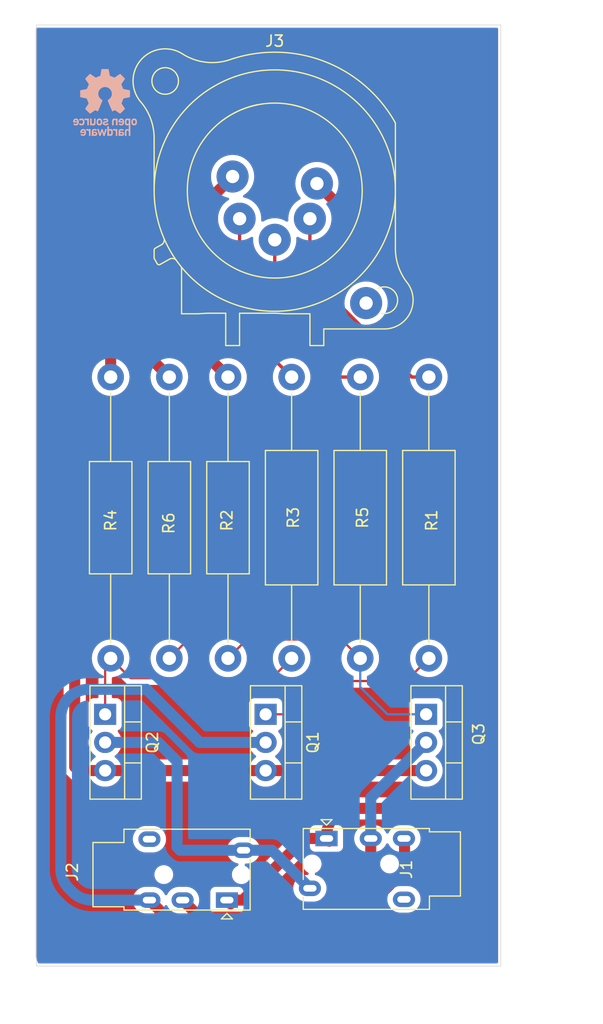
<source format=kicad_pcb>
(kicad_pcb (version 20240108) (generator "pcbnew") (generator_version "8.0")
  (layers (0 "F.Cu" signal) (31 "B.Cu" signal) (34 "B.Paste" user) (35 "F.Paste" user) (36 "B.SilkS" user "B.Silkscreen") (37 "F.SilkS" user "F.Silkscreen") (38 "B.Mask" user) (39 "F.Mask" user) (44 "Edge.Cuts" user))
  (net 0 "")
  (net 1 "/RED")
  (net 2 "/BLUE")
  (net 3 "/GREEN")
  (net 4 "+24V")
  (net 5 "/PWM_1")
  (net 6 "/PWM_2")
  (net 7 "/PWM_0")
  (net 8 "GND")
  (net 9 "Net-(Q1-G)")
  (net 10 "Net-(Q2-G)")
  (net 11 "Net-(Q3-G)")
  (footprint "Resistor_THT:R_Axial_DIN0411_L9.9mm_D3.6mm_P25.40mm_Horizontal" (layer "F.Cu") (at 68.75 81.45 90)
    (property "Reference" "R4")
    (property "Value" "100k")
  )
  (footprint "Connector_Audio:Jack_3.5mm_PJ320E_Horizontal" (layer "F.Cu") (at 79.25 103.2825 90)
    (property "Reference" "J2")
    (property "Value" "AudioJack4")
  )
  (footprint "Resistor_THT:R_Axial_DIN0414_L11.9mm_D4.5mm_P25.40mm_Horizontal" (layer "F.Cu") (at 97.5 56.05 -90)
    (property "Reference" "R1")
    (property "Value" "1k")
  )
  (footprint "Package_TO_SOT_THT:TO-220-3_Vertical" (layer "F.Cu") (at 82.75 86.505 -90)
    (property "Reference" "Q1")
    (property "Value" "IRLZ34N")
  )
  (footprint "Package_TO_SOT_THT:TO-220-3_Vertical" (layer "F.Cu") (at 68.25 86.505 -90)
    (property "Reference" "Q2")
    (property "Value" "IRLZ34N")
  )
  (footprint "Connector_Audio:Jack_XLR_Neutrik_NC5FAV-DA_Vertical" (layer "F.Cu") (at 87.385 38.575)
    (property "Reference" "J3")
    (property "Value" "XLR5")
  )
  (footprint "Resistor_THT:R_Axial_DIN0414_L11.9mm_D4.5mm_P25.40mm_Horizontal" (layer "F.Cu") (at 85.1 56.05 -90)
    (property "Reference" "R3")
    (property "Value" "1k")
  )
  (footprint "Resistor_THT:R_Axial_DIN0414_L11.9mm_D4.5mm_P25.40mm_Horizontal" (layer "F.Cu") (at 91.3 56.05 -90)
    (property "Reference" "R5")
    (property "Value" "1k")
  )
  (footprint "Connector_Audio:Jack_3.5mm_PJ320E_Horizontal" (layer "F.Cu") (at 88.25 97.7175 -90)
    (property "Reference" "J1")
    (property "Value" "AudioJack4")
  )
  (footprint "Resistor_THT:R_Axial_DIN0411_L9.9mm_D3.6mm_P25.40mm_Horizontal" (layer "F.Cu") (at 74.05 81.45 90)
    (property "Reference" "R6")
    (property "Value" "100k")
  )
  (footprint "Resistor_THT:R_Axial_DIN0411_L9.9mm_D3.6mm_P25.40mm_Horizontal" (layer "F.Cu") (at 79.35 81.45 90)
    (property "Reference" "R2")
    (property "Value" "100k")
  )
  (footprint "Package_TO_SOT_THT:TO-220-3_Vertical" (layer "F.Cu") (at 97.25 86.505 -90)
    (property "Reference" "Q3")
    (property "Value" "IRLZ34N")
  )
  (footprint "Symbol:OSHW-Logo_5.7x6mm_SilkScreen" (layer "B.Cu") (at 68.25 31.25 180)
    (property "Reference" "REF**" (hide yes))
    (property "Value" "OSHW-Logo_5.7x6mm_SilkScreen" (hide yes))
  )
  (gr_poly (pts (xy 68.656488 38.318855) (xy 68.667055 38.319188) (xy 68.676403 38.31983) (xy 68.684624 38.320855) (xy 68.688341 38.321533) (xy 68.691812 38.322335) (xy 68.695047 38.323267) (xy 68.698059 38.324341) (xy 68.700859 38.325565) (xy 68.703459 38.326947) (xy 68.70587 38.328497) (xy 68.708104 38.330225) (xy 68.710173 38.332138) (xy 68.712088 38.334247) (xy 68.713861 38.336559) (xy 68.715503 38.339085) (xy 68.717027 38.341833) (xy 68.718444 38.344812) (xy 68.719764 38.348031) (xy 68.721001 38.3515) (xy 68.72327 38.359222) (xy 68.725342 38.368049) (xy 68.727311 38.378055) (xy 68.729269 38.389311) (xy 68.73487 38.426356) (xy 68.741009 38.463443) (xy 68.754402 38.537906) (xy 68.768457 38.613031) (xy 68.78159 38.685871) (xy 68.772042 38.689914) (xy 68.762745 38.693509) (xy 68.754224 38.696371) (xy 68.74641 38.698463) (xy 68.742747 38.699209) (xy 68.739237 38.699749) (xy 68.73587 38.700078) (xy 68.732637 38.700192) (xy 68.729532 38.700087) (xy 68.726544 38.699757) (xy 68.723667 38.699199) (xy 68.720891 38.698408) (xy 68.718207 38.697379) (xy 68.715609 38.696108) (xy 68.713087 38.69459) (xy 68.710632 38.692821) (xy 68.708237 38.690796) (xy 68.705893 38.68851) (xy 68.703591 38.68596) (xy 68.701324 38.683141) (xy 68.699083 38.680048) (xy 68.696859 38.676676) (xy 68.69243 38.669079) (xy 68.687969 38.660315) (xy 68.683411 38.650347) (xy 68.671668 38.624138) (xy 68.665417 38.611716) (xy 68.658911 38.599749) (xy 68.652147 38.588236) (xy 68.645122 38.577178) (xy 68.637833 38.566575) (xy 68.630278 38.556427) (xy 68.622454 38.546733) (xy 68.61436 38.537494) (xy 68.605991 38.52871) (xy 68.597346 38.52038) (xy 68.588421 38.512505) (xy 68.579215 38.505085) (xy 68.569725 38.49812) (xy 68.559948 38.491609) (xy 68.549882 38.485553) (xy 68.539524 38.479952) (xy 68.528871 38.474805) (xy 68.517922 38.470113) (xy 68.506672 38.465876) (xy 68.49512 38.462094) (xy 68.483264 38.458766) (xy 68.4711 38.455893) (xy 68.458625 38.453475) (xy 68.445839 38.451511) (xy 68.432737 38.450002) (xy 68.419317 38.448948) (xy 68.405577 38.448349) (xy 68.391514 38.448204) (xy 68.377125 38.448514) (xy 68.362409 38.449279) (xy 68.326693 38.451304) (xy 68.290977 38.452255) (xy 68.255261 38.452379) (xy 68.219545 38.451924) (xy 68.148113 38.450271) (xy 68.112397 38.449568) (xy 68.076681 38.449279) (xy 68.076681 39.020734) (xy 68.422376 39.020734) (xy 68.42404 39.020662) (xy 68.425721 39.020452) (xy 68.427418 39.020109) (xy 68.429128 39.019638) (xy 68.430848 39.019046) (xy 68.432576 39.018339) (xy 68.434309 39.017521) (xy 68.436045 39.0166) (xy 68.437781 39.01558) (xy 68.439514 39.014468) (xy 68.442962 39.011991) (xy 68.446369 39.009213) (xy 68.449714 39.006183) (xy 68.452976 39.002945) (xy 68.456135 38.999548) (xy 68.45917 38.996037) (xy 68.46206 38.992459) (xy 68.464785 38.98886) (xy 68.467324 38.985287) (xy 68.469656 38.981786) (xy 68.471761 38.978404) (xy 68.474285 38.974354) (xy 68.476577 38.97015) (xy 68.478652 38.965801) (xy 68.480525 38.961317) (xy 68.482212 38.95671) (xy 68.483729 38.951989) (xy 68.48509 38.947164) (xy 68.486312 38.942247) (xy 68.48741 38.937246) (xy 68.4884 38.932174) (xy 68.490115 38.921853) (xy 68.491583 38.911367) (xy 68.492927 38.900799) (xy 68.495507 38.888344) (xy 68.498025 38.877387) (xy 68.500584 38.867857) (xy 68.501912 38.863604) (xy 68.503288 38.859681) (xy 68.504727 38.856078) (xy 68.506241 38.852786) (xy 68.507842 38.849796) (xy 68.509544 38.8471) (xy 68.51136 38.844688) (xy 68.513302 38.842551) (xy 68.515384 38.840681) (xy 68.517619 38.839067) (xy 68.520019 38.837701) (xy 68.522597 38.836575) (xy 68.525366 38.835678) (xy 68.528339 38.835002) (xy 68.53153 38.834538) (xy 68.53495 38.834277) (xy 68.538613 38.83421) (xy 68.542532 38.834327) (xy 68.551189 38.83508) (xy 68.561024 38.836463) (xy 68.57214 38.838405) (xy 68.584641 38.840832) (xy 68.584641 39.320572) (xy 68.573885 39.324163) (xy 68.564069 39.326979) (xy 68.555142 39.328989) (xy 68.550995 39.329682) (xy 68.547051 39.330162) (xy 68.543304 39.330425) (xy 68.539747 39.330467) (xy 68.536373 39.330284) (xy 68.533176 39.329873) (xy 68.530149 39.329229) (xy 68.527287 39.328349) (xy 68.524582 39.327228) (xy 68.522028 39.325863) (xy 68.519619 39.32425) (xy 68.517348 39.322385) (xy 68.515209 39.320265) (xy 68.513196 39.317885) (xy 68.511301 39.315241) (xy 68.509518 39.31233) (xy 68.507842 39.309147) (xy 68.506265 39.30569) (xy 68.504781 39.301953) (xy 68.503383 39.297934) (xy 68.500822 39.289031) (xy 68.498529 39.278949) (xy 68.496454 39.267659) (xy 68.486753 39.224447) (xy 68.485386 39.2192) (xy 68.483915 39.214057) (xy 68.48232 39.209038) (xy 68.48058 39.204164) (xy 68.478675 39.199455) (xy 68.476584 39.194932) (xy 68.474287 39.190615) (xy 68.471762 39.186526) (xy 68.469616 39.183144) (xy 68.467166 39.179643) (xy 68.464437 39.17607) (xy 68.461455 39.172471) (xy 68.458245 39.168893) (xy 68.454834 39.165382) (xy 68.451247 39.161984) (xy 68.44751 39.158747) (xy 68.443649 39.155717) (xy 68.43969 39.152939) (xy 68.435659 39.150462) (xy 68.433624 39.14935) (xy 68.431581 39.14833) (xy 68.429533 39.147409) (xy 68.427483 39.146591) (xy 68.425434 39.145884) (xy 68.423389 39.145292) (xy 68.421353 39.144821) (xy 68.419327 39.144478) (xy 68.417316 39.144268) (xy 68.415322 39.144196) (xy 68.373136 39.143184) (xy 68.331158 39.142708) (xy 68.247324 39.142874) (xy 68.076682 39.144196) (xy 68.076682 39.645101) (xy 68.076857 39.657799) (xy 68.077426 39.669463) (xy 68.078449 39.680135) (xy 68.079989 39.689856) (xy 68.080972 39.694374) (xy 68.082107 39.698668) (xy 68.083403 39.702746) (xy 68.084867 39.706612) (xy 68.086506 39.710271) (xy 68.088329 39.713729) (xy 68.090343 39.716991) (xy 68.092555 39.720061) (xy 68.094975 39.722945) (xy 68.097609 39.725648) (xy 68.100465 39.728176) (xy 68.103551 39.730533) (xy 68.106875 39.732725) (xy 68.110444 39.734756) (xy 68.114267 39.736633) (xy 68.11835 39.73836) (xy 68.122702 39.739942) (xy 68.127331 39.741384) (xy 68.132244 39.742693) (xy 68.137448 39.743872) (xy 68.148765 39.745863) (xy 68.161342 39.747399) (xy 68.251844 39.75236) (xy 68.297385 39.75422) (xy 68.343008 39.755336) (xy 68.388631 39.75546) (xy 68.434172 39.754344) (xy 68.479547 39.75174) (xy 68.524674 39.747399) (xy 68.534632 39.745672) (xy 68.544647 39.743176) (xy 68.554693 39.739966) (xy 68.564744 39.7361) (xy 68.574774 39.731635) (xy 68.584758 39.726627) (xy 68.59467 39.721133) (xy 68.604484 39.715211) (xy 68.614173 39.708916) (xy 68.623713 39.702306) (xy 68.633077 39.695438) (xy 68.642239 39.688369) (xy 68.651174 39.681154) (xy 68.659856 39.673852) (xy 68.676357 39.659212) (xy 68.682809 39.653719) (xy 68.688951 39.647844) (xy 68.694804 39.641617) (xy 68.700388 39.63507) (xy 68.705724 39.628234) (xy 68.710833 39.621139) (xy 68.715734 39.613817) (xy 68.72045 39.606299) (xy 68.725001 39.598615) (xy 68.729407 39.590797) (xy 68.737867 39.574882) (xy 68.753962 39.542804) (xy 68.760888 39.530975) (xy 68.76721 39.520598) (xy 68.773067 39.511637) (xy 68.775865 39.507677) (xy 68.778599 39.504056) (xy 68.781286 39.500772) (xy 68.783944 39.497818) (xy 68.786591 39.495192) (xy 68.789243 39.492888) (xy 68.791919 39.490902) (xy 68.794635 39.489229) (xy 68.79741 39.487864) (xy 68.80026 39.486804) (xy 68.803203 39.486044) (xy 68.806257 39.485579) (xy 68.809438 39.485404) (xy 68.812765 39.485516) (xy 68.816254 39.485909) (xy 68.819924 39.48658) (xy 68.823791 39.487522) (xy 68.827874 39.488733) (xy 68.832189 39.490208) (xy 68.836754 39.491942) (xy 68.846703 39.496168) (xy 68.857862 39.501376) (xy 68.870369 39.507529) (xy 68.806874 39.743871) (xy 68.796113 39.791457) (xy 68.791202 39.810598) (xy 68.78626 39.826932) (xy 68.783697 39.834117) (xy 68.781029 39.840683) (xy 68.778224 39.846659) (xy 68.775251 39.852073) (xy 68.772075 39.856951) (xy 68.768666 39.861323) (xy 68.76499 39.865215) (xy 68.761016 39.868656) (xy 68.756712 39.871673) (xy 68.752044 39.874295) (xy 68.746982 39.876548) (xy 68.741491 39.87846) (xy 68.735541 39.88006) (xy 68.729098 39.881376) (xy 68.722131 39.882434) (xy 68.714608 39.883263) (xy 68.697761 39.884344) (xy 68.678299 39.88484) (xy 68.630499 39.884971) (xy 67.589887 39.884971) (xy 67.586256 39.874254) (xy 67.583328 39.864544) (xy 67.581144 39.855774) (xy 67.580343 39.851721) (xy 67.579745 39.847878) (xy 67.579353 39.844236) (xy 67.579173 39.840787) (xy 67.57921 39.837524) (xy 67.579469 39.834436) (xy 67.579956 39.831516) (xy 67.580675 39.828756) (xy 67.581632 39.826147) (xy 67.582831 39.823681) (xy 67.584279 39.821349) (xy 67.58598 39.819144) (xy 67.587939 39.817055) (xy 67.590162 39.815076) (xy 67.592654 39.813198) (xy 67.595419 39.811412) (xy 67.598463 39.80971) (xy 67.601792 39.808083) (xy 67.60541 39.806524) (xy 67.609322 39.805023) (xy 67.618052 39.802165) (xy 67.628021 39.799441) (xy 67.639272 39.796784) (xy 67.6525 39.794083) (xy 67.659114 39.79263) (xy 67.665728 39.791052) (xy 67.672342 39.789309) (xy 67.678956 39.787359) (xy 67.68557 39.785161) (xy 67.688877 39.783956) (xy 67.692184 39.782674) (xy 67.70414 39.778733) (xy 67.714913 39.774792) (xy 67.724559 39.770768) (xy 67.733136 39.766579) (xy 67.737041 39.764397) (xy 67.7407 39.762142) (xy 67.74412 39.759805) (xy 67.747308 39.757374) (xy 67.750271 39.754841) (xy 67.753017 39.752193) (xy 67.755552 39.749422) (xy 67.757884 39.746516) (xy 67.760019 39.743466) (xy 67.761965 39.74026) (xy 67.763729 39.73689) (xy 67.765317 39.733343) (xy 67.766738 39.729611) (xy 67.767998 39.725682) (xy 67.769105 39.721546) (xy 67.770064 39.717194) (xy 67.770885 39.712614) (xy 67.771572 39.707796) (xy 67.772579 39.697407) (xy 67.773142 39.685942) (xy 67.773316 39.673321) (xy 67.773316 38.537465) (xy 67.773141 38.524223) (xy 67.772572 38.512221) (xy 67.771549 38.501377) (xy 67.770009 38.491607) (xy 67.769026 38.4871) (xy 67.767891 38.48283) (xy 67.766595 38.478787) (xy 67.765131 38.474962) (xy 67.763492 38.471343) (xy 67.761669 38.467921) (xy 67.759655 38.464684) (xy 67.757443 38.461624) (xy 67.755023 38.458728) (xy 67.752389 38.455988) (xy 67.749533 38.453392) (xy 67.746447 38.450931) (xy 67.743123 38.448593) (xy 67.739554 38.44637) (xy 67.735731 38.44425) (xy 67.731648 38.442222) (xy 67.722667 38.438405) (xy 67.71255 38.434836) (xy 67.701233 38.431433) (xy 67.688656 38.428112) (xy 67.678019 38.425467) (xy 67.66705 38.422821) (xy 67.655421 38.420175) (xy 67.649255 38.418852) (xy 67.642799 38.41753) (xy 67.631003 38.414989) (xy 67.62069 38.412583) (xy 67.611772 38.410197) (xy 67.604162 38.407719) (xy 67.600819 38.406409) (xy 67.597771 38.405034) (xy 67.595005 38.403578) (xy 67.592511 38.402028) (xy 67.590279 38.40037) (xy 67.588296 38.398588) (xy 67.586552 38.39667) (xy 67.585036 38.394601) (xy 67.583737 38.392366) (xy 67.582645 38.389952) (xy 67.581747 38.387344) (xy 67.581033 38.384528) (xy 67.580493 38.38149) (xy 67.580114 38.378216) (xy 67.579887 38.374691) (xy 67.5798 38.370901) (xy 67.580002 38.36247) (xy 67.580634 38.352809) (xy 67.582831 38.329343) (xy 67.776844 38.329343) (xy 67.993785 38.328185) (xy 68.210726 38.325374) (xy 68.644609 38.318761)) (stroke (width -0.000001)) (fill solid) (layer "F.Cu"))
  (gr_poly (pts (xy 67.936159 40.065465) (xy 67.940431 40.069833) (xy 67.944702 40.074366) (xy 67.946787 40.076669) (xy 67.948809 40.078982) (xy 67.950748 40.081295) (xy 67.952584 40.083598) (xy 67.954296 40.08588) (xy 67.955864 40.088132) (xy 67.957266 40.090341) (xy 67.958482 40.0925) (xy 67.959491 40.094596) (xy 67.960273 40.096619) (xy 68.060366 40.437023) (xy 68.157813 40.777427) (xy 68.284803 41.214838) (xy 68.287575 41.22327) (xy 68.290611 41.231366) (xy 68.293926 41.239121) (xy 68.297535 41.24653) (xy 68.301454 41.253588) (xy 68.305699 41.260289) (xy 68.310285 41.266628) (xy 68.315228 41.272601) (xy 68.320542 41.278201) (xy 68.326244 41.283424) (xy 68.332349 41.288265) (xy 68.338873 41.292718) (xy 68.345831 41.296778) (xy 68.353238 41.300441) (xy 68.36111 41.303701) (xy 68.369463 41.306552) (xy 68.373329 41.307585) (xy 68.376991 41.3087) (xy 68.380453 41.309894) (xy 68.383718 41.311168) (xy 68.386789 41.312519) (xy 68.38967 41.313946) (xy 68.392363 41.315448) (xy 68.394872 41.317024) (xy 68.3972 41.318672) (xy 68.399351 41.320391) (xy 68.401328 41.32218) (xy 68.403133 41.324038) (xy 68.40477 41.325962) (xy 68.406243 41.327953) (xy 68.407554 41.330008) (xy 68.408707 41.332126) (xy 68.409704 41.334306) (xy 68.41055 41.336547) (xy 68.411248 41.338848) (xy 68.4118 41.341207) (xy 68.41221 41.343622) (xy 68.412481 41.346093) (xy 68.412617 41.348618) (xy 68.41262 41.351196) (xy 68.412494 41.353826) (xy 68.412242 41.356507) (xy 68.411867 41.359236) (xy 68.411373 41.362013) (xy 68.410762 41.364837) (xy 68.410039 41.367706) (xy 68.408266 41.373574) (xy 68.404738 41.370048) (xy 68.048461 41.370048) (xy 68.046689 41.36418) (xy 68.045361 41.358488) (xy 68.044873 41.355711) (xy 68.044508 41.352981) (xy 68.04427 41.350301) (xy 68.044162 41.347671) (xy 68.044188 41.345093) (xy 68.044353 41.342568) (xy 68.04466 41.340097) (xy 68.045113 41.337681) (xy 68.045715 41.335323) (xy 68.046472 41.333022) (xy 68.047385 41.330781) (xy 68.048461 41.328601) (xy 68.049702 41.326482) (xy 68.051112 41.324427) (xy 68.052695 41.322437) (xy 68.054455 41.320512) (xy 68.056396 41.318655) (xy 68.058521 41.316866) (xy 68.060836 41.315147) (xy 68.063342 41.313499) (xy 68.066046 41.311923) (xy 68.068949 41.310421) (xy 68.072056 41.308994) (xy 68.075372 41.307643) (xy 68.078899 41.306369) (xy 68.082642 41.305175) (xy 68.086605 41.30406) (xy 68.090791 41.303027) (xy 68.095297 41.301973) (xy 68.09956 41.300796) (xy 68.103584 41.299498) (xy 68.107374 41.29808) (xy 68.110934 41.296543) (xy 68.114268 41.294888) (xy 68.117381 41.293118) (xy 68.120278 41.291232) (xy 68.122964 41.289232) (xy 68.125441 41.28712) (xy 68.127716 41.284897) (xy 68.129793 41.282565) (xy 68.131676 41.280123) (xy 68.13337 41.277575) (xy 68.134879 41.27492) (xy 68.136207 41.272161) (xy 68.13736 41.269299) (xy 68.138342 41.266334) (xy 68.139158 41.263269) (xy 68.139811 41.260104) (xy 68.140306 41.256841) (xy 68.140649 41.253482) (xy 68.140843 41.250026) (xy 68.140892 41.246476) (xy 68.140803 41.242834) (xy 68.140578 41.239099) (xy 68.140223 41.235274) (xy 68.139742 41.23136) (xy 68.13842 41.22327) (xy 68.136649 41.214839) (xy 68.11609 41.145502) (xy 68.096523 41.075503) (xy 68.059043 40.936167) (xy 68.057676 40.931662) (xy 68.056205 40.92741) (xy 68.05461 40.923416) (xy 68.05287 40.919686) (xy 68.050965 40.916225) (xy 68.049944 40.914597) (xy 68.048874 40.913038) (xy 68.047752 40.911548) (xy 68.046576 40.910129) (xy 68.045344 40.908782) (xy 68.044051 40.907505) (xy 68.042697 40.906301) (xy 68.041278 40.905171) (xy 68.039792 40.904113) (xy 68.038236 40.90313) (xy 68.036608 40.902222) (xy 68.034905 40.90139) (xy 68.033125 40.900633) (xy 68.031264 40.899954) (xy 68.029321 40.899352) (xy 68.027292 40.898828) (xy 68.025176 40.898383) (xy 68.022969 40.898018) (xy 68.020669 40.897733) (xy 68.018274 40.897528) (xy 68.01578 40.897405) (xy 68.013186 40.897363) (xy 67.769788 40.897363) (xy 67.7647 40.89745) (xy 67.760005 40.897722) (xy 67.755682 40.898201) (xy 67.75171 40.898907) (xy 67.749849 40.899352) (xy 67.748069 40.899861) (xy 67.746366 40.900438) (xy 67.744738 40.901084) (xy 67.743182 40.901803) (xy 67.741696 40.902596) (xy 67.740277 40.903467) (xy 67.738923 40.904419) (xy 67.737631 40.905452) (xy 67.736398 40.906572) (xy 67.735222 40.907778) (xy 67.7341 40.909076) (xy 67.73303 40.910466) (xy 67.732009 40.911952) (xy 67.731035 40.913536) (xy 67.730104 40.915221) (xy 67.729215 40.91701) (xy 67.728364 40.918904) (xy 67.726769 40.92302) (xy 67.725298 40.927591) (xy 67.723931 40.932638) (xy 67.70486 41.001479) (xy 67.685128 41.070651) (xy 67.665396 41.140485) (xy 67.646326 41.211311) (xy 67.643354 41.222109) (xy 67.641076 41.232049) (xy 67.63952 41.241182) (xy 67.639024 41.245463) (xy 67.63872 41.249562) (xy 67.638612 41.253485) (xy 67.638704 41.257238) (xy 67.639001 41.260829) (xy 67.639505 41.264264) (xy 67.640221 41.267549) (xy 67.641153 41.27069) (xy 67.642305 41.273695) (xy 67.64368 41.276569) (xy 67.645283 41.279319) (xy 67.647116 41.281952) (xy 67.649185 41.284473) (xy 67.651493 41.28689) (xy 67.654044 41.289208) (xy 67.656841 41.291435) (xy 67.659889 41.293577) (xy 67.663192 41.29564) (xy 67.666752 41.29763) (xy 67.670576 41.299555) (xy 67.679024 41.303232) (xy 67.688568 41.306723) (xy 67.699238 41.31008) (xy 67.702783 41.311104) (xy 67.706145 41.312189) (xy 67.709326 41.313338) (xy 67.712328 41.314552) (xy 67.715155 41.315829) (xy 67.717809 41.317172) (xy 67.720292 41.318581) (xy 67.722608 41.320056) (xy 67.724758 41.321599) (xy 67.726745 41.323209) (xy 67.728572 41.324888) (xy 67.730242 41.326636) (xy 67.731756 41.328454) (xy 67.733118 41.330342) (xy 67.73433 41.332301) (xy 67.735395 41.334332) (xy 67.736315 41.336435) (xy 67.737093 41.338611) (xy 67.737732 41.340861) (xy 67.738234 41.343185) (xy 67.738601 41.345584) (xy 67.738836 41.348059) (xy 67.738943 41.350609) (xy 67.738923 41.353237) (xy 67.738778 41.355942) (xy 67.738513 41.358726) (xy 67.738128 41.361588) (xy 67.737627 41.364529) (xy 67.736287 41.370653) (xy 67.734513 41.377103) (xy 67.452313 41.377103) (xy 67.450501 41.371156) (xy 67.449061 41.365245) (xy 67.448035 41.359407) (xy 67.447463 41.353678) (xy 67.44736 41.350865) (xy 67.447387 41.348093) (xy 67.447548 41.345366) (xy 67.447849 41.342688) (xy 67.448294 41.340066) (xy 67.448889 41.337501) (xy 67.449639 41.335001) (xy 67.450549 41.332567) (xy 67.451625 41.330207) (xy 67.452871 41.327923) (xy 67.454293 41.32572) (xy 67.455896 41.323604) (xy 67.457685 41.321578) (xy 67.459664 41.319647) (xy 67.461841 41.317815) (xy 67.464218 41.316087) (xy 67.466803 41.314468) (xy 67.469599 41.312962) (xy 67.472613 41.311573) (xy 67.475848 41.310307) (xy 67.479311 41.309167) (xy 67.483006 41.308158) (xy 67.48694 41.307285) (xy 67.491116 41.306552) (xy 67.495653 41.305498) (xy 67.50001 41.304321) (xy 67.504191 41.303023) (xy 67.508202 41.301605) (xy 67.512047 41.300068) (xy 67.515732 41.298414) (xy 67.519262 41.296643) (xy 67.522643 41.294757) (xy 67.525878 41.292758) (xy 67.528974 41.290646) (xy 67.531936 41.288423) (xy 67.534768 41.28609) (xy 67.537477 41.283649) (xy 67.540066 41.2811) (xy 67.542542 41.278446) (xy 67.54491 41.275687) (xy 67.547174 41.272824) (xy 67.54934 41.26986) (xy 67.553398 41.26363) (xy 67.557125 41.257007) (xy 67.560563 41.250002) (xy 67.563753 41.242625) (xy 67.566736 41.234886) (xy 67.569554 41.226796) (xy 67.572248 41.218365) (xy 67.694281 40.809176) (xy 67.755679 40.809176) (xy 68.020241 40.809176) (xy 67.957187 40.578566) (xy 67.926487 40.464418) (xy 67.896778 40.350601) (xy 67.886196 40.350601) (xy 67.82226 40.578566) (xy 67.789465 40.693375) (xy 67.755679 40.809176) (xy 67.694281 40.809176) (xy 67.735836 40.669838) (xy 67.896778 40.121312) (xy 67.896792 40.118515) (xy 67.896888 40.115469) (xy 67.896993 40.11388) (xy 67.89715 40.112259) (xy 67.897369 40.110617) (xy 67.89766 40.108966) (xy 67.898034 40.107314) (xy 67.8985 40.105672) (xy 67.899071 40.104052) (xy 67.899754 40.102462) (xy 67.900562 40.100913) (xy 67.901016 40.100158) (xy 67.901504 40.099417) (xy 67.902029 40.098691) (xy 67.902591 40.097982) (xy 67.903192 40.097291) (xy 67.903833 40.096619) (xy 67.905235 40.094014) (xy 67.906782 40.091486) (xy 67.908453 40.089031) (xy 67.910227 40.086643) (xy 67.912083 40.084317) (xy 67.914002 40.082048) (xy 67.917943 40.077659) (xy 67.92566 40.069337) (xy 67.927434 40.067321) (xy 67.929104 40.06532) (xy 67.930651 40.06333) (xy 67.932053 40.061345)) (stroke (width -0.000001)) (fill solid) (layer "F.Cu"))
  (gr_poly (pts (xy 70.344864 27.260048) (xy 69.367746 27.260048) (xy 69.367746 27.796228) (xy 69.371825 27.795125) (xy 69.376303 27.793995) (xy 69.381856 27.7927) (xy 69.38807 27.791405) (xy 69.391296 27.790809) (xy 69.394533 27.790275) (xy 69.397728 27.789824) (xy 69.40083 27.789476) (xy 69.403787 27.789252) (xy 69.406548 27.789173) (xy 70.348392 27.789173) (xy 70.348392 28.854478) (xy 69.367746 28.854478) (xy 69.367746 29.387131) (xy 68.376518 29.387131) (xy 68.376518 29.574088) (xy 68.376959 29.752227) (xy 68.378006 29.840965) (xy 68.380036 29.929952) (xy 68.436486 29.92331) (xy 69.360692 29.92331) (xy 69.360692 29.390658) (xy 69.367747 29.394185) (xy 70.348392 29.394185) (xy 70.348392 30.463018) (xy 69.367747 30.463018) (xy 69.367747 30.999198) (xy 68.383574 30.999198) (xy 68.383574 31.524795) (xy 69.367747 31.524795) (xy 69.367747 30.999198) (xy 70.348392 30.999198) (xy 70.348392 32.064503) (xy 69.371274 32.064503) (xy 69.371274 32.593628) (xy 70.348392 32.593628) (xy 70.348392 33.665989) (xy 69.367747 33.665989) (xy 69.367747 34.195114) (xy 70.35192 34.195114) (xy 70.35192 35.260419) (xy 69.374802 35.260419) (xy 69.374802 35.793072) (xy 70.35192 35.793072) (xy 70.35192 36.861904) (xy 63.427436 36.861904) (xy 63.427436 34.727766) (xy 68.383574 34.727766) (xy 69.367747 34.727766) (xy 69.367747 34.198642) (xy 68.383574 34.198642) (xy 68.383574 34.727766) (xy 63.427436 34.727766) (xy 63.427436 33.662461) (xy 67.378236 33.662461) (xy 68.372991 33.662461) (xy 68.372991 33.136864) (xy 67.378236 33.136864) (xy 67.378236 33.662461) (xy 63.427436 33.662461) (xy 63.427436 33.129808) (xy 68.380046 33.129808) (xy 69.360692 33.129808) (xy 69.360692 32.600683) (xy 68.380046 32.600683) (xy 68.380046 33.129808) (xy 63.427436 33.129808) (xy 63.427436 32.064503) (xy 66.394063 32.064503) (xy 66.394063 32.590101) (xy 67.392346 32.590101) (xy 67.392346 32.060975) (xy 68.372991 32.060975) (xy 68.372991 31.531851) (xy 67.374708 31.531851) (xy 67.374708 32.064503) (xy 66.394063 32.064503) (xy 63.427436 32.064503) (xy 63.427436 30.992143) (xy 65.402835 30.992143) (xy 65.402835 31.517741) (xy 66.39759 31.517741) (xy 66.39759 30.988616) (xy 67.38529 30.988616) (xy 67.38529 30.508876) (xy 67.38542 30.501306) (xy 67.385828 30.494449) (xy 67.386546 30.488274) (xy 67.387031 30.485432) (xy 67.387605 30.48275) (xy 67.388272 30.480223) (xy 67.389037 30.477846) (xy 67.389901 30.475617) (xy 67.390871 30.473532) (xy 67.391949 30.471585) (xy 67.393139 30.469775) (xy 67.394446 30.468096) (xy 67.395873 30.466545) (xy 67.397424 30.465119) (xy 67.399102 30.463812) (xy 67.400913 30.462622) (xy 67.402859 30.461544) (xy 67.404945 30.460574) (xy 67.407174 30.459709) (xy 67.40955 30.458945) (xy 67.412077 30.458278) (xy 67.41476 30.457704) (xy 67.417601 30.457219) (xy 67.423776 30.4565) (xy 67.430633 30.456092) (xy 67.438203 30.455963) (xy 68.369463 30.455963) (xy 68.369463 29.993861) (xy 68.369621 29.985924) (xy 68.370069 29.977987) (xy 68.370765 29.97005) (xy 68.371668 29.962113) (xy 68.372736 29.954176) (xy 68.373928 29.946239) (xy 68.376518 29.930366) (xy 68.378453 29.930138) (xy 68.330661 29.92331) (xy 67.417038 29.92331) (xy 67.4064 29.923365) (xy 67.400978 29.923496) (xy 67.395432 29.923751) (xy 67.389721 29.924172) (xy 67.383802 29.924799) (xy 67.380753 29.925202) (xy 67.377636 29.925674) (xy 67.374447 29.926217) (xy 67.371181 29.926838) (xy 67.371181 30.459491) (xy 66.387008 30.459491) (xy 66.387008 30.992143) (xy 65.402835 30.992143) (xy 63.427436 30.992143) (xy 63.427436 29.930366) (xy 64.429246 29.930366) (xy 64.429246 30.455963) (xy 65.409891 30.455963) (xy 65.409891 29.990333) (xy 65.409931 29.986404) (xy 65.410049 29.982548) (xy 65.410497 29.97501) (xy 65.411193 29.967639) (xy 65.412096 29.960349) (xy 65.413163 29.95306) (xy 65.414355 29.945688) (xy 65.416552 29.932695) (xy 65.466331 29.926838) (xy 66.404646 29.926838) (xy 66.404646 29.394185) (xy 67.395874 29.394185) (xy 67.395874 28.858005) (xy 68.376519 28.858005) (xy 68.376519 28.332408) (xy 67.378236 28.332408) (xy 67.378236 28.86506) (xy 66.390536 28.86506) (xy 66.390536 29.397713) (xy 65.406363 29.397713) (xy 65.406363 29.782211) (xy 65.406522 29.800882) (xy 65.40697 29.819801) (xy 65.408568 29.858052) (xy 65.410828 29.896303) (xy 65.41326 29.931594) (xy 65.406817 29.933742) (xy 65.406811 29.933742) (xy 65.400245 29.933342) (xy 65.393762 29.932777) (xy 65.387403 29.932129) (xy 65.375222 29.930917) (xy 65.369483 29.930517) (xy 65.364033 29.930366) (xy 64.429246 29.930366) (xy 63.427436 29.930366) (xy 63.427436 29.394185) (xy 64.411608 29.394185) (xy 64.411608 28.858005) (xy 65.395781 28.858005) (xy 65.395781 28.325353) (xy 66.397591 28.325353) (xy 66.397591 27.799755) (xy 68.383573 27.799755) (xy 68.383573 28.321825) (xy 69.367746 28.321825) (xy 69.367746 27.799755) (xy 69.365101 27.799716) (xy 69.362461 27.799604) (xy 69.357218 27.799204) (xy 69.352058 27.798639) (xy 69.347022 27.797991) (xy 69.337487 27.796779) (xy 69.33307 27.796379) (xy 69.330968 27.796267) (xy 69.328943 27.796228) (xy 68.41532 27.796228) (xy 68.407383 27.796283) (xy 68.403415 27.796414) (xy 68.399446 27.796669) (xy 68.397462 27.796855) (xy 68.395478 27.797089) (xy 68.393494 27.797374) (xy 68.391509 27.797716) (xy 68.389525 27.79812) (xy 68.387541 27.798591) (xy 68.385557 27.799134) (xy 68.383573 27.799755) (xy 66.397591 27.799755) (xy 66.397591 27.7927) (xy 67.385291 27.7927) (xy 67.385291 27.260047) (xy 68.372991 27.260047) (xy 68.372991 26.72034) (xy 69.360692 26.72034) (xy 69.360692 26.194743) (xy 70.344864 26.194743)) (stroke (width -0.000001)) (fill solid) (layer "F.Cu"))
  (gr_poly (pts (xy 69.866936 40.081945) (xy 69.868376 40.08818) (xy 69.869403 40.094158) (xy 69.869975 40.099872) (xy 69.870077 40.102629) (xy 69.87005 40.105317) (xy 69.869889 40.107938) (xy 69.869589 40.110489) (xy 69.869143 40.11297) (xy 69.868548 40.115381) (xy 69.867798 40.117721) (xy 69.866888 40.11999) (xy 69.865812 40.122186) (xy 69.864566 40.124309) (xy 69.863144 40.126358) (xy 69.861542 40.128333) (xy 69.859753 40.130233) (xy 69.857773 40.132058) (xy 69.855597 40.133806) (xy 69.853219 40.135478) (xy 69.850634 40.137072) (xy 69.847838 40.138588) (xy 69.844825 40.140025) (xy 69.841589 40.141382) (xy 69.838126 40.14266) (xy 69.834431 40.143857) (xy 69.830498 40.144972) (xy 69.826322 40.146005) (xy 69.820499 40.147455) (xy 69.81496 40.149168) (xy 69.809742 40.15116) (xy 69.807265 40.152265) (xy 69.804881 40.153446) (xy 69.802595 40.154705) (xy 69.800412 40.156043) (xy 69.798336 40.157462) (xy 69.796372 40.158965) (xy 69.794524 40.160553) (xy 69.792797 40.162228) (xy 69.791195 40.163992) (xy 69.789723 40.165848) (xy 69.788386 40.167796) (xy 69.787187 40.16984) (xy 69.786132 40.17198) (xy 69.785224 40.174219) (xy 69.78447 40.176559) (xy 69.783872 40.179001) (xy 69.783435 40.181548) (xy 69.783164 40.184202) (xy 69.783064 40.186964) (xy 69.783139 40.189837) (xy 69.783394 40.192822) (xy 69.783833 40.195921) (xy 69.78446 40.199137) (xy 69.78528 40.202471) (xy 69.786298 40.205925) (xy 69.787518 40.209501) (xy 69.83051 40.320286) (xy 69.874824 40.431733) (xy 69.967422 40.664549) (xy 69.977343 40.642006) (xy 69.985941 40.621777) (xy 69.989744 40.612428) (xy 69.993216 40.603534) (xy 69.996358 40.595053) (xy 69.999169 40.586943) (xy 70.136741 40.248303) (xy 70.140953 40.237505) (xy 70.144313 40.227559) (xy 70.145665 40.222888) (xy 70.146794 40.218408) (xy 70.147697 40.214114) (xy 70.148371 40.209997) (xy 70.148812 40.206051) (xy 70.149018 40.202268) (xy 70.148984 40.198641) (xy 70.148709 40.195164) (xy 70.148187 40.191828) (xy 70.147418 40.188628) (xy 70.146396 40.185556) (xy 70.145119 40.182604) (xy 70.143584 40.179766) (xy 70.141787 40.177034) (xy 70.139725 40.174402) (xy 70.137396 40.171863) (xy 70.134795 40.169409) (xy 70.131919 40.167032) (xy 70.128766 40.164727) (xy 70.125332 40.162486) (xy 70.121614 40.160302) (xy 70.117608 40.158167) (xy 70.108721 40.154018) (xy 70.098646 40.149983) (xy 70.087357 40.146005) (xy 70.085193 40.145086) (xy 70.083112 40.14409) (xy 70.081114 40.143019) (xy 70.079199 40.141872) (xy 70.077366 40.140649) (xy 70.075616 40.13935) (xy 70.073949 40.137975) (xy 70.072364 40.136525) (xy 70.070862 40.134999) (xy 70.069443 40.133397) (xy 70.068107 40.13172) (xy 70.066853 40.129966) (xy 70.065681 40.128137) (xy 70.064593 40.126232) (xy 70.063587 40.124251) (xy 70.062664 40.122195) (xy 70.061823 40.120062) (xy 70.061065 40.117854) (xy 70.06039 40.11557) (xy 70.059798 40.113211) (xy 70.059288 40.110775) (xy 70.058861 40.108264) (xy 70.058516 40.105677) (xy 70.058254 40.103014) (xy 70.058075 40.100275) (xy 70.057979 40.097461) (xy 70.057965 40.094571) (xy 70.058034 40.091605) (xy 70.058186 40.088563) (xy 70.05842 40.085446) (xy 70.058737 40.082252) (xy 70.059136 40.078983) (xy 70.348392 40.078983) (xy 70.350126 40.085395) (xy 70.350804 40.088454) (xy 70.351354 40.091419) (xy 70.351775 40.094294) (xy 70.352065 40.097081) (xy 70.352224 40.099785) (xy 70.35225 40.102408) (xy 70.352141 40.104953) (xy 70.351897 40.107424) (xy 70.351515 40.109825) (xy 70.350996 40.112157) (xy 70.350337 40.114425) (xy 70.349537 40.116631) (xy 70.348595 40.118779) (xy 70.34751 40.120873) (xy 70.34628 40.122914) (xy 70.344903 40.124907) (xy 70.34338 40.126855) (xy 70.341708 40.128761) (xy 70.339887 40.130629) (xy 70.337914 40.13246) (xy 70.335789 40.13426) (xy 70.33351 40.13603) (xy 70.331076 40.137775) (xy 70.328485 40.139497) (xy 70.322831 40.142886) (xy 70.316535 40.146223) (xy 70.309588 40.149534) (xy 70.30364 40.151721) (xy 70.297718 40.154301) (xy 70.291847 40.157254) (xy 70.286053 40.160557) (xy 70.280363 40.164191) (xy 70.274803 40.168136) (xy 70.269397 40.172369) (xy 70.264172 40.176872) (xy 70.259154 40.181622) (xy 70.254368 40.1866) (xy 70.249841 40.191785) (xy 70.245597 40.197155) (xy 70.241664 40.202691) (xy 70.238067 40.208371) (xy 70.234832 40.214176) (xy 70.231984 40.220084) (xy 70.174937 40.355562) (xy 70.119545 40.491701) (xy 70.009752 40.76332) (xy 70.00847 40.766667) (xy 70.007271 40.770092) (xy 70.006155 40.77359) (xy 70.005122 40.777154) (xy 70.004171 40.78078) (xy 70.003303 40.784464) (xy 70.002517 40.788199) (xy 70.001815 40.79198) (xy 70.001194 40.795803) (xy 70.000657 40.799662) (xy 70.000202 40.803552) (xy 69.99983 40.807468) (xy 69.999541 40.811404) (xy 69.999334 40.815356) (xy 69.99921 40.819318) (xy 69.999169 40.823286) (xy 69.999169 41.204257) (xy 69.999305 41.217421) (xy 69.999761 41.229211) (xy 70.000611 41.23974) (xy 70.001925 41.249122) (xy 70.002779 41.253419) (xy 70.003776 41.257471) (xy 70.004926 41.261293) (xy 70.006238 41.2649) (xy 70.00772 41.268305) (xy 70.009381 41.271522) (xy 70.011231 41.274567) (xy 70.013279 41.277453) (xy 70.015533 41.280194) (xy 70.018004 41.282804) (xy 70.020699 41.285299) (xy 70.023627 41.287691) (xy 70.026799 41.289995) (xy 70.030222 41.292226) (xy 70.033907 41.294397) (xy 70.037861 41.296523) (xy 70.046616 41.300697) (xy 70.05656 41.30486) (xy 70.067764 41.309126) (xy 70.080301 41.31361) (xy 70.08775 41.316107) (xy 70.094253 41.318371) (xy 70.099857 41.320501) (xy 70.102336 41.321546) (xy 70.104608 41.322594) (xy 70.106679 41.323658) (xy 70.108553 41.32475) (xy 70.110238 41.325882) (xy 70.111739 41.327066) (xy 70.113061 41.328314) (xy 70.114211 41.32964) (xy 70.115195 41.331055) (xy 70.116017 41.332571) (xy 70.116685 41.3342) (xy 70.117203 41.335956) (xy 70.117578 41.33785) (xy 70.117816 41.339894) (xy 70.117921 41.342101) (xy 70.117901 41.344484) (xy 70.11776 41.347053) (xy 70.117505 41.349822) (xy 70.116676 41.356008) (xy 70.115459 41.36314) (xy 70.112049 41.380632) (xy 69.752243 41.380632) (xy 69.752244 41.373576) (xy 69.750684 41.37031) (xy 69.749308 41.367126) (xy 69.748115 41.364021) (xy 69.747105 41.360996) (xy 69.746275 41.358047) (xy 69.745625 41.355176) (xy 69.745154 41.352379) (xy 69.744859 41.349655) (xy 69.74474 41.347004) (xy 69.744795 41.344424) (xy 69.745024 41.341914) (xy 69.745424 41.339472) (xy 69.745995 41.337098) (xy 69.746735 41.334789) (xy 69.747642 41.332545) (xy 69.748717 41.330364) (xy 69.749957 41.328245) (xy 69.751361 41.326187) (xy 69.752928 41.324188) (xy 69.754656 41.322248) (xy 69.756544 41.320364) (xy 69.758592 41.318536) (xy 69.760796 41.316762) (xy 69.763158 41.315041) (xy 69.765674 41.313372) (xy 69.768344 41.311753) (xy 69.771166 41.310183) (xy 69.77414 41.308661) (xy 69.780535 41.305755) (xy 69.787519 41.303025) (xy 69.800599 41.29858) (xy 69.812122 41.29442) (xy 69.822189 41.290414) (xy 69.830896 41.286435) (xy 69.834771 41.284414) (xy 69.838343 41.282352) (xy 69.841625 41.280231) (xy 69.844627 41.278036) (xy 69.847364 41.275751) (xy 69.849847 41.273359) (xy 69.852089 41.270844) (xy 69.854101 41.268191) (xy 69.855896 41.265382) (xy 69.857486 41.262403) (xy 69.858884 41.259236) (xy 69.860102 41.255865) (xy 69.861151 41.252275) (xy 69.862045 41.248449) (xy 69.862796 41.244371) (xy 69.863416 41.240026) (xy 69.86431 41.230465) (xy 69.864828 41.219639) (xy 69.865066 41.207418) (xy 69.865124 41.193672) (xy 69.865834 41.144432) (xy 69.867494 41.094737) (xy 69.870856 40.99481) (xy 69.871152 40.944991) (xy 69.870647 40.920208) (xy 69.869588 40.895544) (xy 69.867889 40.871024) (xy 69.865462 40.846675) (xy 69.862217 40.822523) (xy 69.858069 40.798592) (xy 69.852959 40.774902) (xy 69.846949 40.75144) (xy 69.840133 40.728184) (xy 69.832605 40.705114) (xy 69.824456 40.682209) (xy 69.81578 40.659449) (xy 69.79722 40.614281) (xy 69.757866 40.524771) (xy 69.738561 40.480098) (xy 69.720497 40.435261) (xy 69.679049 40.327672) (xy 69.668273 40.300568) (xy 69.657002 40.273547) (xy 69.645069 40.246691) (xy 69.632309 40.220083) (xy 69.629501 40.214174) (xy 69.626377 40.208364) (xy 69.622954 40.202667) (xy 69.619246 40.197099) (xy 69.61527 40.191676) (xy 69.61104 40.186413) (xy 69.606573 40.181326) (xy 69.601884 40.17643) (xy 69.596988 40.171741) (xy 69.591901 40.167274) (xy 69.586638 40.163045) (xy 69.581215 40.159068) (xy 69.575648 40.155361) (xy 69.569951 40.151938) (xy 69.56414 40.148814) (xy 69.558232 40.146005) (xy 69.551945 40.142694) (xy 69.549043 40.14103) (xy 69.546299 40.139357) (xy 69.54371 40.137671) (xy 69.541273 40.135968) (xy 69.538986 40.134246) (xy 69.536846 40.132502) (xy 69.534851 40.130732) (xy 69.532998 40.128932) (xy 69.531285 40.127101) (xy 69.529709 40.125233) (xy 69.528266 40.123327) (xy 69.526956 40.12138) (xy 69.525775 40.119386) (xy 69.52472 40.117345) (xy 69.52379 40.115252) (xy 69.522981 40.113103) (xy 69.522291 40.110897) (xy 69.521717 40.108629) (xy 69.521256 40.106297) (xy 69.520907 40.103897) (xy 69.520666 40.101426) (xy 69.520532 40.09888) (xy 69.5205 40.096258) (xy 69.520569 40.093554) (xy 69.520737 40.090766) (xy 69.521 40.087891) (xy 69.521803 40.081867) (xy 69.522957 40.075455) (xy 69.865124 40.075455)) (stroke (width -0.000001)) (fill solid) (layer "F.Cu"))
  (gr_poly (pts (xy 65.628116 38.344751) (xy 65.630601 38.355324) (xy 65.632455 38.364687) (xy 65.633611 38.37294) (xy 65.633907 38.376681) (xy 65.634003 38.380181) (xy 65.633891 38.383452) (xy 65.633563 38.386506) (xy 65.63301 38.389357) (xy 65.632224 38.392015) (xy 65.631196 38.394494) (xy 65.629919 38.396806) (xy 65.628383 38.398963) (xy 65.62658 38.400977) (xy 65.624502 38.402861) (xy 65.62214 38.404626) (xy 65.619487 38.406286) (xy 65.616533 38.407851) (xy 65.61327 38.409336) (xy 65.609691 38.410751) (xy 65.601546 38.413424) (xy 65.592032 38.415967) (xy 65.581082 38.418479) (xy 65.568628 38.421058) (xy 65.551705 38.424384) (xy 65.536585 38.427824) (xy 65.52317 38.431491) (xy 65.517071 38.433445) (xy 65.511362 38.435499) (xy 65.506029 38.437666) (xy 65.501062 38.439962) (xy 65.496448 38.442399) (xy 65.492174 38.444993) (xy 65.488228 38.447757) (xy 65.484598 38.450706) (xy 65.481271 38.453854) (xy 65.478236 38.457215) (xy 65.47548 38.460803) (xy 65.47299 38.464633) (xy 65.470755 38.468719) (xy 65.468763 38.473075) (xy 65.467 38.477715) (xy 65.465455 38.482653) (xy 65.464115 38.487904) (xy 65.462969 38.493482) (xy 65.461206 38.505675) (xy 65.460068 38.519346) (xy 65.459457 38.534608) (xy 65.459276 38.551575) (xy 65.459276 39.673321) (xy 65.459419 39.69083) (xy 65.459923 39.706418) (xy 65.460903 39.720228) (xy 65.462473 39.732406) (xy 65.463514 39.737928) (xy 65.464744 39.743095) (xy 65.466179 39.747927) (xy 65.467833 39.752441) (xy 65.469719 39.756655) (xy 65.471851 39.760588) (xy 65.474245 39.764257) (xy 65.476913 39.767681) (xy 65.479871 39.770877) (xy 65.483133 39.773865) (xy 65.486712 39.77666) (xy 65.490624 39.779283) (xy 65.494881 39.781751) (xy 65.499499 39.784082) (xy 65.504492 39.786294) (xy 65.509873 39.788405) (xy 65.52186 39.792398) (xy 65.535572 39.796204) (xy 65.551123 39.799969) (xy 65.568628 39.803838) (xy 65.581083 39.806415) (xy 65.592039 39.808915) (xy 65.601569 39.811426) (xy 65.609746 39.814035) (xy 65.613349 39.815403) (xy 65.616641 39.816829) (xy 65.61963 39.818324) (xy 65.622326 39.819898) (xy 65.624738 39.821562) (xy 65.626875 39.823328) (xy 65.628746 39.825206) (xy 65.63036 39.827208) (xy 65.631725 39.829344) (xy 65.632852 39.831625) (xy 65.633749 39.834062) (xy 65.634424 39.836667) (xy 65.634888 39.83945) (xy 65.63515 39.842422) (xy 65.635217 39.845595) (xy 65.6351 39.848979) (xy 65.634347 39.856424) (xy 65.632964 39.864845) (xy 65.631023 39.874331) (xy 65.628596 39.88497) (xy 65.625068 39.881443) (xy 64.993646 39.881443) (xy 64.990637 39.870804) (xy 64.988265 39.861318) (xy 64.986585 39.852897) (xy 64.986022 39.849058) (xy 64.985654 39.845452) (xy 64.985487 39.842068) (xy 64.985529 39.838895) (xy 64.985786 39.835923) (xy 64.986267 39.83314) (xy 64.986977 39.830535) (xy 64.987925 39.828098) (xy 64.989116 39.825817) (xy 64.990559 39.823681) (xy 64.99226 39.821679) (xy 64.994227 39.819801) (xy 64.996466 39.818035) (xy 64.998985 39.816371) (xy 65.001791 39.814797) (xy 65.00489 39.813302) (xy 65.008291 39.811876) (xy 65.012 39.810508) (xy 65.02037 39.807899) (xy 65.030057 39.805389) (xy 65.04112 39.802889) (xy 65.053613 39.800311) (xy 65.070497 39.796443) (xy 65.085505 39.792684) (xy 65.098746 39.788894) (xy 65.110329 39.784933) (xy 65.115532 39.782845) (xy 65.120361 39.780662) (xy 65.12483 39.778367) (xy 65.128951 39.775942) (xy 65.13274 39.773369) (xy 65.136209 39.770632) (xy 65.139372 39.767713) (xy 65.142242 39.764594) (xy 65.144833 39.761259) (xy 65.147158 39.757688) (xy 65.149232 39.753866) (xy 65.151067 39.749775) (xy 65.152678 39.745397) (xy 65.154077 39.740714) (xy 65.155279 39.73571) (xy 65.156297 39.730367) (xy 65.157834 39.718593) (xy 65.158797 39.705254) (xy 65.159296 39.69021) (xy 65.159438 39.673321) (xy 65.159438 38.548049) (xy 65.159257 38.531121) (xy 65.158653 38.51597) (xy 65.157532 38.502473) (xy 65.1558 38.490506) (xy 65.154677 38.485057) (xy 65.153367 38.479944) (xy 65.151857 38.475151) (xy 65.150137 38.470664) (xy 65.148195 38.466465) (xy 65.146019 38.462541) (xy 65.143597 38.458875) (xy 65.140919 38.455451) (xy 65.137972 38.452255) (xy 65.134744 38.449271) (xy 65.131224 38.446484) (xy 65.127401 38.443877) (xy 65.123263 38.441435) (xy 65.118798 38.439144) (xy 65.113994 38.436986) (xy 65.108841 38.434948) (xy 65.097437 38.431165) (xy 65.084493 38.427672) (xy 65.069916 38.424345) (xy 65.053613 38.421058) (xy 65.049497 38.420118) (xy 65.045525 38.41906) (xy 65.041698 38.417885) (xy 65.038015 38.416594) (xy 65.034477 38.415185) (xy 65.031084 38.413658) (xy 65.027836 38.412015) (xy 65.024732 38.410255) (xy 65.021773 38.408377) (xy 65.018958 38.406383) (xy 65.016289 38.404271) (xy 65.013763 38.402042) (xy 65.011383 38.399696) (xy 65.009147 38.397233) (xy 65.007056 38.394653) (xy 65.00511 38.391956) (xy 65.003308 38.389141) (xy 65.001651 38.38621) (xy 65.000139 38.383161) (xy 64.998772 38.379995) (xy 64.997549 38.376712) (xy 64.99647 38.373312) (xy 64.995537 38.369795) (xy 64.994748 38.366161) (xy 64.994104 38.36241) (xy 64.993604 38.358541) (xy 64.99325 38.354555) (xy 64.993039 38.350453) (xy 64.992974 38.346233) (xy 64.993053 38.341896) (xy 64.993277 38.337442) (xy 64.993646 38.33287) (xy 65.625068 38.33287)) (stroke (width -0.000001)) (fill solid) (layer "F.Cu"))
  (gr_poly (pts (xy 63.95 40.05) (xy 63.97389 40.05165) (xy 63.998298 40.054131) (xy 64.048684 40.061497) (xy 64.101188 40.071927) (xy 64.119198 40.075718) (xy 64.134975 40.079271) (xy 64.148686 40.082763) (xy 64.160494 40.086368) (xy 64.165737 40.088268) (xy 64.170567 40.090262) (xy 64.175004 40.092373) (xy 64.179069 40.094622) (xy 64.182782 40.097031) (xy 64.186165 40.099622) (xy 64.189238 40.102417) (xy 64.192021 40.105438) (xy 64.194536 40.108708) (xy 64.196803 40.112247) (xy 64.198842 40.116078) (xy 64.200675 40.120223) (xy 64.202321 40.124704) (xy 64.203803 40.129543) (xy 64.205139 40.134762) (xy 64.206352 40.140382) (xy 64.208488 40.152916) (xy 64.210375 40.167321) (xy 64.214068 40.202444) (xy 64.235233 40.39293) (xy 64.221123 40.407039) (xy 64.221123 40.410568) (xy 64.216052 40.406489) (xy 64.210706 40.402011) (xy 64.204368 40.396458) (xy 64.201033 40.393408) (xy 64.197698 40.390243) (xy 64.194447 40.387017) (xy 64.19136 40.383781) (xy 64.188521 40.380586) (xy 64.186014 40.377484) (xy 64.18491 40.375983) (xy 64.183919 40.374526) (xy 64.183053 40.373118) (xy 64.182321 40.371765) (xy 64.181077 40.369079) (xy 64.179978 40.366315) (xy 64.179003 40.363479) (xy 64.178132 40.360576) (xy 64.177343 40.357611) (xy 64.176616 40.354589) (xy 64.175266 40.348396) (xy 64.173915 40.342037) (xy 64.1724 40.335554) (xy 64.171528 40.332279) (xy 64.170553 40.328988) (xy 64.169454 40.325687) (xy 64.168211 40.322381) (xy 64.163314 40.307128) (xy 64.157894 40.292462) (xy 64.151964 40.278391) (xy 64.145537 40.264921) (xy 64.138627 40.252061) (xy 64.131247 40.239818) (xy 64.123411 40.228201) (xy 64.115133 40.217217) (xy 64.106426 40.206873) (xy 64.097303 40.197178) (xy 64.087779 40.18814) (xy 64.077867 40.179765) (xy 64.06758 40.172062) (xy 64.056932 40.165038) (xy 64.045936 40.158702) (xy 64.034607 40.15306) (xy 64.022957 40.148122) (xy 64.011 40.143894) (xy 63.99875 40.140384) (xy 63.986221 40.1376) (xy 63.973425 40.13555) (xy 63.960377 40.134241) (xy 63.94709 40.133682) (xy 63.933577 40.13388) (xy 63.919852 40.134842) (xy 63.90593 40.136577) (xy 63.891822 40.139092) (xy 63.877543 40.142395) (xy 63.863107 40.146494) (xy 63.848527 40.151396) (xy 63.833816 40.15711) (xy 63.818988 40.163643) (xy 63.799058 40.173353) (xy 63.780255 40.183946) (xy 63.762547 40.195398) (xy 63.745903 40.207681) (xy 63.730293 40.220771) (xy 63.715685 40.234641) (xy 63.702049 40.249265) (xy 63.689353 40.264617) (xy 63.677566 40.280673) (xy 63.666658 40.297405) (xy 63.656598 40.314789) (xy 63.647353 40.332797) (xy 63.638895 40.351406) (xy 63.63119 40.370587) (xy 63.624209 40.390317) (xy 63.617921 40.410568) (xy 63.606848 40.452895) (xy 63.597465 40.4952) (xy 63.589808 40.537465) (xy 63.583913 40.579667) (xy 63.579817 40.621787) (xy 63.577554 40.663804) (xy 63.577162 40.705696) (xy 63.578677 40.747444) (xy 63.582135 40.789027) (xy 63.587572 40.830423) (xy 63.595024 40.871613) (xy 63.604527 40.912576) (xy 63.616118 40.95329) (xy 63.629833 40.993736) (xy 63.645708 41.033892) (xy 63.663778 41.073739) (xy 63.669975 41.0863) (xy 63.676641 41.098831) (xy 63.683752 41.111299) (xy 63.691282 41.123674) (xy 63.699204 41.135926) (xy 63.707493 41.148022) (xy 63.716123 41.159933) (xy 63.725069 41.171626) (xy 63.734303 41.183072) (xy 63.743802 41.194238) (xy 63.753537 41.205094) (xy 63.763485 41.21561) (xy 63.773619 41.225753) (xy 63.783913 41.235493) (xy 63.794341 41.244799) (xy 63.804878 41.25364) (xy 63.817875 41.263408) (xy 63.831051 41.272215) (xy 63.844381 41.280073) (xy 63.857839 41.286993) (xy 63.871397 41.292985) (xy 63.88503 41.29806) (xy 63.89871 41.30223) (xy 63.912412 41.305506) (xy 63.926108 41.307897) (xy 63.939773 41.309416) (xy 63.95338 41.310074) (xy 63.966902 41.309881) (xy 63.980313 41.308848) (xy 63.993587 41.306986) (xy 64.006696 41.304307) (xy 64.019615 41.300821) (xy 64.032317 41.296539) (xy 64.044775 41.291473) (xy 64.056963 41.285632) (xy 64.068855 41.279029) (xy 64.080424 41.271674) (xy 64.091644 41.263578) (xy 64.102487 41.254752) (xy 64.112928 41.245208) (xy 64.122941 41.234955) (xy 64.132497 41.224006) (xy 64.141573 41.21237) (xy 64.150139 41.20006) (xy 64.158171 41.187085) (xy 64.165642 41.173458) (xy 64.172525 41.159188) (xy 64.178793 41.144288) (xy 64.207013 41.059626) (xy 64.208026 41.057033) (xy 64.209082 41.054544) (xy 64.210181 41.052163) (xy 64.211326 41.049891) (xy 64.212517 41.04773) (xy 64.213756 41.045683) (xy 64.215045 41.04375) (xy 64.216383 41.041934) (xy 64.217773 41.040237) (xy 64.219217 41.03866) (xy 64.220714 41.037207) (xy 64.222267 41.035878) (xy 64.223877 41.034675) (xy 64.225545 41.033602) (xy 64.227272 41.032658) (xy 64.22906 41.031847) (xy 64.23091 41.031171) (xy 64.232824 41.030631) (xy 64.234802 41.030228) (xy 64.236845 41.029967) (xy 64.238956 41.029847) (xy 64.241136 41.029871) (xy 64.243385 41.030041) (xy 64.245706 41.030359) (xy 64.248098 41.030827) (xy 64.250564 41.031447) (xy 64.253106 41.03222) (xy 64.255723 41.03315) (xy 64.258418 41.034236) (xy 64.261192 41.035483) (xy 64.264046 41.03689) (xy 64.266981 41.038461) (xy 64.210541 41.334772) (xy 64.21049 41.335784) (xy 64.21034 41.336833) (xy 64.210096 41.337914) (xy 64.209762 41.339023) (xy 64.209343 41.340155) (xy 64.208843 41.341306) (xy 64.208267 41.342471) (xy 64.20762 41.343646) (xy 64.206127 41.346006) (xy 64.204402 41.348351) (xy 64.202481 41.350645) (xy 64.200399 41.35285) (xy 64.198194 41.354932) (xy 64.1959 41.356853) (xy 64.193555 41.358578) (xy 64.191195 41.360071) (xy 64.19002 41.360719) (xy 64.188855 41.361295) (xy 64.187704 41.361794) (xy 64.186572 41.362214) (xy 64.185463 41.362547) (xy 64.184382 41.362791) (xy 64.183333 41.362941) (xy 64.182321 41.362992) (xy 64.002859 41.38107) (xy 63.958304 41.38404) (xy 63.936101 41.384923) (xy 63.913955 41.385315) (xy 63.891871 41.385148) (xy 63.869855 41.384357) (xy 63.84791 41.382873) (xy 63.826043 41.380629) (xy 63.811327 41.379029) (xy 63.796938 41.376883) (xy 63.782875 41.374202) (xy 63.769135 41.370997) (xy 63.755715 41.367282) (xy 63.742613 41.363066) (xy 63.729826 41.358362) (xy 63.717352 41.353181) (xy 63.705188 41.347535) (xy 63.693331 41.341436) (xy 63.68178 41.334895) (xy 63.67053 41.327923) (xy 63.648928 41.312737) (xy 63.628503 41.295969) (xy 63.609236 41.277714) (xy 63.591106 41.258063) (xy 63.574092 41.23711) (xy 63.558174 41.214947) (xy 63.54333 41.191669) (xy 63.52954 41.167367) (xy 63.516784 41.142136) (xy 63.505041 41.116067) (xy 63.4876 41.069689) (xy 63.472329 41.023167) (xy 63.459249 40.97652) (xy 63.44838 40.929771) (xy 63.439744 40.882938) (xy 63.433361 40.836044) (xy 63.429251 40.789108) (xy 63.427436 40.742152) (xy 63.427935 40.695196) (xy 63.43077 40.64826) (xy 63.435962 40.601366) (xy 63.44353 40.554533) (xy 63.453496 40.507784) (xy 63.46588 40.461137) (xy 63.480703 40.414615) (xy 63.497986 40.368237) (xy 63.509768 40.340827) (xy 63.521967 40.3148) (xy 63.534587 40.290137) (xy 63.547633 40.266815) (xy 63.561107 40.244813) (xy 63.575014 40.22411) (xy 63.589357 40.204685) (xy 63.604141 40.186516) (xy 63.61937 40.169582) (xy 63.635047 40.153862) (xy 63.651176 40.139334) (xy 63.66776 40.125977) (xy 63.684805 40.113769) (xy 63.702314 40.102691) (xy 63.72029 40.092719) (xy 63.738738 40.083833) (xy 63.757661 40.076011) (xy 63.777063 40.069233) (xy 63.796948 40.063476) (xy 63.817321 40.05872) (xy 63.838184 40.054943) (xy 63.859542 40.052124) (xy 63.881399 40.050241) (xy 63.903758 40.049274) (xy 63.926624 40.049201)) (stroke (width -0.000001)) (fill solid) (layer "F.Cu"))
  (gr_poly (pts (xy 67.198334 41.384158) (xy 67.199574 41.379941) (xy 67.200649 41.375885) (xy 67.201187 41.373576) (xy 67.201861 41.373576)) (stroke (width -0.000001)) (fill solid) (layer "F.Cu"))
  (gr_poly (pts (xy 63.954356 38.329783) (xy 64.079086 38.33083) (xy 64.203486 38.332869) (xy 64.234055 38.333517) (xy 64.264831 38.335405) (xy 64.29569 38.33845) (xy 64.326507 38.34257) (xy 64.357159 38.347682) (xy 64.387522 38.353704) (xy 64.417471 38.360552) (xy 64.446883 38.368144) (xy 64.474118 38.377324) (xy 64.500237 38.387683) (xy 64.525198 38.39924) (xy 64.54896 38.412017) (xy 64.571483 38.426034) (xy 64.592723 38.441312) (xy 64.612641 38.457871) (xy 64.631195 38.475733) (xy 64.648344 38.494917) (xy 64.664045 38.515445) (xy 64.67134 38.526219) (xy 64.678258 38.537337) (xy 64.684794 38.548801) (xy 64.690942 38.560613) (xy 64.696698 38.572777) (xy 64.702055 38.585295) (xy 64.70701 38.59817) (xy 64.711556 38.611404) (xy 64.715689 38.624999) (xy 64.719403 38.638959) (xy 64.725556 38.667981) (xy 64.730636 38.699516) (xy 64.733954 38.730608) (xy 64.735485 38.761223) (xy 64.735201 38.791333) (xy 64.733078 38.820905) (xy 64.72909 38.849908) (xy 64.723211 38.878313) (xy 64.715414 38.906087) (xy 64.705675 38.933199) (xy 64.693967 38.959619) (xy 64.680264 38.985316) (xy 64.664541 39.010258) (xy 64.646772 39.034415) (xy 64.62693 39.057755) (xy 64.604991 39.080248) (xy 64.580928 39.101863) (xy 64.560179 39.118404) (xy 64.53895 39.133658) (xy 64.517255 39.147662) (xy 64.495111 39.160452) (xy 64.472533 39.172064) (xy 64.449536 39.182534) (xy 64.426136 39.191898) (xy 64.402349 39.200192) (xy 64.378189 39.207453) (xy 64.353673 39.213716) (xy 64.328816 39.219019) (xy 64.303634 39.223396) (xy 64.278141 39.226885) (xy 64.252354 39.229521) (xy 64.226288 39.231341) (xy 64.199958 39.232381) (xy 64.013001 39.232381) (xy 64.020056 39.232383) (xy 64.020056 39.687431) (xy 64.020343 39.695823) (xy 64.020701 39.699863) (xy 64.021199 39.703801) (xy 64.021837 39.707635) (xy 64.022614 39.711366) (xy 64.023527 39.714993) (xy 64.024575 39.718517) (xy 64.025758 39.721938) (xy 64.027075 39.725255) (xy 64.028522 39.728469) (xy 64.030101 39.73158) (xy 64.031808 39.734587) (xy 64.033644 39.737491) (xy 64.035606 39.740292) (xy 64.037693 39.742989) (xy 64.039905 39.745583) (xy 64.042239 39.748074) (xy 64.044694 39.750461) (xy 64.04727 39.752745) (xy 64.049964 39.754925) (xy 64.052776 39.757003) (xy 64.055705 39.758977) (xy 64.058748 39.760847) (xy 64.065174 39.764278) (xy 64.072045 39.767296) (xy 64.07935 39.769901) (xy 64.087078 39.772092) (xy 64.100155 39.775901) (xy 64.112983 39.779422) (xy 64.125647 39.782695) (xy 64.138227 39.78576) (xy 64.150808 39.788661) (xy 64.163471 39.791438) (xy 64.189376 39.796784) (xy 64.201288 39.798822) (xy 64.211919 39.801014) (xy 64.221309 39.803434) (xy 64.225552 39.804752) (xy 64.229501 39.806154) (xy 64.23316 39.807649) (xy 64.236535 39.809245) (xy 64.239631 39.810953) (xy 64.242454 39.812781) (xy 64.245007 39.814739) (xy 64.247297 39.816834) (xy 64.249329 39.819077) (xy 64.251107 39.821476) (xy 64.252637 39.82404) (xy 64.253925 39.826779) (xy 64.254975 39.829702) (xy 64.255792 39.832816) (xy 64.256382 39.836133) (xy 64.25675 39.839659) (xy 64.2569 39.843406) (xy 64.256839 39.847381) (xy 64.256571 39.851594) (xy 64.256102 39.856053) (xy 64.254579 39.865749) (xy 64.252313 39.876539) (xy 64.249343 39.888498) (xy 63.540316 39.888498) (xy 63.537887 39.876618) (xy 63.535934 39.866045) (xy 63.534518 39.856681) (xy 63.533702 39.848428) (xy 63.533538 39.844688) (xy 63.533547 39.841188) (xy 63.533736 39.837917) (xy 63.534115 39.834863) (xy 63.53469 39.832012) (xy 63.535469 39.829353) (xy 63.53646 39.826874) (xy 63.53767 39.824563) (xy 63.539108 39.822406) (xy 63.540781 39.820392) (xy 63.542696 39.818508) (xy 63.544863 39.816743) (xy 63.547288 39.815083) (xy 63.549978 39.813518) (xy 63.552943 39.812033) (xy 63.556189 39.810618) (xy 63.563558 39.807946) (xy 63.572146 39.805402) (xy 63.582015 39.80289) (xy 63.593228 39.800311) (xy 63.653196 39.7862) (xy 63.657102 39.785157) (xy 63.660885 39.784009) (xy 63.664543 39.782759) (xy 63.668077 39.781405) (xy 63.671488 39.779948) (xy 63.674774 39.778388) (xy 63.677936 39.776724) (xy 63.680975 39.774957) (xy 63.683889 39.773086) (xy 63.686679 39.771112) (xy 63.689346 39.769035) (xy 63.691888 39.766854) (xy 63.694306 39.76457) (xy 63.6966 39.762183) (xy 63.698771 39.759692) (xy 63.700817 39.757098) (xy 63.702739 39.754401) (xy 63.704537 39.7516) (xy 63.706212 39.748696) (xy 63.707762 39.745689) (xy 63.709188 39.742578) (xy 63.71049 39.739364) (xy 63.711668 39.736047) (xy 63.712722 39.732626) (xy 63.713652 39.729102) (xy 63.714458 39.725474) (xy 63.715141 39.721744) (xy 63.715699 39.71791) (xy 63.716133 39.713972) (xy 63.716443 39.709931) (xy 63.716629 39.705787) (xy 63.716691 39.70154) (xy 63.716691 38.523354) (xy 63.716441 38.514302) (xy 63.715685 38.505669) (xy 63.714412 38.497459) (xy 63.712612 38.489678) (xy 63.711511 38.48595) (xy 63.710275 38.482331) (xy 63.708901 38.478822) (xy 63.70739 38.475424) (xy 63.705739 38.472136) (xy 63.703947 38.46896) (xy 63.702013 38.465897) (xy 63.699935 38.462947) (xy 63.697713 38.46011) (xy 63.695345 38.457388) (xy 63.694328 38.456333) (xy 64.020056 38.456333) (xy 64.020056 39.108921) (xy 64.068896 39.110864) (xy 64.093123 39.111076) (xy 64.117117 39.110574) (xy 64.140801 39.109205) (xy 64.164098 39.106812) (xy 64.186929 39.103242) (xy 64.209218 39.098338) (xy 64.230887 39.091946) (xy 64.251858 39.083911) (xy 64.272054 39.074078) (xy 64.281837 39.068438) (xy 64.291398 39.062291) (xy 64.300726 39.055617) (xy 64.309811 39.048396) (xy 64.318645 39.04061) (xy 64.327217 39.032238) (xy 64.335518 39.023262) (xy 64.343538 39.013662) (xy 64.351267 39.003419) (xy 64.358696 38.992513) (xy 64.3735 38.967141) (xy 64.386185 38.941336) (xy 64.396783 38.915159) (xy 64.405325 38.888672) (xy 64.411841 38.861937) (xy 64.416362 38.835016) (xy 64.41892 38.80797) (xy 64.419545 38.780863) (xy 64.418269 38.753756) (xy 64.415122 38.72671) (xy 64.410136 38.699789) (xy 64.403341 38.673054) (xy 64.394768 38.646566) (xy 64.384449 38.620389) (xy 64.372415 38.594584) (xy 64.358696 38.569213) (xy 64.351577 38.557406) (xy 64.344119 38.546436) (xy 64.336333 38.536275) (xy 64.32823 38.52689) (xy 64.319822 38.518252) (xy 64.311121 38.51033) (xy 64.302138 38.503094) (xy 64.292886 38.496513) (xy 64.283375 38.490558) (xy 64.273617 38.485198) (xy 64.263624 38.480402) (xy 64.253408 38.476141) (xy 64.24298 38.472383) (xy 64.232352 38.469099) (xy 64.221535 38.466257) (xy 64.210541 38.463829) (xy 64.188068 38.460089) (xy 64.165028 38.457635) (xy 64.141512 38.456225) (xy 64.117613 38.455616) (xy 64.020056 38.456333) (xy 63.694328 38.456333) (xy 63.692829 38.45478) (xy 63.690166 38.452288) (xy 63.687352 38.449913) (xy 63.684387 38.447654) (xy 63.68127 38.445513) (xy 63.677998 38.44349) (xy 63.674572 38.441586) (xy 63.67099 38.439802) (xy 63.66725 38.438137) (xy 63.663351 38.436594) (xy 63.659292 38.435172) (xy 63.655071 38.433872) (xy 63.646141 38.43164) (xy 63.638355 38.429153) (xy 63.630818 38.426955) (xy 63.623446 38.425006) (xy 63.616157 38.423263) (xy 63.608868 38.421685) (xy 63.601496 38.420231) (xy 63.593959 38.41886) (xy 63.586173 38.41753) (xy 63.57492 38.415571) (xy 63.564932 38.413596) (xy 63.556154 38.411508) (xy 63.552201 38.41039) (xy 63.548528 38.409207) (xy 63.54513 38.407947) (xy 63.541998 38.406597) (xy 63.539125 38.405145) (xy 63.536506 38.403579) (xy 63.534131 38.401886) (xy 63.531996 38.400054) (xy 63.530091 38.398071) (xy 63.52841 38.395924) (xy 63.526947 38.393602) (xy 63.525693 38.391092) (xy 63.524642 38.388382) (xy 63.523787 38.385459) (xy 63.523121 38.382311) (xy 63.522636 38.378927) (xy 63.522325 38.375293) (xy 63.522182 38.371397) (xy 63.522199 38.367228) (xy 63.522369 38.362772) (xy 63.52314 38.352953) (xy 63.524438 38.341843) (xy 63.526206 38.329343) (xy 63.702581 38.329343)) (stroke (width -0.000001)) (fill solid) (layer "F.Cu"))
  (gr_poly (pts (xy 63.979662 37.033113) (xy 63.998051 37.03368) (xy 64.016528 37.034753) (xy 64.05489 37.038012) (xy 64.093251 37.042304) (xy 64.131613 37.04734) (xy 64.169975 37.052831) (xy 64.246698 37.06402) (xy 64.285059 37.069139) (xy 64.323421 37.073555) (xy 64.328548 37.074342) (xy 64.333349 37.075387) (xy 64.335629 37.07601) (xy 64.33783 37.076702) (xy 64.339952 37.077463) (xy 64.341995 37.078295) (xy 64.343962 37.079199) (xy 64.345851 37.080177) (xy 64.347664 37.081231) (xy 64.349402 37.08236) (xy 64.351064 37.083567) (xy 64.352653 37.084852) (xy 64.354167 37.086218) (xy 64.355609 37.087665) (xy 64.356979 37.089194) (xy 64.358276 37.090808) (xy 64.359503 37.092507) (xy 64.360659 37.094293) (xy 64.361746 37.096166) (xy 64.362763 37.098128) (xy 64.363712 37.100181) (xy 64.364593 37.102326) (xy 64.365407 37.104564) (xy 64.366155 37.106895) (xy 64.366836 37.109323) (xy 64.367453 37.111847) (xy 64.368492 37.117192) (xy 64.369278 37.12294) (xy 64.372234 37.149396) (xy 64.375727 37.175852) (xy 64.379634 37.202309) (xy 64.383829 37.228765) (xy 64.392593 37.281677) (xy 64.401026 37.33459) (xy 64.404553 37.338116) (xy 64.398683 37.340592) (xy 64.392979 37.342705) (xy 64.387439 37.344426) (xy 64.382065 37.345723) (xy 64.376857 37.346565) (xy 64.374315 37.346806) (xy 64.371814 37.346922) (xy 64.369354 37.346908) (xy 64.366936 37.346762) (xy 64.364559 37.346478) (xy 64.362223 37.346054) (xy 64.359929 37.345485) (xy 64.357676 37.344767) (xy 64.355464 37.343897) (xy 64.353294 37.342871) (xy 64.351165 37.341684) (xy 64.349078 37.340334) (xy 64.347032 37.338815) (xy 64.345027 37.337125) (xy 64.343063 37.335259) (xy 64.341141 37.333213) (xy 64.33926 37.330984) (xy 64.33742 37.328568) (xy 64.335622 37.32596) (xy 64.333865 37.323157) (xy 64.33215 37.320156) (xy 64.330476 37.316952) (xy 64.323417 37.302689) (xy 64.316126 37.289003) (xy 64.308601 37.275888) (xy 64.300836 37.263343) (xy 64.292829 37.251364) (xy 64.284575 37.239947) (xy 64.276071 37.229089) (xy 64.267311 37.218788) (xy 64.258294 37.209039) (xy 64.249014 37.19984) (xy 64.239468 37.191188) (xy 64.229653 37.183079) (xy 64.219563 37.175509) (xy 64.209196 37.168477) (xy 64.198547 37.161978) (xy 64.187612 37.156009) (xy 64.176388 37.150567) (xy 64.164871 37.14565) (xy 64.153057 37.141252) (xy 64.140942 37.137373) (xy 64.128521 37.134007) (xy 64.115793 37.131152) (xy 64.102751 37.128805) (xy 64.089393 37.126962) (xy 64.075715 37.125621) (xy 64.061712 37.124777) (xy 64.047382 37.124429) (xy 64.032719 37.124571) (xy 64.01772 37.125202) (xy 64.002382 37.126319) (xy 63.9867 37.127917) (xy 63.970671 37.129993) (xy 63.940951 37.135413) (xy 63.912646 37.142429) (xy 63.885768 37.151068) (xy 63.860326 37.161355) (xy 63.848147 37.167125) (xy 63.836331 37.173316) (xy 63.824879 37.179933) (xy 63.813793 37.186978) (xy 63.803074 37.194454) (xy 63.792723 37.202365) (xy 63.782742 37.210714) (xy 63.773131 37.219504) (xy 63.763892 37.228738) (xy 63.755026 37.23842) (xy 63.746536 37.248553) (xy 63.738421 37.25914) (xy 63.730683 37.270184) (xy 63.723324 37.281689) (xy 63.716344 37.293658) (xy 63.709746 37.306093) (xy 63.70353 37.318999) (xy 63.697698 37.332378) (xy 63.69225 37.346234) (xy 63.687189 37.36057) (xy 63.678231 37.390694) (xy 63.670833 37.422776) (xy 63.664812 37.457743) (xy 63.660037 37.492513) (xy 63.656595 37.527056) (xy 63.654574 37.56134) (xy 63.654061 37.595336) (xy 63.655145 37.629011) (xy 63.657914 37.662334) (xy 63.662455 37.695275) (xy 63.668857 37.727803) (xy 63.677206 37.759886) (xy 63.687591 37.791494) (xy 63.7001 37.822596) (xy 63.714821 37.85316) (xy 63.731841 37.883156) (xy 63.751248 37.912552) (xy 63.773131 37.941318) (xy 63.782483 37.952284) (xy 63.792019 37.9627) (xy 63.801735 37.972574) (xy 63.81163 37.981912) (xy 63.821701 37.990724) (xy 63.831944 37.999016) (xy 63.842358 38.006796) (xy 63.85294 38.014073) (xy 63.863688 38.020854) (xy 63.874598 38.027146) (xy 63.885668 38.032958) (xy 63.896896 38.038297) (xy 63.908279 38.043171) (xy 63.919815 38.047587) (xy 63.9315 38.051555) (xy 63.943333 38.05508) (xy 63.967429 38.060836) (xy 63.992084 38.064918) (xy 64.017276 38.067388) (xy 64.042984 38.068308) (xy 64.069189 38.06774) (xy 64.095869 38.065745) (xy 64.123004 38.062386) (xy 64.150573 38.057726) (xy 64.151585 38.057665) (xy 64.152634 38.057485) (xy 64.153715 38.057194) (xy 64.154824 38.056796) (xy 64.155956 38.056297) (xy 64.157107 38.055703) (xy 64.158272 38.05502) (xy 64.159447 38.054253) (xy 64.160627 38.053409) (xy 64.161808 38.052494) (xy 64.164153 38.050471) (xy 64.166446 38.048231) (xy 64.168652 38.045821) (xy 64.170733 38.043286) (xy 64.172655 38.040674) (xy 64.17438 38.038031) (xy 64.175872 38.035404) (xy 64.177096 38.032838) (xy 64.177596 38.031593) (xy 64.178015 38.030381) (xy 64.178349 38.029208) (xy 64.178593 38.028079) (xy 64.178742 38.027001) (xy 64.178793 38.025979) (xy 64.178793 37.814329) (xy 64.17868 37.80915) (xy 64.178345 37.804194) (xy 64.177793 37.799455) (xy 64.177029 37.794928) (xy 64.176059 37.790607) (xy 64.174887 37.786488) (xy 64.173518 37.782565) (xy 64.171959 37.778833) (xy 64.170213 37.775288) (xy 64.168287 37.771923) (xy 64.166184 37.768734) (xy 64.163912 37.765715) (xy 64.161474 37.762862) (xy 64.158875 37.760169) (xy 64.156122 37.757631) (xy 64.153219 37.755243) (xy 64.150171 37.753) (xy 64.146984 37.750896) (xy 64.143662 37.748926) (xy 64.140211 37.747086) (xy 64.136636 37.74537) (xy 64.132943 37.743772) (xy 64.125219 37.740913) (xy 64.117083 37.738467) (xy 64.108574 37.736394) (xy 64.099734 37.734651) (xy 64.090606 37.733197) (xy 64.08358 37.731747) (xy 64.077061 37.730028) (xy 64.071058 37.728019) (xy 64.068254 37.7269) (xy 64.065583 37.725701) (xy 64.063046 37.724419) (xy 64.060644 37.723052) (xy 64.05838 37.721597) (xy 64.056254 37.720051) (xy 64.054267 37.718413) (xy 64.052422 37.716679) (xy 64.050718 37.714847) (xy 64.049158 37.712914) (xy 64.047742 37.710877) (xy 64.046472 37.708735) (xy 64.04535 37.706484) (xy 64.044376 37.704123) (xy 64.043552 37.701647) (xy 64.042879 37.699055) (xy 64.042359 37.696345) (xy 64.041992 37.693513) (xy 64.041781 37.690557) (xy 64.041725 37.687474) (xy 64.041828 37.684262) (xy 64.042089 37.680918) (xy 64.04251 37.67744) (xy 64.043093 37.673826) (xy 64.043839 37.670071) (xy 64.044748 37.666175) (xy 64.496268 37.666175) (xy 64.498003 37.672662) (xy 64.499231 37.678886) (xy 64.499652 37.681894) (xy 64.499942 37.684831) (xy 64.500101 37.687694) (xy 64.500126 37.690481) (xy 64.500018 37.693191) (xy 64.499773 37.695821) (xy 64.499392 37.69837) (xy 64.498873 37.700836) (xy 64.498213 37.703217) (xy 64.497414 37.70551) (xy 64.496472 37.707714) (xy 64.495386 37.709827) (xy 64.494156 37.711847) (xy 64.49278 37.713772) (xy 64.491257 37.715601) (xy 64.489585 37.71733) (xy 64.487764 37.718959) (xy 64.485791 37.720485) (xy 64.483666 37.721906) (xy 64.481387 37.723221) (xy 64.478953 37.724427) (xy 64.476362 37.725523) (xy 64.473614 37.726506) (xy 64.470708 37.727375) (xy 64.467641 37.728128) (xy 64.464412 37.728762) (xy 64.461021 37.729277) (xy 64.457466 37.729669) (xy 64.452598 37.730403) (xy 64.447914 37.731281) (xy 64.443412 37.732302) (xy 64.439091 37.733466) (xy 64.434948 37.734772) (xy 64.430981 37.736219) (xy 64.427189 37.737807) (xy 64.423569 37.739536) (xy 64.420119 37.741403) (xy 64.416838 37.74341) (xy 64.413724 37.745555) (xy 64.410775 37.747838) (xy 64.407988 37.750257) (xy 64.405362 37.752813) (xy 64.402895 37.755504) (xy 64.400585 37.758331) (xy 64.39843 37.761291) (xy 64.396428 37.764386) (xy 64.394577 37.767613) (xy 64.392875 37.770973) (xy 64.391321 37.774465) (xy 64.389912 37.778088) (xy 64.388646 37.781841) (xy 64.387522 37.785724) (xy 64.386537 37.789736) (xy 64.38569 37.793877) (xy 64.384979 37.798145) (xy 64.384401 37.802541) (xy 64.383639 37.811712) (xy 64.383388 37.821384) (xy 64.383388 38.06831) (xy 64.383262 38.074137) (xy 64.382872 38.079705) (xy 64.382202 38.085005) (xy 64.381239 38.090026) (xy 64.379965 38.094757) (xy 64.378366 38.099189) (xy 64.377439 38.101289) (xy 64.376425 38.103311) (xy 64.375323 38.105252) (xy 64.374129 38.107112) (xy 64.372842 38.10889) (xy 64.37146 38.110583) (xy 64.369981 38.112191) (xy 64.368403 38.113712) (xy 64.366725 38.115146) (xy 64.364944 38.116491) (xy 64.363058 38.117745) (xy 64.361066 38.118907) (xy 64.358965 38.119976) (xy 64.356754 38.120951) (xy 64.35443 38.121831) (xy 64.351992 38.122613) (xy 64.349438 38.123298) (xy 64.346766 38.123883) (xy 64.343973 38.124367) (xy 64.341058 38.124749) (xy 64.28036 38.134774) (xy 64.219911 38.143434) (xy 64.159626 38.150359) (xy 64.099425 38.155175) (xy 64.069329 38.156676) (xy 64.039223 38.15751) (xy 64.009096 38.157632) (xy 63.978938 38.156993) (xy 63.948739 38.155549) (xy 63.918489 38.153252) (xy 63.888176 38.150056) (xy 63.857791 38.145915) (xy 63.83396 38.141906) (xy 63.810754 38.137158) (xy 63.788177 38.131676) (xy 63.766234 38.125466) (xy 63.744929 38.118533) (xy 63.724267 38.110881) (xy 63.704252 38.102516) (xy 63.684888 38.093443) (xy 63.666181 38.083667) (xy 63.648134 38.073194) (xy 63.630753 38.062029) (xy 63.614042 38.050176) (xy 63.598005 38.037641) (xy 63.582647 38.024429) (xy 63.567972 38.010546) (xy 63.553985 37.995996) (xy 63.54069 37.980784) (xy 63.528093 37.964916) (xy 63.516196 37.948398) (xy 63.505006 37.931233) (xy 63.494527 37.913427) (xy 63.484762 37.894986) (xy 63.475717 37.875915) (xy 63.467396 37.856218) (xy 63.459803 37.835902) (xy 63.452944 37.81497) (xy 63.446822 37.793429) (xy 63.441442 37.771283) (xy 63.436809 37.748537) (xy 63.432928 37.725198) (xy 63.429802 37.701269) (xy 63.427436 37.676757) (xy 63.42441 37.625921) (xy 63.424563 37.576636) (xy 63.427846 37.528964) (xy 63.434215 37.482965) (xy 63.443622 37.438702) (xy 63.456021 37.396238) (xy 63.471365 37.355634) (xy 63.489608 37.316952) (xy 63.510703 37.280254) (xy 63.534604 37.245603) (xy 63.561265 37.21306) (xy 63.590638 37.182687) (xy 63.622677 37.154546) (xy 63.657336 37.128699) (xy 63.694569 37.105209) (xy 63.734328 37.084137) (xy 63.750945 37.076529) (xy 63.767722 37.069572) (xy 63.784655 37.063256) (xy 63.801737 37.05757) (xy 63.818963 37.052505) (xy 63.83633 37.048049) (xy 63.85383 37.044193) (xy 63.87146 37.040925) (xy 63.889214 37.038237) (xy 63.907086 37.036116) (xy 63.925072 37.034554) (xy 63.943167 37.03354) (xy 63.961365 37.033063)) (stroke (width -0.000001)) (fill solid) (layer "F.Cu"))
  (gr_poly (pts (xy 64.879002 40.053849) (xy 64.899271 40.055801) (xy 64.919374 40.05882) (xy 64.939267 40.06287) (xy 64.958908 40.06791) (xy 64.978255 40.073904) (xy 64.997265 40.080814) (xy 65.015894 40.0886) (xy 65.034102 40.097226) (xy 65.051844 40.106652) (xy 65.069079 40.116841) (xy 65.101855 40.139356) (xy 65.132088 40.164464) (xy 65.146145 40.177896) (xy 65.159438 40.191862) (xy 65.176102 40.211328) (xy 65.191716 40.231347) (xy 65.206308 40.251892) (xy 65.219902 40.272939) (xy 65.232525 40.294462) (xy 65.244202 40.316434) (xy 65.254959 40.33883) (xy 65.264822 40.361623) (xy 65.273818 40.384789) (xy 65.281971 40.408301) (xy 65.289307 40.432133) (xy 65.295853 40.456259) (xy 65.301635 40.480655) (xy 65.306677 40.505293) (xy 65.311006 40.530148) (xy 65.314648 40.555195) (xy 65.319518 40.589584) (xy 65.323508 40.623953) (xy 65.326569 40.658281) (xy 65.328648 40.692546) (xy 65.329694 40.726729) (xy 65.329654 40.760809) (xy 65.328478 40.794765) (xy 65.326113 40.828576) (xy 65.322508 40.862221) (xy 65.317611 40.895681) (xy 65.311371 40.928934) (xy 65.303735 40.961959) (xy 65.294653 40.994737) (xy 65.284072 41.027245) (xy 65.271941 41.059465) (xy 65.258208 41.091374) (xy 65.252794 41.103237) (xy 65.247137 41.115006) (xy 65.241242 41.126672) (xy 65.235114 41.138224) (xy 65.228759 41.149652) (xy 65.222182 41.160946) (xy 65.215388 41.172095) (xy 65.208382 41.183089) (xy 65.20117 41.193918) (xy 65.193756 41.204571) (xy 65.186145 41.215038) (xy 65.178343 41.225309) (xy 65.170356 41.235373) (xy 65.162187 41.245221) (xy 65.153843 41.254841) (xy 65.145328 41.264223) (xy 65.127499 41.282082) (xy 65.109094 41.298622) (xy 65.09016 41.313849) (xy 65.070741 41.327766) (xy 65.050883 41.340379) (xy 65.030631 41.351691) (xy 65.01003 41.361708) (xy 64.989126 41.370434) (xy 64.967964 41.377873) (xy 64.946588 41.38403) (xy 64.925044 41.388909) (xy 64.903378 41.392515) (xy 64.881634 41.394853) (xy 64.859857 41.395926) (xy 64.838094 41.39574) (xy 64.816389 41.394299) (xy 64.794787 41.391608) (xy 64.773334 41.387671) (xy 64.752074 41.382492) (xy 64.731054 41.376076) (xy 64.710317 41.368428) (xy 64.68991 41.359552) (xy 64.669878 41.349453) (xy 64.650266 41.338135) (xy 64.631118 41.325603) (xy 64.612481 41.31186) (xy 64.5944 41.296913) (xy 64.576919 41.280765) (xy 64.560083 41.263421) (xy 64.54394 41.244885) (xy 64.528532 41.225162) (xy 64.513906 41.204256) (xy 64.497444 41.177551) (xy 64.482413 41.150351) (xy 64.468757 41.122654) (xy 64.456419 41.094462) (xy 64.445341 41.065773) (xy 64.435467 41.036589) (xy 64.426741 41.006908) (xy 64.419104 40.976731) (xy 64.412501 40.946059) (xy 64.406875 40.91489) (xy 64.402169 40.883225) (xy 64.398325 40.851064) (xy 64.395288 40.818407) (xy 64.392999 40.785254) (xy 64.391404 40.751605) (xy 64.390443 40.71746) (xy 64.393971 40.71746) (xy 64.394517 40.683695) (xy 64.396189 40.649894) (xy 64.398886 40.61792) (xy 64.541054 40.61792) (xy 64.541244 40.648674) (xy 64.542343 40.679428) (xy 64.544248 40.710171) (xy 64.550063 40.771585) (xy 64.557862 40.832834) (xy 64.566818 40.893835) (xy 64.574135 40.933326) (xy 64.578367 40.952897) (xy 64.583023 40.972322) (xy 64.588133 40.991582) (xy 64.593729 41.010656) (xy 64.599842 41.029524) (xy 64.606503 41.048164) (xy 64.613742 41.066556) (xy 64.621591 41.084679) (xy 64.630081 41.102513) (xy 64.639242 41.120037) (xy 64.649106 41.13723) (xy 64.659704 41.154072) (xy 64.671067 41.170542) (xy 64.683226 41.186619) (xy 64.696738 41.203191) (xy 64.710798 41.218504) (xy 64.725375 41.232534) (xy 64.740437 41.245263) (xy 64.748141 41.251132) (xy 64.755955 41.256669) (xy 64.763874 41.261869) (xy 64.771896 41.266731) (xy 64.780015 41.271252) (xy 64.788229 41.275429) (xy 64.796534 41.27926) (xy 64.804924 41.282742) (xy 64.813398 41.285873) (xy 64.821951 41.28865) (xy 64.830578 41.291071) (xy 64.839276 41.293132) (xy 64.848042 41.294832) (xy 64.856871 41.296167) (xy 64.865759 41.297136) (xy 64.874703 41.297735) (xy 64.883698 41.297962) (xy 64.892742 41.297814) (xy 64.901829 41.297289) (xy 64.910956 41.296384) (xy 64.92012 41.295097) (xy 64.929315 41.293426) (xy 64.938539 41.291366) (xy 64.947788 41.288916) (xy 64.962672 41.283878) (xy 64.976911 41.278044) (xy 64.990519 41.271446) (xy 65.003512 41.264114) (xy 65.015905 41.256078) (xy 65.027715 41.247372) (xy 65.038956 41.238024) (xy 65.049645 41.228067) (xy 65.059796 41.217531) (xy 65.069425 41.206447) (xy 65.078548 41.194846) (xy 65.08718 41.18276) (xy 65.095336 41.170219) (xy 65.103033 41.157255) (xy 65.110285 41.143897) (xy 65.117108 41.130178) (xy 65.126619 41.110254) (xy 65.135324 41.09017) (xy 65.143244 41.069931) (xy 65.150399 41.049542) (xy 65.15681 41.029008) (xy 65.162497 41.008335) (xy 65.167482 40.987528) (xy 65.171784 40.966591) (xy 65.175426 40.94553) (xy 65.178426 40.92435) (xy 65.180806 40.903057) (xy 65.182587 40.881655) (xy 65.18379 40.86015) (xy 65.184434 40.838547) (xy 65.184541 40.81685) (xy 65.184131 40.795066) (xy 65.187658 40.795066) (xy 65.185309 40.770084) (xy 65.183414 40.74535) (xy 65.180162 40.696296) (xy 65.178392 40.67181) (xy 65.176249 40.647241) (xy 65.173528 40.622508) (xy 65.170021 40.597525) (xy 65.162662 40.549959) (xy 65.158332 40.526279) (xy 65.153485 40.502724) (xy 65.14806 40.479333) (xy 65.141994 40.45615) (xy 65.135224 40.433214) (xy 65.127691 40.410568) (xy 65.11933 40.388252) (xy 65.110081 40.366308) (xy 65.099881 40.344778) (xy 65.088668 40.323703) (xy 65.07638 40.303124) (xy 65.062956 40.283082) (xy 65.048332 40.263619) (xy 65.032448 40.244776) (xy 65.022365 40.233553) (xy 65.011972 40.223034) (xy 65.00129 40.213223) (xy 64.990339 40.20412) (xy 64.97914 40.195727) (xy 64.967713 40.188047) (xy 64.95608 40.181081) (xy 64.944261 40.174832) (xy 64.932276 40.169301) (xy 64.920147 40.164489) (xy 64.907894 40.160401) (xy 64.895537 40.157036) (xy 64.883098 40.154397) (xy 64.870597 40.152486) (xy 64.858054 40.151305) (xy 64.845491 40.150856) (xy 64.832927 40.15114) (xy 64.820385 40.15216) (xy 64.807884 40.153918) (xy 64.795444 40.156416) (xy 64.783088 40.159655) (xy 64.770835 40.163637) (xy 64.758705 40.168365) (xy 64.746721 40.17384) (xy 64.734902 40.180064) (xy 64.723268 40.187039) (xy 64.711842 40.194768) (xy 64.700643 40.203252) (xy 64.689692 40.212492) (xy 64.679009 40.222492) (xy 64.668616 40.233252) (xy 64.658533 40.244776) (xy 64.651382 40.253495) (xy 64.644478 40.262448) (xy 64.637823 40.271617) (xy 64.631416 40.280988) (xy 64.625256 40.290544) (xy 64.619345 40.300272) (xy 64.613682 40.310154) (xy 64.608266 40.320176) (xy 64.603099 40.330322) (xy 64.59818 40.340576) (xy 64.593509 40.350924) (xy 64.589086 40.361348) (xy 64.58491 40.371835) (xy 64.580983 40.382369) (xy 64.577304 40.392933) (xy 64.573873 40.403513) (xy 64.564803 40.433977) (xy 64.557366 40.464514) (xy 64.551458 40.495112) (xy 64.546976 40.525763) (xy 64.543817 40.556454) (xy 64.541878 40.587177) (xy 64.541054 40.61792) (xy 64.398886 40.61792) (xy 64.39904 40.616103) (xy 64.40312 40.582368) (xy 64.408482 40.548737) (xy 64.415177 40.515256) (xy 64.423257 40.481971) (xy 64.432773 40.448929) (xy 64.443778 40.416177) (xy 64.456322 40.38376) (xy 64.470458 40.351726) (xy 64.486237 40.32012) (xy 64.503711 40.28899) (xy 64.522931 40.258382) (xy 64.54395 40.228342) (xy 64.566818 40.198917) (xy 64.583956 40.178604) (xy 64.601609 40.159967) (xy 64.619735 40.142971) (xy 64.638292 40.127575) (xy 64.657235 40.113742) (xy 64.676524 40.101435) (xy 64.696115 40.090614) (xy 64.715965 40.081242) (xy 64.736033 40.073281) (xy 64.756275 40.066692) (xy 64.776649 40.061438) (xy 64.797112 40.05748) (xy 64.817621 40.05478) (xy 64.838134 40.0533) (xy 64.858609 40.053002)) (stroke (width -0.000001)) (fill solid) (layer "F.Cu"))
  (gr_poly (pts (xy 70.346717 37.054689) (xy 70.348281 37.060269) (xy 70.349514 37.065602) (xy 70.350376 37.070686) (xy 70.350823 37.075523) (xy 70.350879 37.077848) (xy 70.350816 37.080111) (xy 70.35063 37.082313) (xy 70.350314 37.084452) (xy 70.349863 37.086529) (xy 70.349273 37.088544) (xy 70.348539 37.090497) (xy 70.347654 37.092389) (xy 70.346615 37.094218) (xy 70.345415 37.095985) (xy 70.34405 37.09769) (xy 70.342514 37.099333) (xy 70.340803 37.100915) (xy 70.338911 37.102434) (xy 70.336833 37.103891) (xy 70.334564 37.105286) (xy 70.332098 37.106619) (xy 70.329431 37.10789) (xy 70.326557 37.1091) (xy 70.323471 37.110247) (xy 70.320169 37.111332) (xy 70.316644 37.112355) (xy 70.303565 37.115559) (xy 70.292041 37.118638) (xy 70.281974 37.121718) (xy 70.277457 37.123297) (xy 70.273267 37.124922) (xy 70.269392 37.126609) (xy 70.26582 37.128373) (xy 70.262539 37.130231) (xy 70.259536 37.132197) (xy 70.256799 37.134287) (xy 70.254316 37.136517) (xy 70.252074 37.138902) (xy 70.250062 37.141457) (xy 70.248267 37.144198) (xy 70.246677 37.147141) (xy 70.245279 37.1503) (xy 70.244061 37.153693) (xy 70.243012 37.157333) (xy 70.242118 37.161237) (xy 70.241367 37.16542) (xy 70.240748 37.169897) (xy 70.239853 37.179798) (xy 70.239335 37.191062) (xy 70.239097 37.203815) (xy 70.239039 37.218179) (xy 70.239039 38.096527) (xy 70.238918 38.099874) (xy 70.23857 38.103292) (xy 70.238016 38.106773) (xy 70.237275 38.110306) (xy 70.236369 38.11388) (xy 70.235318 38.117485) (xy 70.234144 38.121111) (xy 70.232866 38.124747) (xy 70.230082 38.132009) (xy 70.227134 38.139188) (xy 70.221402 38.152967) (xy 70.216035 38.151099) (xy 70.210544 38.149433) (xy 70.199355 38.146519) (xy 70.188166 38.143853) (xy 70.177308 38.141062) (xy 70.172106 38.139504) (xy 70.167111 38.137776) (xy 70.162364 38.13583) (xy 70.157907 38.133621) (xy 70.15378 38.131102) (xy 70.151853 38.129712) (xy 70.150025 38.128226) (xy 70.1483 38.12664) (xy 70.146684 38.124948) (xy 70.145181 38.123143) (xy 70.143797 38.121219) (xy 70.114854 38.086668) (xy 70.0862 38.051828) (xy 70.029594 37.981443) (xy 69.97365 37.910397) (xy 69.918037 37.83902) (xy 69.512375 37.324006) (xy 69.511714 37.323304) (xy 69.511059 37.322525) (xy 69.510414 37.321673) (xy 69.509784 37.320754) (xy 69.509175 37.319773) (xy 69.508592 37.318735) (xy 69.50804 37.317646) (xy 69.507524 37.31651) (xy 69.50705 37.315332) (xy 69.506622 37.314119) (xy 69.506245 37.312875) (xy 69.505926 37.311604) (xy 69.505668 37.310314) (xy 69.505478 37.309007) (xy 69.50536 37.30769) (xy 69.50532 37.306369) (xy 69.504989 37.306379) (xy 69.504658 37.306409) (xy 69.504327 37.306459) (xy 69.503997 37.306527) (xy 69.503666 37.306614) (xy 69.503335 37.306717) (xy 69.503005 37.306838) (xy 69.502674 37.306975) (xy 69.502012 37.307294) (xy 69.501351 37.307671) (xy 69.50069 37.308099) (xy 69.500028 37.308573) (xy 69.499367 37.309089) (xy 69.498705 37.309641) (xy 69.498044 37.310224) (xy 69.497382 37.310833) (xy 69.49606 37.312108) (xy 69.494737 37.313424) (xy 69.494737 37.983647) (xy 69.494888 38.008285) (xy 69.495248 38.018433) (xy 69.495949 38.0273) (xy 69.496463 38.031292) (xy 69.497105 38.03501) (xy 69.497889 38.038469) (xy 69.498829 38.041686) (xy 69.49994 38.044675) (xy 69.501235 38.047453) (xy 69.50273 38.050034) (xy 69.504437 38.052434) (xy 69.506372 38.054669) (xy 69.508549 38.056754) (xy 69.510981 38.058705) (xy 69.513683 38.060536) (xy 69.51667 38.062265) (xy 69.519954 38.063906) (xy 69.523552 38.065474) (xy 69.527476 38.066985) (xy 69.536362 38.0699) (xy 69.546726 38.072773) (xy 69.558681 38.075728) (xy 69.572341 38.078891) (xy 69.578746 38.080301) (xy 69.584722 38.081908) (xy 69.590254 38.083742) (xy 69.592848 38.084754) (xy 69.595326 38.085835) (xy 69.597684 38.086988) (xy 69.599922 38.088217) (xy 69.602037 38.089526) (xy 69.604027 38.09092) (xy 69.605891 38.092401) (xy 69.607626 38.093973) (xy 69.609231 38.095642) (xy 69.610703 38.09741) (xy 69.612041 38.099281) (xy 69.613243 38.101259) (xy 69.614306 38.103349) (xy 69.61523 38.105553) (xy 69.616011 38.107877) (xy 69.616648 38.110323) (xy 69.617139 38.112895) (xy 69.617483 38.115598) (xy 69.617676 38.118436) (xy 69.617718 38.121412) (xy 69.617606 38.124529) (xy 69.617338 38.127793) (xy 69.616913 38.131207) (xy 69.616328 38.134774) (xy 69.615581 38.138499) (xy 69.614672 38.142385) (xy 69.604089 38.138859) (xy 69.268976 38.138859) (xy 69.266621 38.132449) (xy 69.265662 38.129394) (xy 69.264849 38.126437) (xy 69.264184 38.123575) (xy 69.263667 38.120807) (xy 69.263298 38.118131) (xy 69.263079 38.115544) (xy 69.263009 38.113045) (xy 69.26309 38.110633) (xy 69.263322 38.108304) (xy 69.263706 38.106057) (xy 69.264242 38.10389) (xy 69.264931 38.101802) (xy 69.265774 38.099789) (xy 69.266772 38.097851) (xy 69.267924 38.095985) (xy 69.269232 38.09419) (xy 69.270697 38.092463) (xy 69.272318 38.090803) (xy 69.274097 38.089207) (xy 69.276034 38.087674) (xy 69.27813 38.086202) (xy 69.280386 38.084788) (xy 69.282802 38.083431) (xy 69.285378 38.082129) (xy 69.288116 38.08088) (xy 69.291017 38.079683) (xy 69.297306 38.077432) (xy 69.304252 38.075363) (xy 69.316789 38.072704) (xy 69.327993 38.069962) (xy 69.337937 38.067054) (xy 69.342458 38.065513) (xy 69.346692 38.063899) (xy 69.350646 38.062202) (xy 69.354331 38.060413) (xy 69.357754 38.05852) (xy 69.360926 38.056513) (xy 69.363855 38.054382) (xy 69.36655 38.052117) (xy 69.36902 38.049708) (xy 69.371274 38.047143) (xy 69.373322 38.044413) (xy 69.375172 38.041507) (xy 69.376833 38.038416) (xy 69.378315 38.035128) (xy 69.379627 38.031633) (xy 69.380777 38.027921) (xy 69.381774 38.023982) (xy 69.382628 38.019805) (xy 69.383942 38.010697) (xy 69.384792 38.000514) (xy 69.385248 37.989174) (xy 69.385384 37.976594) (xy 69.385384 37.204072) (xy 69.38525 37.192113) (xy 69.384805 37.181322) (xy 69.383989 37.171626) (xy 69.382738 37.162954) (xy 69.381931 37.158979) (xy 69.380992 37.155232) (xy 69.379913 37.151706) (xy 69.378687 37.148389) (xy 69.377306 37.145274) (xy 69.375763 37.142352) (xy 69.374048 37.139613) (xy 69.372156 37.137049) (xy 69.370077 37.13465) (xy 69.367805 37.132407) (xy 69.365331 37.130311) (xy 69.362648 37.128354) (xy 69.359748 37.126526) (xy 69.356623 37.124818) (xy 69.353266 37.123221) (xy 69.349668 37.121727) (xy 69.341721 37.119007) (xy 69.332719 37.116587) (xy 69.322602 37.114394) (xy 69.311306 37.112357) (xy 69.306103 37.11161) (xy 69.301096 37.110683) (xy 69.296316 37.109559) (xy 69.291795 37.108223) (xy 69.287563 37.10666) (xy 69.283652 37.104854) (xy 69.281826 37.103855) (xy 69.280091 37.102789) (xy 69.278453 37.101656) (xy 69.276914 37.100451) (xy 69.275478 37.099175) (xy 69.274149 37.097824) (xy 69.272932 37.096397) (xy 69.271829 37.094891) (xy 69.270845 37.093306) (xy 69.269984 37.091638) (xy 69.26925 37.089887) (xy 69.268646 37.08805) (xy 69.268176 37.086125) (xy 69.267845 37.08411) (xy 69.267656 37.082003) (xy 69.267612 37.079803) (xy 69.267719 37.077507) (xy 69.267979 37.075113) (xy 69.268397 37.07262) (xy 69.268976 37.070026) (xy 69.269058 37.069034) (xy 69.269297 37.068044) (xy 69.269688 37.067058) (xy 69.270223 37.066078) (xy 69.270895 37.065106) (xy 69.271697 37.064143) (xy 69.272621 37.063192) (xy 69.273661 37.062255) (xy 69.27481 37.061332) (xy 69.27606 37.060428) (xy 69.277404 37.059543) (xy 69.278835 37.058679) (xy 69.280347 37.057838) (xy 69.281931 37.057023) (xy 69.285291 37.055475) (xy 69.288857 37.054052) (xy 69.292573 37.052768) (xy 69.296382 37.051639) (xy 69.300228 37.05068) (xy 69.304052 37.049908) (xy 69.307799 37.049337) (xy 69.311412 37.048983) (xy 69.31315 37.048892) (xy 69.314834 37.048861) (xy 69.508846 37.052389) (xy 69.51666 37.052556) (xy 69.52423 37.053064) (xy 69.531564 37.053924) (xy 69.538664 37.055145) (xy 69.545538 37.056738) (xy 69.552189 37.058714) (xy 69.558623 37.061082) (xy 69.564845 37.063854) (xy 69.57086 37.067038) (xy 69.576674 37.070647) (xy 69.582292 37.074689) (xy 69.587718 37.079176) (xy 69.592959 37.084118) (xy 69.598018 37.089524) (xy 69.602902 37.095406) (xy 69.607616 37.101774) (xy 69.853218 37.413957) (xy 70.101466 37.72614) (xy 70.102792 37.728083) (xy 70.104132 37.72995) (xy 70.105504 37.731743) (xy 70.106923 37.73347) (xy 70.108403 37.735135) (xy 70.109961 37.736743) (xy 70.111612 37.738299) (xy 70.113371 37.739809) (xy 70.115255 37.741277) (xy 70.117278 37.742709) (xy 70.119456 37.74411) (xy 70.121804 37.745486) (xy 70.124339 37.746841) (xy 70.127075 37.74818) (xy 70.130028 37.749509) (xy 70.133213 37.750832) (xy 70.133213 37.21818) (xy 70.133115 37.204397) (xy 70.132759 37.192076) (xy 70.132051 37.181108) (xy 70.130899 37.171386) (xy 70.130127 37.166958) (xy 70.129209 37.162801) (xy 70.128133 37.158901) (xy 70.126889 37.155244) (xy 70.125463 37.151817) (xy 70.123845 37.148607) (xy 70.122023 37.145599) (xy 70.119985 37.142781) (xy 70.11772 37.140138) (xy 70.115216 37.137657) (xy 70.112461 37.135325) (xy 70.109444 37.133128) (xy 70.106153 37.131053) (xy 70.102577 37.129085) (xy 70.098703 37.127211) (xy 70.094521 37.125419) (xy 70.085184 37.122021) (xy 70.074472 37.118784) (xy 70.062293 37.115598) (xy 70.048553 37.112356) (xy 70.044447 37.112342) (xy 70.040176 37.112246) (xy 70.03803 37.112141) (xy 70.035904 37.111984) (xy 70.03382 37.111765) (xy 70.031798 37.111474) (xy 70.029859 37.1111) (xy 70.028023 37.110634) (xy 70.026311 37.110063) (xy 70.024743 37.10938) (xy 70.02402 37.108992) (xy 70.023341 37.108572) (xy 70.022709 37.108118) (xy 70.022125 37.107629) (xy 70.021593 37.107105) (xy 70.021116 37.106543) (xy 70.020695 37.105942) (xy 70.020334 37.105301) (xy 70.01843 37.103236) (xy 70.016682 37.101022) (xy 70.015078 37.098674) (xy 70.013609 37.096206) (xy 70.012264 37.093635) (xy 70.011032 37.090977) (xy 70.009904 37.088246) (xy 70.008869 37.085458) (xy 70.007917 37.082629) (xy 70.007036 37.079774) (xy 70.005452 37.074049) (xy 70.002696 37.06297) (xy 70.006169 37.060765) (xy 70.009951 37.058506) (xy 70.012191 37.057231) (xy 70.014602 37.055915) (xy 70.017136 37.054599) (xy 70.019748 37.053325) (xy 70.022391 37.052133) (xy 70.025019 37.051065) (xy 70.027584 37.050162) (xy 70.028829 37.049786) (xy 70.030041 37.049467) (xy 70.031215 37.049209) (xy 70.032343 37.049019) (xy 70.033422 37.048901) (xy 70.034444 37.04886) (xy 70.344864 37.04886)) (stroke (width -0.000001)) (fill solid) (layer "F.Cu"))
  (gr_poly (pts (xy 67.180696 40.082511) (xy 67.210339 40.083381) (xy 67.238431 40.086004) (xy 67.264995 40.090393) (xy 67.277709 40.093256) (xy 67.290049 40.096566) (xy 67.302017 40.100325) (xy 67.313615 40.104536) (xy 67.324846 40.1092) (xy 67.335713 40.11432) (xy 67.346219 40.119897) (xy 67.356365 40.125933) (xy 67.366155 40.132431) (xy 67.375591 40.139391) (xy 67.384675 40.146817) (xy 67.393411 40.15471) (xy 67.4018 40.163071) (xy 67.409846 40.171904) (xy 67.417551 40.181209) (xy 67.424917 40.190989) (xy 67.431947 40.201245) (xy 67.438645 40.211981) (xy 67.445011 40.223196) (xy 67.451049 40.234895) (xy 67.462152 40.259747) (xy 67.471973 40.286552) (xy 67.480534 40.315326) (xy 67.486525 40.340376) (xy 67.491261 40.365255) (xy 67.494726 40.389959) (xy 67.496904 40.414482) (xy 67.497779 40.438819) (xy 67.497338 40.462964) (xy 67.495563 40.486914) (xy 67.492439 40.510661) (xy 67.487951 40.534202) (xy 67.482084 40.557532) (xy 67.474821 40.580644) (xy 67.466148 40.603534) (xy 67.456049 40.626196) (xy 67.444508 40.648626) (xy 67.43151 40.670819) (xy 67.417039 40.692768) (xy 67.406208 40.706943) (xy 67.394882 40.720354) (xy 67.383059 40.732979) (xy 67.37074 40.744799) (xy 67.357925 40.755791) (xy 67.344615 40.765936) (xy 67.330808 40.775213) (xy 67.316505 40.783601) (xy 67.301706 40.791079) (xy 67.286411 40.797628) (xy 67.27062 40.803226) (xy 67.262538 40.805662) (xy 67.254333 40.807852) (xy 67.246003 40.809794) (xy 67.237549 40.811486) (xy 67.228972 40.812925) (xy 67.22027 40.814108) (xy 67.211445 40.815032) (xy 67.202495 40.815696) (xy 67.193421 40.816096) (xy 67.184224 40.81623) (xy 67.064289 40.81623) (xy 67.064289 41.190145) (xy 67.064427 41.205211) (xy 67.064902 41.218737) (xy 67.0658 41.230837) (xy 67.06721 41.241625) (xy 67.068134 41.246562) (xy 67.069219 41.251213) (xy 67.070476 41.255594) (xy 67.071915 41.259717) (xy 67.073549 41.263597) (xy 67.075387 41.267249) (xy 67.077441 41.270686) (xy 67.079721 41.273923) (xy 67.08224 41.276974) (xy 67.085007 41.279854) (xy 67.088033 41.282575) (xy 67.09133 41.285153) (xy 67.094909 41.287602) (xy 67.098781 41.289936) (xy 67.102956 41.29217) (xy 67.107445 41.294317) (xy 67.117412 41.298407) (xy 67.128769 41.302322) (xy 67.141603 41.306175) (xy 67.156004 41.31008) (xy 67.16361 41.312152) (xy 67.170555 41.314421) (xy 67.173779 41.315638) (xy 67.176838 41.316916) (xy 67.179732 41.318259) (xy 67.18246 41.319671) (xy 67.185023 41.321154) (xy 67.187421 41.322714) (xy 67.189653 41.324354) (xy 67.19172 41.326078) (xy 67.193621 41.32789) (xy 67.195357 41.329793) (xy 67.196928 41.331793) (xy 67.198334 41.333891) (xy 67.199574 41.336093) (xy 67.200649 41.338402) (xy 67.201558 41.340823) (xy 67.202302 41.343358) (xy 67.202881 41.346012) (xy 67.203294 41.348789) (xy 67.203542 41.351692) (xy 67.203625 41.354726) (xy 67.203542 41.357894) (xy 67.203294 41.3612) (xy 67.202881 41.364649) (xy 67.202302 41.368243) (xy 67.201558 41.371987) (xy 67.201187 41.373576) (xy 66.824419 41.373576) (xy 66.823187 41.367669) (xy 66.822172 41.36187) (xy 66.821427 41.356206) (xy 66.821001 41.350702) (xy 66.820948 41.345384) (xy 66.821318 41.340278) (xy 66.821678 41.337813) (xy 66.822164 41.33541) (xy 66.822781 41.333073) (xy 66.823537 41.330805) (xy 66.824437 41.32861) (xy 66.825488 41.32649) (xy 66.826697 41.324448) (xy 66.82807 41.322489) (xy 66.829614 41.320616) (xy 66.831334 41.31883) (xy 66.833238 41.317136) (xy 66.835332 41.315538) (xy 66.837622 41.314037) (xy 66.840115 41.312638) (xy 66.842817 41.311344) (xy 66.845735 41.310157) (xy 66.848875 41.309081) (xy 66.852244 41.30812) (xy 66.855848 41.307277) (xy 66.859694 41.306554) (xy 66.864872 41.305489) (xy 66.869826 41.304281) (xy 66.874559 41.302929) (xy 66.879074 41.301435) (xy 66.883375 41.299798) (xy 66.887465 41.29802) (xy 66.891347 41.296101) (xy 66.895024 41.294042) (xy 66.898499 41.291844) (xy 66.901776 41.289506) (xy 66.904859 41.28703) (xy 66.907749 41.284417) (xy 66.910451 41.281667) (xy 66.912967 41.278781) (xy 66.915301 41.275758) (xy 66.917456 41.272601) (xy 66.919436 41.26931) (xy 66.921243 41.265885) (xy 66.922881 41.262326) (xy 66.924353 41.258636) (xy 66.925662 41.254813) (xy 66.926812 41.25086) (xy 66.927805 41.246776) (xy 66.928645 41.242562) (xy 66.929336 41.238219) (xy 66.929879 41.233748) (xy 66.93028 41.229148) (xy 66.93054 41.224422) (xy 66.930653 41.214589) (xy 66.930244 41.204256) (xy 66.930244 40.244776) (xy 66.930147 40.232194) (xy 66.929803 40.220847) (xy 66.929128 40.210648) (xy 66.928039 40.201508) (xy 66.927314 40.197308) (xy 66.926454 40.193339) (xy 66.92545 40.189592) (xy 66.924291 40.186054) (xy 66.922966 40.182716) (xy 66.921466 40.179565) (xy 66.91978 40.176591) (xy 66.917897 40.173784) (xy 66.915808 40.171131) (xy 66.913502 40.168622) (xy 66.910968 40.166247) (xy 66.908197 40.163993) (xy 66.905177 40.161851) (xy 66.902393 40.160116) (xy 67.067816 40.160116) (xy 67.067816 40.720988) (xy 67.094427 40.724671) (xy 67.119984 40.726472) (xy 67.144425 40.726414) (xy 67.167688 40.724516) (xy 67.178859 40.722883) (xy 67.189711 40.720799) (xy 67.200238 40.718265) (xy 67.210432 40.715284) (xy 67.220284 40.711858) (xy 67.229788 40.707991) (xy 67.238935 40.703685) (xy 67.247718 40.698942) (xy 67.256129 40.693764) (xy 67.264161 40.688156) (xy 67.271804 40.682118) (xy 67.279052 40.675655) (xy 67.285898 40.668767) (xy 67.292332 40.661459) (xy 67.298348 40.653731) (xy 67.303938 40.645588) (xy 67.309094 40.637032) (xy 67.313807 40.628064) (xy 67.318072 40.618689) (xy 67.321879 40.608908) (xy 67.32522 40.598724) (xy 67.32809 40.588139) (xy 67.330478 40.577156) (xy 67.332378 40.565779) (xy 67.336002 40.540645) (xy 67.338882 40.515512) (xy 67.340935 40.490379) (xy 67.342079 40.465245) (xy 67.342231 40.440112) (xy 67.341909 40.427545) (xy 67.341307 40.414978) (xy 67.340417 40.402412) (xy 67.339227 40.389845) (xy 67.337727 40.377278) (xy 67.335906 40.364712) (xy 67.331268 40.335518) (xy 67.328436 40.321836) (xy 67.325255 40.308754) (xy 67.321717 40.296266) (xy 67.317815 40.284366) (xy 67.313545 40.273048) (xy 67.308899 40.262304) (xy 67.30387 40.252129) (xy 67.298452 40.242515) (xy 67.292639 40.233457) (xy 67.286425 40.224948) (xy 67.279802 40.216982) (xy 67.272764 40.209552) (xy 67.265305 40.202651) (xy 67.257419 40.196274) (xy 67.249099 40.190413) (xy 67.240338 40.185063) (xy 67.23113 40.180216) (xy 67.221469 40.175867) (xy 67.211348 40.172008) (xy 67.20076 40.168634) (xy 67.1897 40.165738) (xy 67.178161 40.163313) (xy 67.166135 40.161354) (xy 67.153618 40.159853) (xy 67.140602 40.158804) (xy 67.127081 40.158201) (xy 67.098497 40.158306) (xy 67.067816 40.160116) (xy 66.902393 40.160116) (xy 66.901899 40.159809) (xy 66.898353 40.157855) (xy 66.894528 40.155981) (xy 66.885998 40.152421) (xy 66.876229 40.149043) (xy 66.865136 40.145757) (xy 66.852638 40.142477) (xy 66.848803 40.141444) (xy 66.845229 40.140329) (xy 66.841907 40.139134) (xy 66.838832 40.137861) (xy 66.835993 40.13651) (xy 66.833385 40.135083) (xy 66.830999 40.133581) (xy 66.828828 40.132005) (xy 66.826863 40.130357) (xy 66.825097 40.128638) (xy 66.823522 40.126849) (xy 66.822131 40.124992) (xy 66.820916 40.123067) (xy 66.819868 40.121077) (xy 66.81898 40.119022) (xy 66.818245 40.116903) (xy 66.817655 40.114723) (xy 66.817202 40.112482) (xy 66.816877 40.110182) (xy 66.816675 40.107823) (xy 66.816585 40.105408) (xy 66.816602 40.102937) (xy 66.816717 40.100411) (xy 66.816923 40.097833) (xy 66.817574 40.092523) (xy 66.818493 40.087016) (xy 66.81962 40.081324) (xy 66.820891 40.075455) (xy 66.852638 40.075455)) (stroke (width -0.000001)) (fill solid) (layer "F.Cu"))
  (gr_poly (pts (xy 69.77293 38.337732) (xy 69.775414 38.348411) (xy 69.777269 38.357932) (xy 69.778425 38.366379) (xy 69.778721 38.370225) (xy 69.778817 38.373833) (xy 69.778705 38.377215) (xy 69.778377 38.380379) (xy 69.777824 38.383336) (xy 69.777038 38.386097) (xy 69.77601 38.388672) (xy 69.774732 38.391071) (xy 69.773196 38.393305) (xy 69.771394 38.395384) (xy 69.769316 38.397319) (xy 69.766954 38.399119) (xy 69.764301 38.400795) (xy 69.761347 38.402357) (xy 69.758084 38.403816) (xy 69.754505 38.405182) (xy 69.750599 38.406465) (xy 69.74636 38.407676) (xy 69.736846 38.409922) (xy 69.725896 38.412002) (xy 69.713442 38.414) (xy 69.710836 38.41408) (xy 69.708302 38.41431) (xy 69.705831 38.414675) (xy 69.703411 38.415158) (xy 69.701032 38.415744) (xy 69.698684 38.416419) (xy 69.696357 38.417165) (xy 69.694041 38.417969) (xy 69.684671 38.421441) (xy 69.682251 38.422296) (xy 69.679779 38.423115) (xy 69.677246 38.423882) (xy 69.67464 38.424582) (xy 69.661402 38.427982) (xy 69.64943 38.43161) (xy 69.638668 38.435526) (xy 69.633722 38.437613) (xy 69.629058 38.439795) (xy 69.624667 38.44208) (xy 69.620543 38.444476) (xy 69.616679 38.446991) (xy 69.613067 38.449633) (xy 69.6097 38.452409) (xy 69.606572 38.455327) (xy 69.603676 38.458395) (xy 69.601003 38.461621) (xy 69.598547 38.465012) (xy 69.596302 38.468576) (xy 69.594259 38.472321) (xy 69.592411 38.476255) (xy 69.590753 38.480385) (xy 69.589276 38.484719) (xy 69.587973 38.489265) (xy 69.586838 38.49403) (xy 69.585862 38.499023) (xy 69.58504 38.504251) (xy 69.583827 38.515443) (xy 69.583141 38.527669) (xy 69.582924 38.540991) (xy 69.582924 39.648625) (xy 69.583099 39.660702) (xy 69.583662 39.671823) (xy 69.584668 39.682024) (xy 69.586176 39.691341) (xy 69.587136 39.69568) (xy 69.588242 39.699811) (xy 69.589502 39.703739) (xy 69.590923 39.70747) (xy 69.592512 39.711006) (xy 69.594276 39.714353) (xy 69.596222 39.717516) (xy 69.598357 39.720498) (xy 69.600689 39.723304) (xy 69.603224 39.72594) (xy 69.60597 39.728409) (xy 69.608933 39.730715) (xy 69.612121 39.732864) (xy 69.615541 39.73486) (xy 69.6192 39.736708) (xy 69.623105 39.738411) (xy 69.627263 39.739975) (xy 69.631682 39.741404) (xy 69.636368 39.742702) (xy 69.641328 39.743875) (xy 69.652101 39.74586) (xy 69.664057 39.747395) (xy 69.754008 39.75197) (xy 69.843959 39.754891) (xy 69.888935 39.755628) (xy 69.933911 39.755828) (xy 69.978886 39.755449) (xy 70.023862 39.75445) (xy 70.029763 39.754327) (xy 70.035562 39.753961) (xy 70.041261 39.75336) (xy 70.04686 39.752527) (xy 70.05236 39.75147) (xy 70.057764 39.750195) (xy 70.063072 39.748705) (xy 70.068286 39.747009) (xy 70.078437 39.743017) (xy 70.088225 39.738266) (xy 70.097662 39.732802) (xy 70.106758 39.726671) (xy 70.115524 39.71992) (xy 70.123969 39.712596) (xy 70.132103 39.704744) (xy 70.139939 39.696412) (xy 70.147485 39.687645) (xy 70.154751 39.678492) (xy 70.16175 39.668997) (xy 70.168489 39.659207) (xy 70.176419 39.645821) (xy 70.184308 39.632145) (xy 70.192114 39.618221) (xy 70.199796 39.60409) (xy 70.207313 39.589794) (xy 70.214623 39.575374) (xy 70.221684 39.560872) (xy 70.228457 39.546327) (xy 70.234181 39.533878) (xy 70.239529 39.522958) (xy 70.244617 39.513526) (xy 70.247102 39.509355) (xy 70.249567 39.505541) (xy 70.252026 39.502078) (xy 70.254495 39.498961) (xy 70.256989 39.496186) (xy 70.259522 39.493746) (xy 70.26211 39.491637) (xy 70.264766 39.489853) (xy 70.267507 39.48839) (xy 70.270346 39.487242) (xy 70.273299 39.486404) (xy 70.27638 39.485871) (xy 70.279605 39.485638) (xy 70.282989 39.485699) (xy 70.286545 39.486049) (xy 70.290289 39.486684) (xy 70.294236 39.487598) (xy 70.298401 39.488786) (xy 70.302798 39.490242) (xy 70.307442 39.491962) (xy 70.317533 39.496171) (xy 70.328792 39.501373) (xy 70.341337 39.507525) (xy 70.337809 39.511056) (xy 70.31003 39.674643) (xy 70.296637 39.75561) (xy 70.290498 39.795742) (xy 70.284897 39.835585) (xy 70.284184 39.840102) (xy 70.283367 39.844397) (xy 70.282447 39.848475) (xy 70.281424 39.852341) (xy 70.280298 39.856) (xy 70.279068 39.859458) (xy 70.277735 39.862719) (xy 70.276298 39.865789) (xy 70.274759 39.868673) (xy 70.273115 39.871377) (xy 70.271369 39.873904) (xy 70.269519 39.876261) (xy 70.267566 39.878453) (xy 70.265509 39.880485) (xy 70.263349 39.882361) (xy 70.261086 39.884088) (xy 70.25872 39.88567) (xy 70.25625 39.887113) (xy 70.253676 39.888421) (xy 70.251 39.8896) (xy 70.24822 39.890655) (xy 70.245337 39.891591) (xy 70.24235 39.892413) (xy 70.23926 39.893127) (xy 70.23277 39.89425) (xy 70.225867 39.895001) (xy 70.21855 39.895422) (xy 70.21082 39.895552) (xy 69.501792 39.881442) (xy 69.092602 39.881442) (xy 69.089591 39.871966) (xy 69.087194 39.863342) (xy 69.085448 39.855515) (xy 69.084831 39.851882) (xy 69.08439 39.848426) (xy 69.08413 39.845141) (xy 69.084055 39.84202) (xy 69.08417 39.839054) (xy 69.084479 39.836238) (xy 69.084988 39.833564) (xy 69.0857 39.831026) (xy 69.086619 39.828615) (xy 69.087752 39.826324) (xy 69.089101 39.824148) (xy 69.090672 39.822078) (xy 69.092469 39.820107) (xy 69.094497 39.818229) (xy 69.096759 39.816436) (xy 69.099262 39.814721) (xy 69.102008 39.813078) (xy 69.105003 39.811498) (xy 69.108252 39.809975) (xy 69.111758 39.808502) (xy 69.119561 39.805676) (xy 69.128449 39.802964) (xy 69.138459 39.800309) (xy 69.155545 39.795913) (xy 69.163675 39.793395) (xy 69.171529 39.790663) (xy 69.179108 39.787718) (xy 69.186411 39.784559) (xy 69.193439 39.781187) (xy 69.20019 39.777601) (xy 69.206667 39.773801) (xy 69.212867 39.769788) (xy 69.218792 39.765561) (xy 69.224442 39.761121) (xy 69.229816 39.756467) (xy 69.234914 39.751599) (xy 69.239737 39.746518) (xy 69.244284 39.741223) (xy 69.248556 39.735715) (xy 69.252552 39.729993) (xy 69.256272 39.724058) (xy 69.259717 39.717909) (xy 69.262886 39.711546) (xy 69.26578 39.70497) (xy 69.268398 39.69818) (xy 69.27074 39.691177) (xy 69.272807 39.68396) (xy 69.274599 39.676529) (xy 69.276114 39.668885) (xy 69.277354 39.661028) (xy 69.278319 39.652956) (xy 69.279008 39.644672) (xy 69.279421 39.636173) (xy 69.279559 39.627461) (xy 69.279559 38.540991) (xy 69.27934 38.524644) (xy 69.278629 38.509925) (xy 69.27735 38.496725) (xy 69.276473 38.490661) (xy 69.275425 38.484936) (xy 69.274197 38.479537) (xy 69.272777 38.474449) (xy 69.271158 38.46966) (xy 69.269328 38.465156) (xy 69.267279 38.460923) (xy 69.265001 38.456948) (xy 69.262483 38.453217) (xy 69.259717 38.449716) (xy 69.256693 38.446433) (xy 69.2534 38.443353) (xy 69.24983 38.440463) (xy 69.245972 38.437749) (xy 69.241817 38.435198) (xy 69.237356 38.432796) (xy 69.232578 38.43053) (xy 69.227473 38.428386) (xy 69.216248 38.42441) (xy 69.203601 38.420759) (xy 69.189456 38.417325) (xy 69.173734 38.414) (xy 69.162482 38.412041) (xy 69.1525 38.410066) (xy 69.143738 38.407978) (xy 69.139799 38.406861) (xy 69.136144 38.405678) (xy 69.132769 38.404418) (xy 69.129666 38.403068) (xy 69.12683 38.401616) (xy 69.124253 38.400049) (xy 69.121929 38.398356) (xy 69.119852 38.396524) (xy 69.118015 38.394541) (xy 69.116412 38.392395) (xy 69.115037 38.390073) (xy 69.113882 38.387562) (xy 69.112942 38.384852) (xy 69.11221 38.381929) (xy 69.111679 38.378782) (xy 69.111343 38.375397) (xy 69.111196 38.371763) (xy 69.111231 38.367868) (xy 69.111442 38.363698) (xy 69.111822 38.359243) (xy 69.113064 38.349424) (xy 69.114905 38.338313) (xy 69.117294 38.325813) (xy 69.769882 38.325813)) (stroke (width -0.000001)) (fill solid) (layer "F.Cu"))
  (gr_poly (pts (xy 68.565847 40.068565) (xy 68.590353 40.068957) (xy 68.615066 40.069722) (xy 68.639945 40.070983) (xy 68.664947 40.072863) (xy 68.690033 40.075488) (xy 68.715159 40.078981) (xy 68.716803 40.079073) (xy 68.718425 40.079342) (xy 68.720027 40.07978) (xy 68.721608 40.08038) (xy 68.723169 40.081131) (xy 68.724708 40.082027) (xy 68.726227 40.083059) (xy 68.727726 40.084217) (xy 68.729204 40.085495) (xy 68.730661 40.086883) (xy 68.732097 40.088373) (xy 68.733513 40.089956) (xy 68.734908 40.091625) (xy 68.736283 40.093371) (xy 68.73897 40.097059) (xy 68.741574 40.100954) (xy 68.744096 40.104989) (xy 68.746535 40.109096) (xy 68.748891 40.113208) (xy 68.753355 40.12118) (xy 68.757489 40.128365) (xy 68.985013 40.552106) (xy 69.212537 40.978493) (xy 69.213901 40.981142) (xy 69.215348 40.983812) (xy 69.21849 40.989296) (xy 69.225765 41.001422) (xy 69.229899 41.008394) (xy 69.234363 41.016193) (xy 69.239159 41.024984) (xy 69.24168 41.029804) (xy 69.244285 41.034933) (xy 69.247812 41.038464) (xy 69.247812 40.248303) (xy 69.247714 40.234557) (xy 69.247364 40.222329) (xy 69.246672 40.211487) (xy 69.245552 40.201894) (xy 69.244803 40.197525) (xy 69.243915 40.193418) (xy 69.242875 40.189557) (xy 69.241673 40.185924) (xy 69.240298 40.182503) (xy 69.238739 40.179277) (xy 69.236985 40.17623) (xy 69.235024 40.173344) (xy 69.232847 40.170602) (xy 69.230442 40.167989) (xy 69.227798 40.165486) (xy 69.224904 40.163078) (xy 69.221748 40.160747) (xy 69.218321 40.158477) (xy 69.214611 40.156252) (xy 69.210608 40.154053) (xy 69.201674 40.149669) (xy 69.191434 40.145193) (xy 69.179798 40.140489) (xy 69.166679 40.135423) (xy 69.165046 40.134701) (xy 69.163452 40.13386) (xy 69.161896 40.132907) (xy 69.160375 40.131848) (xy 69.158888 40.130687) (xy 69.157433 40.129432) (xy 69.156007 40.128088) (xy 69.154609 40.12666) (xy 69.151888 40.123578) (xy 69.149255 40.120232) (xy 69.146695 40.116669) (xy 69.144192 40.112936) (xy 69.139293 40.105144) (xy 69.134436 40.097227) (xy 69.131984 40.093339) (xy 69.129496 40.089559) (xy 69.126956 40.085934) (xy 69.124349 40.082511) (xy 69.134932 40.071929) (xy 69.410077 40.071929) (xy 69.411929 40.077836) (xy 69.413481 40.083634) (xy 69.414681 40.089298) (xy 69.415479 40.094802) (xy 69.415821 40.10012) (xy 69.415806 40.102701) (xy 69.415658 40.105226) (xy 69.41537 40.107691) (xy 69.414936 40.110094) (xy 69.41435 40.112431) (xy 69.413604 40.114699) (xy 69.412694 40.116894) (xy 69.411612 40.119014) (xy 69.410351 40.121055) (xy 69.408906 40.123014) (xy 69.407269 40.124888) (xy 69.405435 40.126674) (xy 69.403397 40.128367) (xy 69.401148 40.129966) (xy 69.398682 40.131467) (xy 69.395993 40.132866) (xy 69.393073 40.13416) (xy 69.389918 40.135347) (xy 69.386519 40.136422) (xy 69.382871 40.137384) (xy 69.378968 40.138227) (xy 69.374802 40.13895) (xy 69.370905 40.139683) (xy 69.367152 40.140558) (xy 69.363541 40.141571) (xy 69.360071 40.142719) (xy 69.356741 40.143999) (xy 69.353549 40.145407) (xy 69.350493 40.14694) (xy 69.347574 40.148596) (xy 69.344788 40.15037) (xy 69.342136 40.15226) (xy 69.339615 40.154263) (xy 69.337225 40.156374) (xy 69.334964 40.158592) (xy 69.332831 40.160912) (xy 69.330825 40.163332) (xy 69.328944 40.165848) (xy 69.327187 40.168457) (xy 69.325553 40.171155) (xy 69.32404 40.173941) (xy 69.322647 40.176809) (xy 69.321373 40.179758) (xy 69.320217 40.182783) (xy 69.319176 40.185883) (xy 69.318251 40.189052) (xy 69.31744 40.192289) (xy 69.316741 40.195589) (xy 69.315675 40.20237) (xy 69.315042 40.209367) (xy 69.314834 40.216555) (xy 69.314834 41.384158) (xy 69.311268 41.385368) (xy 69.307843 41.386358) (xy 69.304554 41.387135) (xy 69.301399 41.387706) (xy 69.298373 41.388078) (xy 69.295472 41.388258) (xy 69.292693 41.388253) (xy 69.290031 41.388071) (xy 69.287483 41.387718) (xy 69.285045 41.387202) (xy 69.282713 41.38653) (xy 69.280482 41.385708) (xy 69.27835 41.384744) (xy 69.276312 41.383646) (xy 69.274365 41.382419) (xy 69.272504 41.381071) (xy 69.270726 41.37961) (xy 69.269027 41.378043) (xy 69.267402 41.376376) (xy 69.265849 41.374616) (xy 69.26294 41.370848) (xy 69.260268 41.366796) (xy 69.257803 41.362517) (xy 69.255514 41.358067) (xy 69.25337 41.353504) (xy 69.251339 41.348883) (xy 68.722214 40.37882) (xy 68.718225 40.372206) (xy 68.714112 40.365592) (xy 68.70975 40.358978) (xy 68.707438 40.355671) (xy 68.705017 40.352364) (xy 68.702472 40.349057) (xy 68.699788 40.34575) (xy 68.696949 40.342443) (xy 68.693939 40.339136) (xy 68.690743 40.335829) (xy 68.687345 40.332522) (xy 68.683731 40.329215) (xy 68.679884 40.325908) (xy 68.679884 41.207783) (xy 68.680056 41.217495) (xy 68.6806 41.226784) (xy 68.681558 41.235639) (xy 68.68297 41.24405) (xy 68.684879 41.252005) (xy 68.687325 41.259496) (xy 68.688762 41.263064) (xy 68.690349 41.266512) (xy 68.692091 41.269838) (xy 68.693994 41.273041) (xy 68.696062 41.276121) (xy 68.6983 41.279075) (xy 68.700714 41.281902) (xy 68.703309 41.284602) (xy 68.706089 41.287172) (xy 68.709061 41.289612) (xy 68.71223 41.29192) (xy 68.7156 41.294096) (xy 68.719176 41.296136) (xy 68.722965 41.298042) (xy 68.72697 41.29981) (xy 68.731198 41.30144) (xy 68.735653 41.30293) (xy 68.740341 41.30428) (xy 68.745266 41.305488) (xy 68.750434 41.306552) (xy 68.754279 41.307275) (xy 68.757883 41.308118) (xy 68.761252 41.30908) (xy 68.764392 41.310155) (xy 68.76731 41.311342) (xy 68.770012 41.312636) (xy 68.772505 41.314035) (xy 68.774796 41.315536) (xy 68.776889 41.317135) (xy 68.778793 41.318828) (xy 68.780514 41.320614) (xy 68.782057 41.322487) (xy 68.78343 41.324447) (xy 68.784639 41.326488) (xy 68.78569 41.328608) (xy 68.786591 41.330803) (xy 68.787346 41.333071) (xy 68.787963 41.335408) (xy 68.788449 41.337811) (xy 68.788809 41.340276) (xy 68.78905 41.342801) (xy 68.789179 41.345382) (xy 68.789202 41.348017) (xy 68.789126 41.3507) (xy 68.788701 41.356204) (xy 68.787955 41.361868) (xy 68.78694 41.367667) (xy 68.785709 41.373574) (xy 68.514091 41.373574) (xy 68.512239 41.367706) (xy 68.510688 41.362013) (xy 68.509487 41.356507) (xy 68.50869 41.351196) (xy 68.508458 41.348618) (xy 68.508347 41.346093) (xy 68.508362 41.343622) (xy 68.50851 41.341207) (xy 68.508798 41.338848) (xy 68.509232 41.336547) (xy 68.509818 41.334306) (xy 68.510564 41.332126) (xy 68.511474 41.330008) (xy 68.512556 41.327953) (xy 68.513817 41.325962) (xy 68.515262 41.324038) (xy 68.516899 41.32218) (xy 68.518733 41.320391) (xy 68.520771 41.318672) (xy 68.52302 41.317024) (xy 68.525486 41.315448) (xy 68.528175 41.313946) (xy 68.531095 41.312519) (xy 68.53425 41.311168) (xy 68.537649 41.309894) (xy 68.541297 41.3087) (xy 68.545201 41.307585) (xy 68.549366 41.306552) (xy 68.553583 41.305498) (xy 68.557637 41.30432) (xy 68.561528 41.30302) (xy 68.565261 41.301598) (xy 68.568836 41.300055) (xy 68.572255 41.29839) (xy 68.57552 41.296606) (xy 68.578634 41.294702) (xy 68.581597 41.292679) (xy 68.584413 41.290538) (xy 68.587083 41.28828) (xy 68.589609 41.285904) (xy 68.591993 41.283412) (xy 68.594236 41.280805) (xy 68.596342 41.278083) (xy 68.598311 41.275246) (xy 68.600145 41.272296) (xy 68.601848 41.269232) (xy 68.603419 41.266056) (xy 68.604863 41.262769) (xy 68.606179 41.25937) (xy 68.607371 41.255861) (xy 68.608441 41.252242) (xy 68.609389 41.248514) (xy 68.610219 41.244678) (xy 68.610932 41.240733) (xy 68.612014 41.232524) (xy 68.612652 41.22389) (xy 68.612862 41.214838) (xy 68.612862 40.22361) (xy 68.612693 40.215799) (xy 68.612173 40.208253) (xy 68.61128 40.200985) (xy 68.609995 40.194012) (xy 68.608297 40.187349) (xy 68.606165 40.181011) (xy 68.603578 40.175014) (xy 68.602107 40.172149) (xy 68.600515 40.169374) (xy 68.598799 40.166693) (xy 68.596957 40.164106) (xy 68.594985 40.161617) (xy 68.592881 40.159226) (xy 68.590644 40.156936) (xy 68.588269 40.154748) (xy 68.585755 40.152666) (xy 68.583098 40.150689) (xy 68.580297 40.148822) (xy 68.577349 40.147065) (xy 68.57425 40.14542) (xy 68.571 40.143889) (xy 68.567594 40.142475) (xy 68.564031 40.141179) (xy 68.560307 40.140003) (xy 68.556421 40.138949) (xy 68.552556 40.138236) (xy 68.548893 40.137421) (xy 68.545432 40.136503) (xy 68.542167 40.135484) (xy 68.539095 40.134364) (xy 68.536215 40.133144) (xy 68.533522 40.131824) (xy 68.531012 40.130406) (xy 68.528684 40.128889) (xy 68.526533 40.127275) (xy 68.524557 40.125564) (xy 68.522752 40.123757) (xy 68.521114 40.121855) (xy 68.519642 40.119857) (xy 68.518331 40.117765) (xy 68.517178 40.115579) (xy 68.51618 40.113301) (xy 68.515334 40.11093) (xy 68.514637 40.108467) (xy 68.514084 40.105913) (xy 68.513674 40.103269) (xy 68.513403 40.100535) (xy 68.513268 40.097712) (xy 68.513265 40.0948) (xy 68.513391 40.091801) (xy 68.513643 40.088714) (xy 68.514017 40.085541) (xy 68.514512 40.082282) (xy 68.515846 40.075508) (xy 68.517619 40.068399)) (stroke (width -0.000001)) (fill solid) (layer "F.Cu"))
  (gr_poly (pts (xy 65.551584 40.062384) (xy 65.577117 40.063052) (xy 65.628596 40.06443) (xy 65.654377 40.065719) (xy 65.680076 40.067792) (xy 65.692868 40.069214) (xy 65.705609 40.070941) (xy 65.718287 40.073009) (xy 65.730894 40.075454) (xy 65.732877 40.075555) (xy 65.734859 40.075856) (xy 65.736835 40.076346) (xy 65.738803 40.077017) (xy 65.740761 40.077862) (xy 65.742706 40.078872) (xy 65.744635 40.080037) (xy 65.746547 40.081351) (xy 65.748438 40.082804) (xy 65.750305 40.084388) (xy 65.752147 40.086095) (xy 65.75396 40.087917) (xy 65.755742 40.089844) (xy 65.757491 40.091869) (xy 65.760877 40.096177) (xy 65.764098 40.100775) (xy 65.767133 40.105595) (xy 65.769961 40.110571) (xy 65.772562 40.115634) (xy 65.774915 40.120717) (xy 65.776999 40.125754) (xy 65.778794 40.130678) (xy 65.780279 40.135421) (xy 66.055424 41.027878) (xy 66.056126 41.031148) (xy 66.056912 41.034361) (xy 66.05778 41.037543) (xy 66.058731 41.04072) (xy 66.059764 41.043918) (xy 66.06088 41.047162) (xy 66.063361 41.053893) (xy 66.069313 41.06905) (xy 66.072786 41.077889) (xy 66.076589 41.087845) (xy 66.08024 41.077896) (xy 66.083313 41.069105) (xy 66.08589 41.061306) (xy 66.088053 41.054333) (xy 66.089886 41.048023) (xy 66.09147 41.042208) (xy 66.094226 41.031405) (xy 66.351734 40.146003) (xy 66.354548 40.135831) (xy 66.357714 40.126471) (xy 66.359435 40.12209) (xy 66.361252 40.117906) (xy 66.363167 40.113917) (xy 66.365182 40.110122) (xy 66.367301 40.106517) (xy 66.369526 40.103102) (xy 66.37186 40.099874) (xy 66.374304 40.096831) (xy 66.376862 40.093972) (xy 66.379537 40.091295) (xy 66.38233 40.088797) (xy 66.385245 40.086476) (xy 66.388284 40.084332) (xy 66.391449 40.082361) (xy 66.394744 40.080561) (xy 66.39817 40.078932) (xy 66.401731 40.077471) (xy 66.405428 40.076175) (xy 66.409265 40.075044) (xy 66.413245 40.074075) (xy 66.417368 40.073266) (xy 66.42164 40.072615) (xy 66.426061 40.072121) (xy 66.430634 40.071781) (xy 66.440249 40.071556) (xy 66.450504 40.071926) (xy 66.468879 40.071767) (xy 66.487047 40.07132) (xy 66.505132 40.070624) (xy 66.523259 40.069721) (xy 66.560132 40.067462) (xy 66.598659 40.064871) (xy 66.605714 40.068401) (xy 66.607448 40.076131) (xy 66.608676 40.083448) (xy 66.609387 40.090351) (xy 66.609572 40.096841) (xy 66.609463 40.099931) (xy 66.609219 40.102918) (xy 66.608837 40.105801) (xy 66.608318 40.108581) (xy 66.607659 40.111258) (xy 66.606859 40.113831) (xy 66.605917 40.116301) (xy 66.604832 40.118668) (xy 66.603602 40.120931) (xy 66.602226 40.123091) (xy 66.600702 40.125148) (xy 66.599031 40.127101) (xy 66.597209 40.128951) (xy 66.595236 40.130697) (xy 66.593111 40.13234) (xy 66.590832 40.13388) (xy 66.588398 40.135317) (xy 66.585808 40.13665) (xy 66.58306 40.13788) (xy 66.580153 40.139006) (xy 66.577086 40.140029) (xy 66.573858 40.140949) (xy 66.570466 40.141766) (xy 66.566911 40.142479) (xy 66.563015 40.143212) (xy 66.559263 40.144088) (xy 66.555654 40.145102) (xy 66.552188 40.146254) (xy 66.548864 40.147541) (xy 66.545682 40.148959) (xy 66.54264 40.150506) (xy 66.539738 40.152179) (xy 66.536976 40.153977) (xy 66.534353 40.155896) (xy 66.531868 40.157934) (xy 66.529521 40.160089) (xy 66.527311 40.162357) (xy 66.525237 40.164736) (xy 66.523298 40.167223) (xy 66.521495 40.169817) (xy 66.519826 40.172514) (xy 66.51829 40.175311) (xy 66.516888 40.178207) (xy 66.515618 40.181198) (xy 66.51448 40.184283) (xy 66.513473 40.187458) (xy 66.512596 40.19072) (xy 66.511849 40.194068) (xy 66.511232 40.197499) (xy 66.510743 40.201009) (xy 66.510381 40.204598) (xy 66.510147 40.208261) (xy 66.51004 40.211996) (xy 66.510059 40.215801) (xy 66.510203 40.219674) (xy 66.510471 40.223611) (xy 66.542219 41.211311) (xy 66.542389 41.219782) (xy 66.542921 41.227984) (xy 66.543846 41.235897) (xy 66.545195 41.243499) (xy 66.546998 41.250771) (xy 66.549287 41.257692) (xy 66.552093 41.264241) (xy 66.5537 41.267369) (xy 66.555447 41.270396) (xy 66.557339 41.273321) (xy 66.559379 41.276139) (xy 66.561572 41.278849) (xy 66.563921 41.281447) (xy 66.56643 41.283932) (xy 66.569104 41.286301) (xy 66.571945 41.288551) (xy 66.574958 41.290679) (xy 66.578147 41.292684) (xy 66.581516 41.294561) (xy 66.585067 41.29631) (xy 66.588807 41.297927) (xy 66.592737 41.299409) (xy 66.596862 41.300755) (xy 66.601187 41.301961) (xy 66.605714 41.303025) (xy 66.609569 41.303738) (xy 66.613202 41.304553) (xy 66.616616 41.305469) (xy 66.619817 41.306484) (xy 66.622808 41.307597) (xy 66.625595 41.308807) (xy 66.628181 41.310113) (xy 66.630572 41.311513) (xy 66.632771 41.313006) (xy 66.634784 41.314591) (xy 66.636614 41.316266) (xy 66.638267 41.318031) (xy 66.639747 41.319883) (xy 66.641059 41.321822) (xy 66.642206 41.323846) (xy 66.643194 41.325954) (xy 66.644026 41.328145) (xy 66.644708 41.330417) (xy 66.645245 41.332769) (xy 66.645639 41.3352) (xy 66.645897 41.337708) (xy 66.646023 41.340293) (xy 66.64602 41.342953) (xy 66.645894 41.345686) (xy 66.64565 41.348491) (xy 66.645291 41.351368) (xy 66.644822 41.354314) (xy 66.644248 41.357329) (xy 66.642802 41.363559) (xy 66.640989 41.370047) (xy 66.312931 41.370047) (xy 66.311118 41.363559) (xy 66.309673 41.357329) (xy 66.30863 41.351368) (xy 66.308026 41.345686) (xy 66.3079 41.342953) (xy 66.307898 41.340293) (xy 66.308023 41.337708) (xy 66.308281 41.3352) (xy 66.308676 41.332769) (xy 66.309212 41.330417) (xy 66.309894 41.328145) (xy 66.310727 41.325954) (xy 66.311714 41.323846) (xy 66.312862 41.321822) (xy 66.314173 41.319883) (xy 66.315653 41.318031) (xy 66.317306 41.316266) (xy 66.319136 41.314591) (xy 66.321149 41.313006) (xy 66.323349 41.311513) (xy 66.325739 41.310113) (xy 66.328325 41.308807) (xy 66.331112 41.307597) (xy 66.334103 41.306484) (xy 66.337304 41.305469) (xy 66.340718 41.304553) (xy 66.344351 41.303738) (xy 66.348206 41.303025) (xy 66.353074 41.301971) (xy 66.357757 41.300792) (xy 66.362257 41.299488) (xy 66.366574 41.298058) (xy 66.370711 41.296501) (xy 66.374668 41.294817) (xy 66.378447 41.293005) (xy 66.382048 41.291065) (xy 66.385475 41.288995) (xy 66.388726 41.286796) (xy 66.391805 41.284466) (xy 66.394712 41.282005) (xy 66.397448 41.279412) (xy 66.400015 41.276687) (xy 66.402414 41.273829) (xy 66.404647 41.270837) (xy 66.406714 41.267711) (xy 66.408617 41.264449) (xy 66.410357 41.261053) (xy 66.411936 41.257519) (xy 66.413354 41.253849) (xy 66.414614 41.250042) (xy 66.415716 41.246096) (xy 66.416662 41.242011) (xy 66.417453 41.237787) (xy 66.41809 41.233422) (xy 66.418575 41.228917) (xy 66.418908 41.22427) (xy 66.419092 41.219481) (xy 66.419127 41.21455) (xy 66.418756 41.204256) (xy 66.402001 40.775664) (xy 66.39197 40.561369) (xy 66.379954 40.347073) (xy 66.365844 40.382348) (xy 66.083644 41.334773) (xy 66.058951 41.39474) (xy 66.041314 41.39474) (xy 65.702674 40.311797) (xy 65.685036 40.311797) (xy 65.685036 40.537557) (xy 65.674013 40.865174) (xy 65.667674 41.028155) (xy 65.660344 41.190144) (xy 65.660477 41.202223) (xy 65.660915 41.213362) (xy 65.661716 41.223612) (xy 65.662934 41.233025) (xy 65.664628 41.241652) (xy 65.666854 41.249546) (xy 65.668185 41.253234) (xy 65.66967 41.256758) (xy 65.671316 41.260124) (xy 65.673131 41.263339) (xy 65.675121 41.26641) (xy 65.677295 41.269342) (xy 65.679658 41.272142) (xy 65.682218 41.274817) (xy 65.684983 41.277374) (xy 65.687958 41.279818) (xy 65.691152 41.282156) (xy 65.694571 41.284394) (xy 65.698223 41.28654) (xy 65.702115 41.288599) (xy 65.710645 41.292483) (xy 65.720219 41.296099) (xy 65.730894 41.299497) (xy 65.734739 41.300841) (xy 65.738342 41.302226) (xy 65.741709 41.303655) (xy 65.744845 41.305126) (xy 65.747757 41.306641) (xy 65.750449 41.308201) (xy 65.752928 41.309807) (xy 65.7552 41.311458) (xy 65.757271 41.313155) (xy 65.759145 41.3149) (xy 65.76083 41.316692) (xy 65.762331 41.318533) (xy 65.763654 41.320423) (xy 65.764804 41.322363) (xy 65.765787 41.324353) (xy 65.76661 41.326394) (xy 65.767277 41.328487) (xy 65.767795 41.330632) (xy 65.76817 41.33283) (xy 65.768408 41.335082) (xy 65.768513 41.337388) (xy 65.768493 41.339749) (xy 65.768353 41.342165) (xy 65.768098 41.344638) (xy 65.767734 41.347167) (xy 65.767268 41.349754) (xy 65.766052 41.355103) (xy 65.764494 41.360689) (xy 65.762641 41.366519) (xy 65.491024 41.366519) (xy 65.48863 41.36065) (xy 65.486752 41.354951) (xy 65.486014 41.352168) (xy 65.485412 41.349428) (xy 65.48495 41.346734) (xy 65.48463 41.344086) (xy 65.484455 41.341485) (xy 65.484427 41.33893) (xy 65.484549 41.336424) (xy 65.484823 41.333966) (xy 65.485252 41.331557) (xy 65.485839 41.329197) (xy 65.486586 41.326888) (xy 65.487496 41.32463) (xy 65.488571 41.322424) (xy 65.489815 41.32027) (xy 65.491228 41.318169) (xy 65.492815 41.316121) (xy 65.494577 41.314128) (xy 65.496518 41.31219) (xy 65.49864 41.310307) (xy 65.500945 41.308481) (xy 65.503436 41.306711) (xy 65.506115 41.304999) (xy 65.508986 41.303345) (xy 65.512051 41.301749) (xy 65.515312 41.300214) (xy 65.518772 41.298738) (xy 65.522433 41.297323) (xy 65.526299 41.295969) (xy 65.530516 41.294584) (xy 65.534569 41.293079) (xy 65.538461 41.291454) (xy 65.542193 41.289713) (xy 65.545768 41.287858) (xy 65.549187 41.285892) (xy 65.552452 41.283818) (xy 65.555566 41.281638) (xy 65.55853 41.279355) (xy 65.561345 41.27697) (xy 65.564015 41.274488) (xy 65.566541 41.27191) (xy 65.568925 41.269239) (xy 65.571168 41.266477) (xy 65.573274 41.263628) (xy 65.575243 41.260694) (xy 65.577077 41.257676) (xy 65.57878 41.254579) (xy 65.580352 41.251404) (xy 65.581795 41.248155) (xy 65.583111 41.244832) (xy 65.584303 41.241441) (xy 65.585373 41.237982) (xy 65.586321 41.234458) (xy 65.587864 41.227227) (xy 65.588946 41.219769) (xy 65.589584 41.212105) (xy 65.589794 41.204254) (xy 65.621541 40.234192) (xy 65.621408 40.223896) (xy 65.620969 40.214163) (xy 65.620169 40.204979) (xy 65.618951 40.196326) (xy 65.617257 40.18819) (xy 65.61503 40.180556) (xy 65.6137 40.176922) (xy 65.612215 40.173407) (xy 65.610569 40.17001) (xy 65.608754 40.166728) (xy 65.606763 40.16356) (xy 65.60459 40.160504) (xy 65.602227 40.157558) (xy 65.599667 40.15472) (xy 65.596902 40.151987) (xy 65.593927 40.149359) (xy 65.590733 40.146832) (xy 65.587313 40.144406) (xy 65.583662 40.142078) (xy 65.57977 40.139846) (xy 65.575632 40.137708) (xy 65.57124 40.135663) (xy 65.566587 40.133708) (xy 65.561666 40.131842) (xy 65.550991 40.128367) (xy 65.549368 40.127955) (xy 65.547804 40.127385) (xy 65.546295 40.126666) (xy 65.544839 40.125804) (xy 65.543431 40.124808) (xy 65.54207 40.123686) (xy 65.540751 40.122444) (xy 65.539472 40.121092) (xy 65.538228 40.119636) (xy 65.537018 40.118084) (xy 65.534683 40.114726) (xy 65.532442 40.111078) (xy 65.530267 40.107202) (xy 65.521724 40.090667) (xy 65.519498 40.086584) (xy 65.517184 40.082647) (xy 65.514756 40.078916) (xy 65.513491 40.077147) (xy 65.512189 40.075454) (xy 65.512851 40.074753) (xy 65.513518 40.073979) (xy 65.514889 40.072257) (xy 65.516343 40.07037) (xy 65.517114 40.069389) (xy 65.517921 40.068399) (xy 65.518769 40.067409) (xy 65.519664 40.066429) (xy 65.52061 40.065469) (xy 65.521614 40.064541) (xy 65.522679 40.063654) (xy 65.523237 40.063229) (xy 65.523812 40.062818) (xy 65.524405 40.062423) (xy 65.525016 40.062045) (xy 65.525648 40.061685) (xy 65.526299 40.061344)) (stroke (width -0.000001)) (fill solid) (layer "F.Cu"))
  (gr_poly (pts (xy 66.525305 38.334249) (xy 66.52877 38.345039) (xy 66.531409 38.354735) (xy 66.532405 38.359194) (xy 66.53318 38.363407) (xy 66.533727 38.367382) (xy 66.534041 38.371129) (xy 66.534118 38.374655) (xy 66.533951 38.377972) (xy 66.533537 38.381086) (xy 66.53287 38.384009) (xy 66.531944 38.386748) (xy 66.530755 38.389312) (xy 66.529297 38.391711) (xy 66.527565 38.393954) (xy 66.525554 38.396049) (xy 66.523259 38.398007) (xy 66.520674 38.399835) (xy 66.517795 38.401543) (xy 66.514616 38.40314) (xy 66.511133 38.404634) (xy 66.507339 38.406036) (xy 66.50323 38.407354) (xy 66.494047 38.409774) (xy 66.48354 38.411967) (xy 66.471669 38.414004) (xy 66.469024 38.414045) (xy 66.466385 38.414169) (xy 66.463755 38.414376) (xy 66.461141 38.414665) (xy 66.458548 38.415037) (xy 66.455981 38.415492) (xy 66.453445 38.416029) (xy 66.450945 38.416649) (xy 66.448486 38.417352) (xy 66.446074 38.418137) (xy 66.443713 38.419005) (xy 66.44141 38.419956) (xy 66.439168 38.42099) (xy 66.436993 38.422106) (xy 66.434891 38.423305) (xy 66.432867 38.424586) (xy 66.424101 38.427899) (xy 66.416318 38.431248) (xy 66.412791 38.432948) (xy 66.409505 38.43467) (xy 66.40646 38.436419) (xy 66.403654 38.4382) (xy 66.401086 38.440017) (xy 66.398754 38.441875) (xy 66.396657 38.443778) (xy 66.394794 38.44573) (xy 66.393164 38.447737) (xy 66.391764 38.449803) (xy 66.390595 38.451932) (xy 66.389654 38.454129) (xy 66.388941 38.456398) (xy 66.388454 38.458744) (xy 66.388192 38.461171) (xy 66.388153 38.463685) (xy 66.388336 38.466288) (xy 66.38874 38.468987) (xy 66.389364 38.471785) (xy 66.390206 38.474687) (xy 66.391265 38.477698) (xy 66.39254 38.480822) (xy 66.394029 38.484063) (xy 66.395731 38.487427) (xy 66.397645 38.490917) (xy 66.39977 38.494538) (xy 66.404646 38.502191) (xy 66.563384 38.756172) (xy 66.616296 38.841273) (xy 66.642753 38.884651) (xy 66.669209 38.929021) (xy 66.742074 38.823801) (xy 66.812955 38.719575) (xy 66.951409 38.512775) (xy 66.953941 38.508868) (xy 66.956246 38.505082) (xy 66.958326 38.501413) (xy 66.96018 38.497859) (xy 66.961809 38.494416) (xy 66.963214 38.491081) (xy 66.964395 38.48785) (xy 66.965354 38.484721) (xy 66.96609 38.48169) (xy 66.966605 38.478753) (xy 66.966899 38.475909) (xy 66.966973 38.473153) (xy 66.966827 38.470482) (xy 66.966462 38.467894) (xy 66.965879 38.465384) (xy 66.965078 38.46295) (xy 66.96406 38.460588) (xy 66.962826 38.458295) (xy 66.961376 38.456068) (xy 66.959711 38.453904) (xy 66.957832 38.451799) (xy 66.955738 38.44975) (xy 66.953432 38.447754) (xy 66.950913 38.445808) (xy 66.948182 38.443909) (xy 66.94524 38.442053) (xy 66.942088 38.440236) (xy 66.938725 38.438457) (xy 66.931373 38.434996) (xy 66.923189 38.431643) (xy 66.907315 38.426407) (xy 66.899378 38.423892) (xy 66.891442 38.421501) (xy 66.883505 38.419276) (xy 66.875568 38.417258) (xy 66.867631 38.415487) (xy 66.859694 38.414006) (xy 66.856459 38.413303) (xy 66.853366 38.412519) (xy 66.850412 38.411653) (xy 66.847596 38.410706) (xy 66.844913 38.409679) (xy 66.842363 38.408572) (xy 66.839942 38.407387) (xy 66.837647 38.406124) (xy 66.835476 38.404783) (xy 66.833427 38.403365) (xy 66.831497 38.401872) (xy 66.829683 38.400302) (xy 66.827982 38.398658) (xy 66.826393 38.396939) (xy 66.824912 38.395147) (xy 66.823537 38.393281) (xy 66.822265 38.391344) (xy 66.821095 38.389335) (xy 66.820022 38.387254) (xy 66.819045 38.385103) (xy 66.818161 38.382883) (xy 66.817367 38.380593) (xy 66.816662 38.378235) (xy 66.816041 38.375809) (xy 66.815046 38.370757) (xy 66.81436 38.365441) (xy 66.813964 38.359867) (xy 66.813837 38.354039) (xy 66.813918 38.350544) (xy 66.814159 38.347327) (xy 66.814554 38.344378) (xy 66.815097 38.341686) (xy 66.815782 38.339238) (xy 66.816604 38.337026) (xy 66.817555 38.335036) (xy 66.818632 38.333259) (xy 66.819827 38.331684) (xy 66.821135 38.330299) (xy 66.822551 38.329094) (xy 66.824068 38.328058) (xy 66.82568 38.327178) (xy 66.827382 38.326446) (xy 66.829169 38.325849) (xy 66.831033 38.325377) (xy 66.83297 38.325019) (xy 66.834973 38.324763) (xy 66.837037 38.324599) (xy 66.839156 38.324516) (xy 66.843535 38.324548) (xy 66.848064 38.324771) (xy 66.857386 38.325439) (xy 66.862085 38.325708) (xy 66.866749 38.325818) (xy 67.335906 38.325818) (xy 67.340119 38.336614) (xy 67.343485 38.346542) (xy 67.345982 38.355643) (xy 67.346899 38.359897) (xy 67.347591 38.363959) (xy 67.348056 38.367835) (xy 67.34829 38.371531) (xy 67.348293 38.37505) (xy 67.34806 38.3784) (xy 67.347589 38.381583) (xy 67.346878 38.384607) (xy 67.345924 38.387476) (xy 67.344725 38.390195) (xy 67.343278 38.392769) (xy 67.34158 38.395203) (xy 67.339629 38.397504) (xy 67.337422 38.399675) (xy 67.334957 38.401722) (xy 67.332231 38.40365) (xy 67.329241 38.405465) (xy 67.325985 38.407171) (xy 67.322461 38.408774) (xy 67.318665 38.410278) (xy 67.314595 38.41169) (xy 67.310249 38.413013) (xy 67.300717 38.415418) (xy 67.290049 38.417533) (xy 67.276365 38.419807) (xy 67.26309 38.422665) (xy 67.250217 38.426113) (xy 67.237743 38.430154) (xy 67.225661 38.434795) (xy 67.213966 38.440041) (xy 67.202654 38.445896) (xy 67.19172 38.452367) (xy 67.181157 38.459457) (xy 67.170961 38.467173) (xy 67.161127 38.475519) (xy 67.15165 38.4845) (xy 67.142523 38.494123) (xy 67.133743 38.504391) (xy 67.125304 38.51531) (xy 67.117201 38.526886) (xy 67.033974 38.647978) (xy 66.948763 38.768078) (xy 66.862229 38.887517) (xy 66.775034 39.006626) (xy 66.771352 39.012419) (xy 66.768234 39.017918) (xy 66.765663 39.023159) (xy 66.764578 39.025693) (xy 66.763624 39.028177) (xy 66.7628 39.030614) (xy 66.762103 39.033009) (xy 66.761531 39.035367) (xy 66.761082 39.037692) (xy 66.760755 39.039988) (xy 66.760547 39.04226) (xy 66.760457 39.044513) (xy 66.760483 39.046751) (xy 66.760622 39.048979) (xy 66.760873 39.051201) (xy 66.761234 39.053422) (xy 66.761702 39.055646) (xy 66.762955 39.060122) (xy 66.764617 39.064665) (xy 66.766671 39.069311) (xy 66.769102 39.074096) (xy 66.771895 39.079058) (xy 66.775034 39.084231) (xy 66.872812 39.227701) (xy 66.969928 39.372163) (xy 67.065722 39.517287) (xy 67.159531 39.662741) (xy 67.168919 39.67688) (xy 67.178581 39.690197) (xy 67.188543 39.702697) (xy 67.19883 39.714386) (xy 67.209468 39.725269) (xy 67.220484 39.735352) (xy 67.231903 39.744638) (xy 67.24375 39.753134) (xy 67.256053 39.760844) (xy 67.268836 39.767774) (xy 67.282125 39.773929) (xy 67.295947 39.779314) (xy 67.310326 39.783934) (xy 67.32529 39.787795) (xy 67.340863 39.790901) (xy 67.357072 39.793258) (xy 67.369526 39.794716) (xy 67.380483 39.796483) (xy 67.385421 39.797502) (xy 67.390013 39.798622) (xy 67.394265 39.799851) (xy 67.398189 39.801195) (xy 67.401792 39.802664) (xy 67.405084 39.804265) (xy 67.408073 39.806005) (xy 67.410769 39.807892) (xy 67.413181 39.809935) (xy 67.415318 39.81214) (xy 67.417189 39.814515) (xy 67.418803 39.817069) (xy 67.420168 39.819809) (xy 67.421295 39.822743) (xy 67.422192 39.825878) (xy 67.422868 39.829223) (xy 67.423332 39.832784) (xy 67.423593 39.83657) (xy 67.42366 39.840589) (xy 67.423543 39.844848) (xy 67.42279 39.854118) (xy 67.421407 39.864442) (xy 67.419466 39.875883) (xy 67.417039 39.888501) (xy 66.693902 39.888501) (xy 66.69089 39.878404) (xy 66.688493 39.869237) (xy 66.686747 39.860939) (xy 66.68613 39.857096) (xy 66.685689 39.853446) (xy 66.685429 39.849983) (xy 66.685354 39.846698) (xy 66.685469 39.843583) (xy 66.685779 39.840632) (xy 66.686287 39.837835) (xy 66.686999 39.835185) (xy 66.687919 39.832675) (xy 66.689051 39.830297) (xy 66.690401 39.828043) (xy 66.691971 39.825905) (xy 66.693769 39.823875) (xy 66.695796 39.821947) (xy 66.698059 39.820111) (xy 66.700561 39.818361) (xy 66.703308 39.816688) (xy 66.706303 39.815085) (xy 66.709551 39.813543) (xy 66.713057 39.812057) (xy 66.720861 39.809215) (xy 66.729749 39.806496) (xy 66.739759 39.80384) (xy 66.760894 39.798108) (xy 66.779368 39.792707) (xy 66.795247 39.787471) (xy 66.8086 39.782234) (xy 66.81435 39.779565) (xy 66.819494 39.776833) (xy 66.824039 39.774018) (xy 66.827995 39.771101) (xy 66.831369 39.768059) (xy 66.83417 39.764873) (xy 66.836407 39.761521) (xy 66.838088 39.757983) (xy 66.839221 39.754238) (xy 66.839815 39.750267) (xy 66.839878 39.746047) (xy 66.839418 39.741558) (xy 66.838444 39.73678) (xy 66.836964 39.731692) (xy 66.834987 39.726273) (xy 66.832521 39.720503) (xy 66.826156 39.707826) (xy 66.817936 39.693496) (xy 66.807928 39.677346) (xy 66.796199 39.659213) (xy 66.734798 39.56138) (xy 66.672736 39.463877) (xy 66.549274 39.271189) (xy 66.547328 39.268542) (xy 66.54545 39.26589) (xy 66.541833 39.260551) (xy 66.534723 39.249582) (xy 66.530982 39.24387) (xy 66.526951 39.237952) (xy 66.524789 39.234902) (xy 66.522508 39.231786) (xy 66.520092 39.228597) (xy 66.517526 39.22533) (xy 66.517526 39.221801) (xy 66.401559 39.388916) (xy 66.344403 39.471316) (xy 66.288239 39.553386) (xy 66.277512 39.569259) (xy 66.266578 39.585133) (xy 66.244586 39.616881) (xy 66.233776 39.632755) (xy 66.223256 39.648628) (xy 66.213148 39.664502) (xy 66.203579 39.680376) (xy 66.196923 39.691293) (xy 66.194061 39.696512) (xy 66.191508 39.701575) (xy 66.189265 39.706486) (xy 66.187333 39.711247) (xy 66.18571 39.715863) (xy 66.184398 39.720335) (xy 66.183395 39.724669) (xy 66.182703 39.728866) (xy 66.182321 39.73293) (xy 66.182248 39.736864) (xy 66.182486 39.740671) (xy 66.183034 39.744355) (xy 66.183891 39.747919) (xy 66.185059 39.751366) (xy 66.186537 39.7547) (xy 66.188325 39.757923) (xy 66.190423 39.761038) (xy 66.192831 39.76405) (xy 66.195549 39.766961) (xy 66.198577 39.769774) (xy 66.201915 39.772494) (xy 66.205563 39.775122) (xy 66.209521 39.777662) (xy 66.213789 39.780118) (xy 66.218367 39.782492) (xy 66.223256 39.784788) (xy 66.228454 39.787009) (xy 66.233962 39.789159) (xy 66.245909 39.793256) (xy 66.253901 39.795901) (xy 66.262223 39.798547) (xy 66.266612 39.799869) (xy 66.271208 39.801192) (xy 66.276051 39.802515) (xy 66.281184 39.803838) (xy 66.291195 39.806455) (xy 66.300089 39.809067) (xy 66.307909 39.811751) (xy 66.311429 39.813145) (xy 66.314695 39.814586) (xy 66.317714 39.816083) (xy 66.320489 39.817647) (xy 66.323027 39.819288) (xy 66.325333 39.821014) (xy 66.327411 39.822836) (xy 66.329267 39.824763) (xy 66.330906 39.826805) (xy 66.332333 39.828971) (xy 66.333553 39.831272) (xy 66.334572 39.833717) (xy 66.335394 39.836316) (xy 66.336025 39.839078) (xy 66.336471 39.842014) (xy 66.336735 39.845132) (xy 66.336824 39.848442) (xy 66.336742 39.851955) (xy 66.336495 39.85568) (xy 66.336088 39.859626) (xy 66.334813 39.868222) (xy 66.33296 39.87782) (xy 66.330569 39.888498) (xy 65.808499 39.888498) (xy 65.804867 39.878323) (xy 65.801933 39.868939) (xy 65.799733 39.860308) (xy 65.798919 39.856265) (xy 65.798302 39.852397) (xy 65.797887 39.848699) (xy 65.797678 39.845167) (xy 65.797679 39.841796) (xy 65.797896 39.838583) (xy 65.798332 39.835522) (xy 65.798992 39.832609) (xy 65.799881 39.829839) (xy 65.801003 39.827208) (xy 65.802363 39.824711) (xy 65.803965 39.822345) (xy 65.805813 39.820103) (xy 65.807913 39.817983) (xy 65.810269 39.815978) (xy 65.812885 39.814086) (xy 65.815766 39.8123) (xy 65.818916 39.810618) (xy 65.82234 39.809033) (xy 65.826043 39.807542) (xy 65.830028 39.806141) (xy 65.834301 39.804823) (xy 65.843727 39.802425) (xy 65.854356 39.800311) (xy 65.868661 39.796754) (xy 65.88248 39.792691) (xy 65.895823 39.788111) (xy 65.908702 39.783004) (xy 65.921126 39.77736) (xy 65.933105 39.771168) (xy 65.94465 39.764418) (xy 65.955772 39.757099) (xy 65.96648 39.749202) (xy 65.976785 39.740716) (xy 65.986698 39.73163) (xy 65.996228 39.721934) (xy 66.005386 39.711619) (xy 66.014182 39.700673) (xy 66.022627 39.689087) (xy 66.030731 39.676849) (xy 66.121344 39.542529) (xy 66.21328 39.4092) (xy 66.306538 39.276533) (xy 66.401119 39.144196) (xy 66.404878 39.138362) (xy 66.408208 39.132739) (xy 66.411094 39.127292) (xy 66.41352 39.121984) (xy 66.415471 39.11678) (xy 66.416263 39.114205) (xy 66.416931 39.111643) (xy 66.417472 39.109088) (xy 66.417884 39.106537) (xy 66.418166 39.103984) (xy 66.418316 39.101426) (xy 66.418331 39.098857) (xy 66.41821 39.096273) (xy 66.41795 39.09367) (xy 66.417551 39.091043) (xy 66.417009 39.088387) (xy 66.416323 39.085699) (xy 66.415492 39.082973) (xy 66.414512 39.080205) (xy 66.413383 39.077391) (xy 66.412102 39.074526) (xy 66.410667 39.071605) (xy 66.409076 39.068624) (xy 66.405421 39.062464) (xy 66.401119 39.056009) (xy 66.314475 38.928358) (xy 66.229153 38.799383) (xy 66.145155 38.669086) (xy 66.062479 38.537466) (xy 66.053051 38.523329) (xy 66.043277 38.510024) (xy 66.033142 38.497557) (xy 66.022629 38.485931) (xy 66.011724 38.475153) (xy 66.00041 38.465228) (xy 65.988673 38.45616) (xy 65.98264 38.45195) (xy 65.976496 38.447956) (xy 65.970238 38.444178) (xy 65.963865 38.440619) (xy 65.957374 38.437278) (xy 65.950763 38.434156) (xy 65.944031 38.431253) (xy 65.937176 38.428571) (xy 65.930195 38.426109) (xy 65.923087 38.42387) (xy 65.91585 38.421852) (xy 65.908482 38.420057) (xy 65.900981 38.418486) (xy 65.893345 38.417139) (xy 65.885572 38.416016) (xy 65.87766 38.415119) (xy 65.861411 38.414004) (xy 65.857535 38.413932) (xy 65.853842 38.413718) (xy 65.850329 38.413365) (xy 65.846991 38.412874) (xy 65.843827 38.412249) (xy 65.840833 38.411493) (xy 65.838005 38.410607) (xy 65.835341 38.409595) (xy 65.832837 38.408458) (xy 65.83049 38.407201) (xy 65.828296 38.405824) (xy 65.826253 38.404331) (xy 65.824358 38.402724) (xy 65.822606 38.401007) (xy 65.820995 38.399181) (xy 65.819522 38.397249) (xy 65.818183 38.395213) (xy 65.816976 38.393077) (xy 65.815896 38.390842) (xy 65.814941 38.388513) (xy 65.814107 38.38609) (xy 65.813391 38.383576) (xy 65.812791 38.380975) (xy 65.812302 38.378288) (xy 65.811922 38.375519) (xy 65.811646 38.37267) (xy 65.811399 38.366741) (xy 65.811535 38.360524) (xy 65.812026 38.354037) (xy 65.812087 38.353015) (xy 65.812267 38.351937) (xy 65.812558 38.350808) (xy 65.812956 38.349635) (xy 65.813455 38.348423) (xy 65.814049 38.347178) (xy 65.815499 38.344612) (xy 65.817258 38.341985) (xy 65.819281 38.339342) (xy 65.821521 38.33673) (xy 65.823932 38.334195) (xy 65.826466 38.331785) (xy 65.829078 38.329545) (xy 65.831721 38.327522) (xy 65.834349 38.325763) (xy 65.836914 38.324313) (xy 65.838159 38.323719) (xy 65.839371 38.32322) (xy 65.840545 38.322822) (xy 65.841673 38.32253) (xy 65.842752 38.322351) (xy 65.843774 38.32229) (xy 66.521054 38.32229)) (stroke (width -0.000001)) (fill solid) (layer "F.Cu"))
  (gr_poly (pts (xy 65.413418 29.933893) (xy 65.410112 29.933854) (xy 65.407464 29.933764) (xy 65.413362 29.93307)) (stroke (width -0.000001)) (fill solid) (layer "F.Cu"))
  (gr_poly (pts (xy 65.407464 29.933764) (xy 65.406363 29.933893) (xy 65.406817 29.933742)) (stroke (width -0.000001)) (fill solid) (layer "F.Cu"))
  (gr_poly (pts (xy 66.403512 37.062985) (xy 66.405383 37.069647) (xy 66.406707 37.075905) (xy 66.407155 37.078885) (xy 66.407457 37.081766) (xy 66.407609 37.084549) (xy 66.407608 37.087234) (xy 66.40745 37.089822) (xy 66.407133 37.092314) (xy 66.406653 37.094711) (xy 66.406008 37.097012) (xy 66.405193 37.099219) (xy 66.404205 37.101333) (xy 66.403042 37.103353) (xy 66.4017 37.105281) (xy 66.400176 37.107118) (xy 66.398466 37.108863) (xy 66.396568 37.110518) (xy 66.394478 37.112083) (xy 66.392193 37.113559) (xy 66.389709 37.114947) (xy 66.387024 37.116246) (xy 66.384135 37.117459) (xy 66.381037 37.118585) (xy 66.377728 37.119625) (xy 66.374205 37.12058) (xy 66.370464 37.12145) (xy 66.366502 37.122236) (xy 66.362316 37.122939) (xy 66.347335 37.125562) (xy 66.334069 37.128216) (xy 66.322415 37.131015) (xy 66.31227 37.134072) (xy 66.307731 37.135733) (xy 66.30353 37.137502) (xy 66.299655 37.139391) (xy 66.296093 37.141417) (xy 66.29283 37.143592) (xy 66.289854 37.145931) (xy 66.287152 37.148448) (xy 66.284711 37.151158) (xy 66.282518 37.154075) (xy 66.28056 37.157213) (xy 66.278824 37.160585) (xy 66.277298 37.164207) (xy 66.275968 37.168093) (xy 66.274821 37.172256) (xy 66.273845 37.176711) (xy 66.273026 37.181473) (xy 66.27181 37.191971) (xy 66.27107 37.203864) (xy 66.270701 37.217266) (xy 66.270601 37.232291) (xy 66.270601 37.973065) (xy 66.27085 37.982036) (xy 66.2716 37.990434) (xy 66.272857 37.998263) (xy 66.273676 38.001966) (xy 66.274625 38.005529) (xy 66.275702 38.008953) (xy 66.276909 38.012237) (xy 66.278247 38.015384) (xy 66.279716 38.018392) (xy 66.281317 38.021264) (xy 66.28305 38.024) (xy 66.284916 38.026599) (xy 66.286916 38.029064) (xy 66.28905 38.031395) (xy 66.291319 38.033592) (xy 66.293724 38.035655) (xy 66.296265 38.037587) (xy 66.298943 38.039386) (xy 66.301759 38.041055) (xy 66.304712 38.042593) (xy 66.307805 38.044001) (xy 66.311037 38.04528) (xy 66.31441 38.046431) (xy 66.317923 38.047453) (xy 66.321577 38.048349) (xy 66.325374 38.049117) (xy 66.329314 38.04976) (xy 66.337623 38.05067) (xy 66.368048 38.051104) (xy 66.398473 38.052159) (xy 66.459322 38.054639) (xy 66.489747 38.055321) (xy 66.520171 38.055135) (xy 66.535384 38.0546) (xy 66.550596 38.053709) (xy 66.565808 38.052414) (xy 66.581021 38.05067) (xy 66.588173 38.049835) (xy 66.595083 38.04866) (xy 66.601757 38.047155) (xy 66.6082 38.045331) (xy 66.614419 38.0432) (xy 66.620418 38.040773) (xy 66.626205 38.03806) (xy 66.631784 38.035073) (xy 66.637161 38.031822) (xy 66.642343 38.028318) (xy 66.647335 38.024573) (xy 66.652143 38.020598) (xy 66.656772 38.016402) (xy 66.661229 38.011999) (xy 66.66552 38.007397) (xy 66.669649 38.002609) (xy 66.677449 37.992516) (xy 66.684676 37.981809) (xy 66.691375 37.970574) (xy 66.697594 37.958901) (xy 66.703379 37.946876) (xy 66.708776 37.934587) (xy 66.713832 37.922123) (xy 66.718594 37.90957) (xy 66.720268 37.905385) (xy 66.721985 37.901425) (xy 66.723746 37.89769) (xy 66.725552 37.894179) (xy 66.727405 37.890889) (xy 66.729305 37.887821) (xy 66.731255 37.884972) (xy 66.733255 37.882342) (xy 66.735306 37.879929) (xy 66.737411 37.877731) (xy 66.73957 37.875748) (xy 66.741784 37.873978) (xy 66.744055 37.87242) (xy 66.746385 37.871072) (xy 66.748773 37.869934) (xy 66.751223 37.869003) (xy 66.753734 37.86828) (xy 66.756309 37.867761) (xy 66.758948 37.867447) (xy 66.761654 37.867336) (xy 66.764426 37.867426) (xy 66.767267 37.867717) (xy 66.770178 37.868206) (xy 66.773159 37.868893) (xy 66.776213 37.869776) (xy 66.779341 37.870855) (xy 66.782544 37.872127) (xy 66.785822 37.873592) (xy 66.789179 37.875247) (xy 66.792614 37.877093) (xy 66.795968 37.879034) (xy 66.785726 37.932775) (xy 66.775915 37.986734) (xy 66.771465 38.013445) (xy 66.767427 38.040033) (xy 66.763886 38.066537) (xy 66.760923 38.093) (xy 66.760531 38.097497) (xy 66.760016 38.101733) (xy 66.759379 38.105716) (xy 66.758622 38.109453) (xy 66.757747 38.112952) (xy 66.756753 38.116222) (xy 66.755644 38.119269) (xy 66.754419 38.122102) (xy 66.753081 38.124729) (xy 66.751631 38.127156) (xy 66.750069 38.129392) (xy 66.748398 38.131445) (xy 66.746618 38.133322) (xy 66.744731 38.135031) (xy 66.742738 38.13658) (xy 66.74064 38.137976) (xy 66.738439 38.139228) (xy 66.736136 38.140343) (xy 66.733732 38.141329) (xy 66.731229 38.142193) (xy 66.728628 38.142944) (xy 66.725929 38.143588) (xy 66.720247 38.144591) (xy 66.714193 38.145263) (xy 66.707777 38.145666) (xy 66.701009 38.145862) (xy 66.693901 38.145914) (xy 65.931961 38.145914) (xy 65.929527 38.139465) (xy 65.927538 38.133347) (xy 65.926024 38.12756) (xy 65.925455 38.12479) (xy 65.925016 38.122103) (xy 65.924712 38.119499) (xy 65.924546 38.116977) (xy 65.924522 38.114539) (xy 65.924644 38.112182) (xy 65.924916 38.109909) (xy 65.925342 38.107718) (xy 65.925925 38.105609) (xy 65.92667 38.103584) (xy 65.92758 38.101641) (xy 65.928659 38.099781) (xy 65.929911 38.098003) (xy 65.931341 38.096308) (xy 65.932951 38.094696) (xy 65.934746 38.093166) (xy 65.93673 38.09172) (xy 65.938906 38.090355) (xy 65.941278 38.089074) (xy 65.943851 38.087875) (xy 65.946628 38.086759) (xy 65.949612 38.085725) (xy 65.952809 38.084775) (xy 65.956221 38.083906) (xy 65.959853 38.083121) (xy 65.963709 38.082418) (xy 65.979892 38.078631) (xy 65.994133 38.075101) (xy 66.006555 38.071676) (xy 66.017283 38.068198) (xy 66.022049 38.066391) (xy 66.026439 38.064514) (xy 66.030467 38.062546) (xy 66.034148 38.060468) (xy 66.037499 38.058261) (xy 66.040535 38.055905) (xy 66.043271 38.053382) (xy 66.045723 38.050671) (xy 66.047906 38.047753) (xy 66.049836 38.044609) (xy 66.051528 38.04122) (xy 66.052998 38.037566) (xy 66.054262 38.033628) (xy 66.055334 38.029387) (xy 66.056231 38.024822) (xy 66.056967 38.019915) (xy 66.058021 38.008997) (xy 66.05862 37.996476) (xy 66.058889 37.982199) (xy 66.058951 37.96601) (xy 66.058951 37.218181) (xy 66.058793 37.191215) (xy 66.058416 37.180125) (xy 66.057683 37.17045) (xy 66.057146 37.166101) (xy 66.056475 37.162056) (xy 66.055656 37.158298) (xy 66.054673 37.15481) (xy 66.053511 37.151575) (xy 66.052157 37.148577) (xy 66.050595 37.145798) (xy 66.04881 37.143222) (xy 66.046787 37.140832) (xy 66.044511 37.138611) (xy 66.041968 37.136542) (xy 66.039143 37.13461) (xy 66.036021 37.132796) (xy 66.032587 37.131084) (xy 66.028826 37.129457) (xy 66.024723 37.127899) (xy 66.015434 37.124921) (xy 66.004599 37.122015) (xy 65.9921 37.119048) (xy 65.977819 37.115884) (xy 65.963709 37.115884) (xy 65.959761 37.110744) (xy 65.955937 37.105852) (xy 65.952361 37.101126) (xy 65.950705 37.098799) (xy 65.949158 37.096482) (xy 65.947734 37.094165) (xy 65.94645 37.091838) (xy 65.945321 37.089491) (xy 65.944363 37.087112) (xy 65.943952 37.085908) (xy 65.94359 37.084692) (xy 65.943278 37.083463) (xy 65.943019 37.08222) (xy 65.942814 37.080962) (xy 65.942665 37.079687) (xy 65.942574 37.078393) (xy 65.942544 37.077081) (xy 65.942605 37.076399) (xy 65.942784 37.07568) (xy 65.943076 37.074928) (xy 65.943474 37.074145) (xy 65.943973 37.073337) (xy 65.944567 37.072507) (xy 65.94525 37.071659) (xy 65.946016 37.070797) (xy 65.94686 37.069924) (xy 65.947776 37.069045) (xy 65.949798 37.067283) (xy 65.952038 37.065542) (xy 65.954449 37.063852) (xy 65.956983 37.062245) (xy 65.959596 37.060752) (xy 65.962239 37.059403) (xy 65.964866 37.05823) (xy 65.966159 37.05772) (xy 65.967432 37.057264) (xy 65.968677 37.056868) (xy 65.969889 37.056536) (xy 65.971062 37.05627) (xy 65.972191 37.056076) (xy 65.973269 37.055956) (xy 65.974291 37.055916) (xy 66.401118 37.055916)) (stroke (width -0.000001)) (fill solid) (layer "F.Cu"))
  (gr_poly (pts (xy 68.95791 37.041897) (xy 68.96391 37.042187) (xy 68.969507 37.042715) (xy 68.974706 37.043517) (xy 68.979512 37.044628) (xy 68.98177 37.045312) (xy 68.983931 37.046086) (xy 68.985997 37.046957) (xy 68.987967 37.047927) (xy 68.989844 37.049002) (xy 68.991627 37.050186) (xy 68.993316 37.051484) (xy 68.994914 37.0529) (xy 68.996419 37.054438) (xy 68.997834 37.056104) (xy 68.999158 37.057902) (xy 69.000393 37.059836) (xy 69.001538 37.06191) (xy 69.002595 37.06413) (xy 69.003564 37.0665) (xy 69.004446 37.069025) (xy 69.005241 37.071708) (xy 69.00595 37.074554) (xy 69.006574 37.077569) (xy 69.007114 37.080756) (xy 69.007941 37.087665) (xy 69.012068 37.114122) (xy 69.016484 37.140578) (xy 69.026019 37.19349) (xy 69.036216 37.246403) (xy 69.046743 37.299315) (xy 69.044108 37.301217) (xy 69.041494 37.302952) (xy 69.038902 37.304521) (xy 69.036333 37.305922) (xy 69.033787 37.307156) (xy 69.031265 37.308221) (xy 69.028767 37.309117) (xy 69.026295 37.309843) (xy 69.023848 37.310398) (xy 69.021428 37.310782) (xy 69.019035 37.310995) (xy 69.01667 37.311035) (xy 69.014333 37.310901) (xy 69.012026 37.310595) (xy 69.009748 37.310113) (xy 69.0075 37.309457) (xy 69.005284 37.308625) (xy 69.003099 37.307617) (xy 69.000946 37.306431) (xy 68.998826 37.305068) (xy 68.99674 37.303527) (xy 68.994688 37.301807) (xy 68.992671 37.299907) (xy 68.990689 37.297827) (xy 68.988744 37.295567) (xy 68.986835 37.293124) (xy 68.984964 37.2905) (xy 68.983131 37.287693) (xy 68.981337 37.284702) (xy 68.979582 37.281527) (xy 68.977867 37.278168) (xy 68.976193 37.274623) (xy 68.972442 37.265208) (xy 68.968466 37.256141) (xy 68.964266 37.247421) (xy 68.959844 37.239045) (xy 68.955203 37.231009) (xy 68.950344 37.223312) (xy 68.94527 37.215951) (xy 68.939982 37.208923) (xy 68.934481 37.202226) (xy 68.928771 37.195857) (xy 68.922853 37.189813) (xy 68.916729 37.184093) (xy 68.910401 37.178693) (xy 68.90387 37.17361) (xy 68.89714 37.168843) (xy 68.890211 37.164389) (xy 68.883085 37.160244) (xy 68.875766 37.156407) (xy 68.868254 37.152875) (xy 68.860551 37.149645) (xy 68.852659 37.146715) (xy 68.844581 37.144082) (xy 68.836319 37.141743) (xy 68.827873 37.139697) (xy 68.819247 37.137939) (xy 68.810442 37.136469) (xy 68.801459 37.135283) (xy 68.792302 37.134378) (xy 68.77347 37.133403) (xy 68.753961 37.133524) (xy 68.552894 37.133524) (xy 68.552894 37.532131) (xy 68.782181 37.532131) (xy 68.786678 37.531988) (xy 68.790914 37.531568) (xy 68.794899 37.530881) (xy 68.79864 37.52994) (xy 68.802146 37.528756) (xy 68.805426 37.527341) (xy 68.808487 37.525706) (xy 68.811338 37.523863) (xy 68.813988 37.521824) (xy 68.816444 37.5196) (xy 68.818716 37.517203) (xy 68.820811 37.514645) (xy 68.822739 37.511937) (xy 68.824507 37.50909) (xy 68.826124 37.506117) (xy 68.827598 37.503029) (xy 68.828937 37.499838) (xy 68.830151 37.496555) (xy 68.831247 37.493191) (xy 68.832234 37.48976) (xy 68.833915 37.482737) (xy 68.835259 37.475581) (xy 68.836335 37.468383) (xy 68.837209 37.461237) (xy 68.838621 37.447471) (xy 68.839324 37.443596) (xy 68.84011 37.439904) (xy 68.84098 37.436394) (xy 68.841935 37.433065) (xy 68.842975 37.429914) (xy 68.844101 37.426939) (xy 68.845313 37.424139) (xy 68.846613 37.421511) (xy 68.848 37.419054) (xy 68.849476 37.416765) (xy 68.851042 37.414643) (xy 68.852696 37.412685) (xy 68.854442 37.410891) (xy 68.856278 37.409257) (xy 68.858206 37.407782) (xy 68.860227 37.406464) (xy 68.86234 37.405301) (xy 68.864548 37.404291) (xy 68.866849 37.403432) (xy 68.869245 37.402723) (xy 68.871737 37.40216) (xy 68.874326 37.401743) (xy 68.877011 37.40147) (xy 68.879793 37.401338) (xy 68.882674 37.401345) (xy 68.885654 37.40149) (xy 68.888733 37.401771) (xy 68.891912 37.402185) (xy 68.895192 37.402731) (xy 68.898574 37.403407) (xy 68.905643 37.405141) (xy 68.912699 37.412193) (xy 68.912699 37.747306) (xy 68.909113 37.748546) (xy 68.905629 37.749621) (xy 68.902248 37.75053) (xy 68.898968 37.751274) (xy 68.895789 37.751853) (xy 68.892709 37.752266) (xy 68.88973 37.752514) (xy 68.886849 37.752597) (xy 68.884066 37.752514) (xy 68.881381 37.752266) (xy 68.878793 37.751853) (xy 68.876301 37.751274) (xy 68.873904 37.75053) (xy 68.871603 37.749621) (xy 68.869396 37.748546) (xy 68.867282 37.747306) (xy 68.865262 37.7459) (xy 68.863334 37.74433) (xy 68.861497 37.742593) (xy 68.859752 37.740692) (xy 68.858097 37.738625) (xy 68.856532 37.736393) (xy 68.855056 37.733995) (xy 68.853668 37.731432) (xy 68.852369 37.728704) (xy 68.851156 37.72581) (xy 68.85003 37.722751) (xy 68.84899 37.719527) (xy 68.848036 37.716137) (xy 68.847165 37.712582) (xy 68.845676 37.704976) (xy 68.843094 37.691276) (xy 68.840564 37.679209) (xy 68.837972 37.668671) (xy 68.835204 37.659559) (xy 68.833719 37.655506) (xy 68.832147 37.651771) (xy 68.830474 37.64834) (xy 68.828686 37.645201) (xy 68.82677 37.642342) (xy 68.824709 37.639748) (xy 68.822491 37.637408) (xy 68.820102 37.635308) (xy 68.817526 37.633435) (xy 68.81475 37.631777) (xy 68.81176 37.63032) (xy 68.808541 37.629052) (xy 68.805079 37.62796) (xy 68.80136 37.62703) (xy 68.79737 37.62625) (xy 68.793094 37.625608) (xy 68.78363 37.624681) (xy 68.772853 37.624147) (xy 68.760649 37.623902) (xy 68.746906 37.623844) (xy 68.556421 37.623844) (xy 68.556421 37.980122) (xy 68.556587 37.985988) (xy 68.55709 37.991662) (xy 68.557933 37.99712) (xy 68.559122 38.002334) (xy 68.560663 38.00728) (xy 68.56256 38.011931) (xy 68.563644 38.014139) (xy 68.564819 38.016262) (xy 68.566086 38.0183) (xy 68.567445 38.020247) (xy 68.568897 38.022102) (xy 68.570443 38.02386) (xy 68.572083 38.025519) (xy 68.573818 38.027075) (xy 68.575648 38.028525) (xy 68.577575 38.029866) (xy 68.579599 38.031095) (xy 68.58172 38.032208) (xy 68.58394 38.033202) (xy 68.586258 38.034074) (xy 68.588676 38.034821) (xy 68.591194 38.035439) (xy 68.593812 38.035925) (xy 68.596532 38.036277) (xy 68.599354 38.03649) (xy 68.602279 38.036562) (xy 68.673656 38.039538) (xy 68.709241 38.040902) (xy 68.744702 38.041853) (xy 68.779998 38.042142) (xy 68.815087 38.041522) (xy 68.849927 38.039745) (xy 68.867242 38.038344) (xy 68.884479 38.036562) (xy 68.891321 38.035727) (xy 68.897962 38.034552) (xy 68.904406 38.033049) (xy 68.91066 38.031229) (xy 68.916727 38.029105) (xy 68.922613 38.026687) (xy 68.928324 38.023988) (xy 68.933864 38.021019) (xy 68.939239 38.017791) (xy 68.944454 38.014317) (xy 68.949513 38.010607) (xy 68.954423 38.006675) (xy 68.959188 38.00253) (xy 68.963813 37.998185) (xy 68.972667 37.988941) (xy 68.981024 37.979035) (xy 68.988926 37.968561) (xy 68.996415 37.957612) (xy 69.003532 37.94628) (xy 69.010319 37.934659) (xy 69.016816 37.922842) (xy 69.029107 37.898989) (xy 69.032459 37.892008) (xy 69.035921 37.88563) (xy 69.0377 37.882676) (xy 69.039516 37.879883) (xy 69.041372 37.877254) (xy 69.043272 37.874793) (xy 69.045218 37.872502) (xy 69.047214 37.870384) (xy 69.049262 37.868444) (xy 69.051367 37.866684) (xy 69.053532 37.865107) (xy 69.055759 37.863717) (xy 69.058052 37.862517) (xy 69.060414 37.861509) (xy 69.062848 37.860699) (xy 69.065358 37.860088) (xy 69.067946 37.859679) (xy 69.070617 37.859477) (xy 69.073373 37.859484) (xy 69.076218 37.859704) (xy 69.079154 37.860139) (xy 69.082185 37.860793) (xy 69.085314 37.861669) (xy 69.088545 37.862771) (xy 69.09188 37.864102) (xy 69.095323 37.865664) (xy 69.098878 37.867462) (xy 69.102546 37.869497) (xy 69.106333 37.871775) (xy 69.110239 37.874297) (xy 69.079815 37.995996) (xy 69.064106 38.056845) (xy 69.055694 38.08727) (xy 69.046744 38.117695) (xy 69.046662 38.118697) (xy 69.046423 38.119716) (xy 69.046035 38.120749) (xy 69.045504 38.121794) (xy 69.044838 38.122846) (xy 69.044047 38.123903) (xy 69.043136 38.124961) (xy 69.042114 38.126017) (xy 69.040989 38.127068) (xy 69.039768 38.12811) (xy 69.038459 38.129141) (xy 69.037071 38.130158) (xy 69.034084 38.132132) (xy 69.03087 38.134009) (xy 69.027491 38.135761) (xy 69.024008 38.137364) (xy 69.020484 38.138791) (xy 69.016981 38.140016) (xy 69.01356 38.141014) (xy 69.010284 38.141759) (xy 69.00872 38.142029) (xy 69.007215 38.142225) (xy 69.005777 38.142345) (xy 69.004414 38.142386) (xy 68.242474 38.142386) (xy 68.241452 38.142346) (xy 68.240374 38.142226) (xy 68.238072 38.141766) (xy 68.235615 38.141038) (xy 68.233049 38.140071) (xy 68.230421 38.138898) (xy 68.227778 38.13755) (xy 68.225166 38.136057) (xy 68.222632 38.13445) (xy 68.220221 38.13276) (xy 68.217981 38.131019) (xy 68.215958 38.129256) (xy 68.214199 38.127505) (xy 68.212749 38.125794) (xy 68.212155 38.124964) (xy 68.211656 38.124156) (xy 68.211258 38.123374) (xy 68.210967 38.122622) (xy 68.210787 38.121903) (xy 68.210726 38.121221) (xy 68.210848 38.118538) (xy 68.211202 38.115792) (xy 68.211773 38.113005) (xy 68.212545 38.110198) (xy 68.213504 38.10739) (xy 68.214633 38.104603) (xy 68.215917 38.101858) (xy 68.21734 38.099174) (xy 68.218888 38.096573) (xy 68.220544 38.094076) (xy 68.222293 38.091702) (xy 68.22412 38.089473) (xy 68.226009 38.08741) (xy 68.227944 38.085532) (xy 68.22991 38.083862) (xy 68.231892 38.082418) (xy 68.238078 38.079308) (xy 68.244672 38.076548) (xy 68.251586 38.074078) (xy 68.258734 38.071836) (xy 68.28789 38.063899) (xy 68.294883 38.061863) (xy 68.30158 38.059683) (xy 68.307895 38.057295) (xy 68.31374 38.054639) (xy 68.319027 38.051653) (xy 68.321434 38.050016) (xy 68.323668 38.048273) (xy 68.325719 38.046417) (xy 68.327576 38.044439) (xy 68.329227 38.042332) (xy 68.330661 38.040088) (xy 68.332244 38.037061) (xy 68.333688 38.033935) (xy 68.336187 38.027405) (xy 68.338211 38.020533) (xy 68.339811 38.013357) (xy 68.341039 38.005912) (xy 68.341947 37.998234) (xy 68.342586 37.99036) (xy 68.343008 37.982326) (xy 68.343407 37.965922) (xy 68.343559 37.949311) (xy 68.343876 37.932783) (xy 68.344225 37.92464) (xy 68.344771 37.916627) (xy 68.344771 37.22171) (xy 68.344673 37.207345) (xy 68.344317 37.194593) (xy 68.343609 37.183328) (xy 68.342456 37.173428) (xy 68.341685 37.16895) (xy 68.340767 37.164767) (xy 68.339691 37.160864) (xy 68.338447 37.157223) (xy 68.337021 37.153831) (xy 68.335403 37.150671) (xy 68.333581 37.147728) (xy 68.331543 37.144987) (xy 68.329278 37.142432) (xy 68.326774 37.140047) (xy 68.324019 37.137818) (xy 68.321002 37.135728) (xy 68.317711 37.133761) (xy 68.314135 37.131904) (xy 68.310261 37.130139) (xy 68.306079 37.128452) (xy 68.296742 37.125248) (xy 68.28603 37.122169) (xy 68.273851 37.119089) (xy 68.260111 37.115886) (xy 68.257321 37.115879) (xy 68.254324 37.11583) (xy 68.251244 37.1157) (xy 68.249712 37.11559) (xy 68.248206 37.115445) (xy 68.246741 37.115258) (xy 68.245333 37.115024) (xy 68.243997 37.114739) (xy 68.242749 37.114397) (xy 68.241605 37.113993) (xy 68.240579 37.113522) (xy 68.239688 37.112979) (xy 68.239297 37.112678) (xy 68.238946 37.112358) (xy 68.231009 37.10172) (xy 68.227041 37.096298) (xy 68.223073 37.090752) (xy 68.219104 37.08504) (xy 68.215136 37.079122) (xy 68.211167 37.072956) (xy 68.207199 37.0665) (xy 68.209843 37.06514) (xy 68.212483 37.063717) (xy 68.217726 37.060768) (xy 68.222886 37.057819) (xy 68.227923 37.055036) (xy 68.230382 37.053758) (xy 68.232794 37.052583) (xy 68.235154 37.051533) (xy 68.237458 37.050627) (xy 68.2397 37.049886) (xy 68.241874 37.049332) (xy 68.243977 37.048984) (xy 68.244999 37.048894) (xy 68.246001 37.048863) (xy 68.849204 37.048863) (xy 68.86228 37.048705) (xy 68.875109 37.048257) (xy 68.887772 37.047561) (xy 68.900352 37.046658) (xy 68.925596 37.044399) (xy 68.951501 37.041808)) (stroke (width -0.000001)) (fill solid) (layer "F.Cu"))
  (gr_poly (pts (xy 68.782181 38.689148) (xy 68.78159 38.685871) (xy 68.782181 38.685621)) (stroke (width -0.000001)) (fill solid) (layer "F.Cu"))
  (gr_poly (pts (xy 67.09339 37.052608) (xy 67.249482 37.054152) (xy 67.405574 37.058341) (xy 67.48362 37.061841) (xy 67.561666 37.066499) (xy 67.588471 37.069068) (xy 67.614642 37.072794) (xy 67.640165 37.077654) (xy 67.665024 37.083626) (xy 67.689207 37.090689) (xy 67.712699 37.09882) (xy 67.735485 37.107997) (xy 67.757552 37.118198) (xy 67.778885 37.129403) (xy 67.799471 37.141587) (xy 67.819294 37.15473) (xy 67.83834 37.16881) (xy 67.856596 37.183804) (xy 67.874048 37.199691) (xy 67.89068 37.216448) (xy 67.906479 37.234055) (xy 67.921431 37.252488) (xy 67.935521 37.271726) (xy 67.948735 37.291746) (xy 67.961059 37.312528) (xy 67.972479 37.334048) (xy 67.98298 37.356286) (xy 67.992549 37.379218) (xy 68.00117 37.402823) (xy 68.008831 37.42708) (xy 68.015516 37.451965) (xy 68.021212 37.477458) (xy 68.025904 37.503536) (xy 68.029578 37.530177) (xy 68.03222 37.557359) (xy 68.033816 37.585061) (xy 68.034351 37.61326) (xy 68.033776 37.638885) (xy 68.032064 37.664155) (xy 68.029238 37.689043) (xy 68.025319 37.713525) (xy 68.020327 37.737576) (xy 68.014284 37.76117) (xy 68.007212 37.784282) (xy 67.999131 37.806887) (xy 67.990063 37.82896) (xy 67.98003 37.850475) (xy 67.969053 37.871408) (xy 67.957152 37.891733) (xy 67.94435 37.911425) (xy 67.930668 37.930459) (xy 67.916126 37.948809) (xy 67.900747 37.966451) (xy 67.884551 37.983359) (xy 67.86756 37.999509) (xy 67.849795 38.014874) (xy 67.831278 38.02943) (xy 67.81203 38.043151) (xy 67.792072 38.056013) (xy 67.771425 38.067989) (xy 67.750111 38.079056) (xy 67.728152 38.089187) (xy 67.705567 38.098358) (xy 67.68238 38.106544) (xy 67.65861 38.113718) (xy 67.63428 38.119856) (xy 67.60941 38.124933) (xy 67.584023 38.128924) (xy 67.558138 38.131803) (xy 67.537594 38.133547) (xy 67.516973 38.134841) (xy 67.475518 38.136268) (xy 67.433815 38.136454) (xy 67.391905 38.135772) (xy 67.307631 38.133291) (xy 67.265349 38.132237) (xy 67.223026 38.131803) (xy 67.223026 38.142385) (xy 66.947881 38.142385) (xy 66.946568 38.142355) (xy 66.945275 38.142265) (xy 66.944 38.142118) (xy 66.942741 38.141917) (xy 66.941499 38.141664) (xy 66.94027 38.141362) (xy 66.93785 38.140622) (xy 66.935471 38.139716) (xy 66.933124 38.138665) (xy 66.930797 38.13749) (xy 66.92848 38.136212) (xy 66.923836 38.133429) (xy 66.91911 38.13048) (xy 66.914219 38.127532) (xy 66.911685 38.126109) (xy 66.909079 38.124748) (xy 66.911023 38.122064) (xy 66.912896 38.119319) (xy 66.916464 38.113724) (xy 66.923189 38.102701) (xy 66.924844 38.1001) (xy 66.92651 38.097602) (xy 66.928196 38.095229) (xy 66.929913 38.093) (xy 66.931672 38.090937) (xy 66.933482 38.089059) (xy 66.935354 38.087388) (xy 66.937299 38.085945) (xy 66.939363 38.084663) (xy 66.941577 38.083458) (xy 66.943926 38.082326) (xy 66.946393 38.08126) (xy 66.948964 38.080257) (xy 66.951622 38.079311) (xy 66.954353 38.078416) (xy 66.957141 38.077568) (xy 66.962825 38.07599) (xy 66.96855 38.074536) (xy 66.979629 38.071835) (xy 66.986657 38.069725) (xy 66.993194 38.06735) (xy 66.996281 38.066059) (xy 66.999246 38.064697) (xy 67.002091 38.063261) (xy 67.004817 38.061749) (xy 67.007424 38.06016) (xy 67.009913 38.058491) (xy 67.012284 38.056741) (xy 67.014539 38.054908) (xy 67.016677 38.052989) (xy 67.018699 38.050983) (xy 67.020606 38.048888) (xy 67.0224 38.046702) (xy 67.024079 38.044423) (xy 67.025645 38.042049) (xy 67.0271 38.039578) (xy 67.028442 38.037008) (xy 67.029673 38.034338) (xy 67.030794 38.031564) (xy 67.031805 38.028687) (xy 67.032707 38.025702) (xy 67.0335 38.022609) (xy 67.034185 38.019406) (xy 67.034763 38.01609) (xy 67.035235 38.01266) (xy 67.035601 38.009114) (xy 67.035861 38.005449) (xy 67.036069 37.997758) (xy 67.036069 37.200543) (xy 67.03586 37.192192) (xy 67.035228 37.184332) (xy 67.034162 37.176957) (xy 67.032651 37.170063) (xy 67.031726 37.166795) (xy 67.030686 37.163645) (xy 67.02953 37.160612) (xy 67.028256 37.157697) (xy 67.026863 37.154897) (xy 67.02535 37.152213) (xy 67.023716 37.149644) (xy 67.021959 37.14719) (xy 67.020078 37.144849) (xy 67.019317 37.144004) (xy 67.247719 37.144004) (xy 67.247719 37.990704) (xy 67.247801 37.99459) (xy 67.248044 37.998314) (xy 67.248445 38.001877) (xy 67.249 38.005282) (xy 67.249705 38.008533) (xy 67.250555 38.011631) (xy 67.251548 38.014579) (xy 67.252679 38.01738) (xy 67.253944 38.020037) (xy 67.25534 38.022551) (xy 67.256863 38.024926) (xy 67.258508 38.027164) (xy 67.260272 38.029267) (xy 67.262151 38.031239) (xy 67.264141 38.033081) (xy 67.266238 38.034797) (xy 67.268439 38.036389) (xy 67.270739 38.03786) (xy 67.273134 38.039211) (xy 67.275622 38.040447) (xy 67.278197 38.041569) (xy 67.280856 38.042579) (xy 67.283595 38.043481) (xy 67.286411 38.044278) (xy 67.289299 38.04497) (xy 67.292255 38.045563) (xy 67.298358 38.046455) (xy 67.304687 38.046975) (xy 67.311214 38.047144) (xy 67.353489 38.04764) (xy 67.395433 38.048466) (xy 67.416178 38.048694) (xy 67.436716 38.048632) (xy 67.457006 38.048156) (xy 67.477006 38.047144) (xy 67.495979 38.044203) (xy 67.514527 38.040647) (xy 67.532642 38.03644) (xy 67.550312 38.031545) (xy 67.567528 38.025928) (xy 67.584278 38.01955) (xy 67.600553 38.012377) (xy 67.616343 38.004373) (xy 67.631636 37.9955) (xy 67.646423 37.985722) (xy 67.660693 37.975005) (xy 67.674436 37.96331) (xy 67.687642 37.950603) (xy 67.7003 37.936847) (xy 67.7124 37.922006) (xy 67.723931 37.906044) (xy 67.738249 37.884015) (xy 67.750835 37.861598) (xy 67.761779 37.83882) (xy 67.771167 37.815706) (xy 67.779087 37.792282) (xy 67.785628 37.768574) (xy 67.790877 37.744608) (xy 67.794922 37.720409) (xy 67.797851 37.696003) (xy 67.799752 37.671416) (xy 67.800712 37.646675) (xy 67.80082 37.621804) (xy 67.800163 37.59683) (xy 67.798829 37.571778) (xy 67.794481 37.521546) (xy 67.790746 37.494025) (xy 67.786096 37.467063) (xy 67.780444 37.44072) (xy 67.773702 37.41506) (xy 67.765781 37.390143) (xy 67.756595 37.366033) (xy 67.746055 37.342791) (xy 67.734073 37.320479) (xy 67.720561 37.299159) (xy 67.705432 37.278893) (xy 67.688598 37.259743) (xy 67.669971 37.241772) (xy 67.659958 37.233247) (xy 67.649464 37.22504) (xy 67.638477 37.217159) (xy 67.626987 37.209611) (xy 67.614983 37.202404) (xy 67.602454 37.195546) (xy 67.589388 37.189044) (xy 67.575776 37.182907) (xy 67.556473 37.174875) (xy 67.536932 37.167929) (xy 67.517164 37.161995) (xy 67.497179 37.157002) (xy 67.476987 37.152877) (xy 67.456599 37.149547) (xy 67.436025 37.146941) (xy 67.415275 37.144986) (xy 67.39436 37.14361) (xy 67.373289 37.14274) (xy 67.330725 37.14223) (xy 67.287665 37.142877) (xy 67.247719 37.144004) (xy 67.019317 37.144004) (xy 67.018071 37.142621) (xy 67.015938 37.140506) (xy 67.013677 37.138502) (xy 67.011287 37.13661) (xy 67.008767 37.134827) (xy 67.006114 37.133155) (xy 67.003329 37.131592) (xy 67.000409 37.130137) (xy 66.997354 37.12879) (xy 66.994162 37.127551) (xy 66.990831 37.126418) (xy 66.98375 37.124469) (xy 66.976101 37.122939) (xy 66.972795 37.122897) (xy 66.969494 37.122767) (xy 66.966203 37.122544) (xy 66.962928 37.122222) (xy 66.959674 37.121798) (xy 66.956445 37.121265) (xy 66.953247 37.120618) (xy 66.950086 37.119852) (xy 66.946966 37.118963) (xy 66.943892 37.117944) (xy 66.94087 37.116791) (xy 66.937905 37.115498) (xy 66.935002 37.11406) (xy 66.932166 37.112473) (xy 66.929402 37.110731) (xy 66.926716 37.108828) (xy 66.925734 37.108136) (xy 66.924774 37.107385) (xy 66.923836 37.106577) (xy 66.92292 37.105714) (xy 66.922027 37.1048) (xy 66.921159 37.103837) (xy 66.919496 37.101773) (xy 66.917936 37.099544) (xy 66.916485 37.097171) (xy 66.915148 37.094673) (xy 66.913929 37.092073) (xy 66.912834 37.089389) (xy 66.911869 37.086643) (xy 66.911038 37.083857) (xy 66.910346 37.081049) (xy 66.909799 37.078241) (xy 66.909402 37.075454) (xy 66.90916 37.072709) (xy 66.909079 37.070025) (xy 66.909129 37.069354) (xy 66.909279 37.068664) (xy 66.909523 37.06796) (xy 66.909857 37.067242) (xy 66.910276 37.066514) (xy 66.910776 37.065778) (xy 66.911352 37.065037) (xy 66.912 37.064293) (xy 66.912715 37.063549) (xy 66.913492 37.062808) (xy 66.914328 37.062072) (xy 66.915217 37.061344) (xy 66.916156 37.060626) (xy 66.917139 37.059922) (xy 66.91922 37.058561) (xy 66.921426 37.057283) (xy 66.923719 37.056108) (xy 66.926064 37.055058) (xy 66.927245 37.054585) (xy 66.928425 37.054152) (xy 66.929599 37.053759) (xy 66.930765 37.053411) (xy 66.931915 37.053109) (xy 66.933048 37.052856) (xy 66.934157 37.052655) (xy 66.935238 37.052509) (xy 66.936286 37.052419) (xy 66.937299 37.052388)) (stroke (width -0.000001)) (fill solid) (layer "F.Cu"))
  (gr_poly (pts (xy 65.416552 29.932695) (xy 65.413362 29.93307) (xy 65.41326 29.931594) (xy 65.416946 29.930366)) (stroke (width -0.000001)) (fill solid) (layer "F.Cu"))
  (gr_poly (pts (xy 66.799726 37.881349) (xy 66.796129 37.879128) (xy 66.795968 37.879034) (xy 66.796199 37.877823)) (stroke (width -0.000001)) (fill solid) (layer "F.Cu"))
  (gr_poly (pts (xy 65.221348 37.035449) (xy 65.250965 37.037523) (xy 65.280012 37.040945) (xy 65.308461 37.045685) (xy 65.336285 37.051714) (xy 65.363456 37.059003) (xy 65.389948 37.067524) (xy 65.415733 37.077246) (xy 65.440785 37.088142) (xy 65.465075 37.100181) (xy 65.488578 37.113335) (xy 65.511265 37.127575) (xy 65.53311 37.142872) (xy 65.554086 37.159196) (xy 65.574165 37.176519) (xy 65.593321 37.194811) (xy 65.611526 37.214044) (xy 65.628752 37.234188) (xy 65.644974 37.255214) (xy 65.660164 37.277094) (xy 65.674295 37.299798) (xy 65.687339 37.323297) (xy 65.699269 37.347562) (xy 65.710059 37.372564) (xy 65.719681 37.398274) (xy 65.728108 37.424662) (xy 65.735313 37.451701) (xy 65.741269 37.47936) (xy 65.745949 37.507611) (xy 65.749325 37.536424) (xy 65.75137 37.565771) (xy 65.752058 37.595623) (xy 65.75133 37.624864) (xy 65.749169 37.653698) (xy 65.745609 37.682092) (xy 65.740683 37.710012) (xy 65.734428 37.737422) (xy 65.726876 37.764289) (xy 65.718062 37.790579) (xy 65.70802 37.816257) (xy 65.696784 37.841289) (xy 65.684389 37.865641) (xy 65.670869 37.889279) (xy 65.656258 37.912168) (xy 65.64059 37.934274) (xy 65.6239 37.955563) (xy 65.606221 37.976001) (xy 65.587589 37.995553) (xy 65.568036 38.014186) (xy 65.547598 38.031864) (xy 65.526309 38.048554) (xy 65.504203 38.064222) (xy 65.481314 38.078833) (xy 65.457676 38.092353) (xy 65.433324 38.104748) (xy 65.408292 38.115984) (xy 65.382614 38.126026) (xy 65.356325 38.13484) (xy 65.329457 38.142392) (xy 65.302047 38.148648) (xy 65.274128 38.153573) (xy 65.245734 38.157133) (xy 65.216899 38.159294) (xy 65.187658 38.160023) (xy 65.157797 38.159315) (xy 65.128421 38.157211) (xy 65.099562 38.153741) (xy 65.071251 38.148937) (xy 65.043518 38.142828) (xy 65.016395 38.135445) (xy 64.989913 38.126817) (xy 64.964103 38.116976) (xy 64.938995 38.105952) (xy 64.914622 38.093774) (xy 64.891012 38.080475) (xy 64.868199 38.066082) (xy 64.846212 38.050628) (xy 64.825084 38.034143) (xy 64.804844 38.016656) (xy 64.785523 37.998199) (xy 64.767154 37.978801) (xy 64.749766 37.958493) (xy 64.733391 37.937305) (xy 64.71806 37.915268) (xy 64.703803 37.892412) (xy 64.690653 37.868767) (xy 64.678639 37.844364) (xy 64.667793 37.819233) (xy 64.658146 37.793405) (xy 64.649728 37.766909) (xy 64.642572 37.739776) (xy 64.636707 37.712037) (xy 64.632165 37.683722) (xy 64.628977 37.654861) (xy 64.627173 37.625484) (xy 64.626786 37.595623) (xy 64.627524 37.566703) (xy 64.628824 37.549766) (xy 64.859601 37.549766) (xy 64.85994 37.576177) (xy 64.860993 37.602479) (xy 64.86281 37.628647) (xy 64.865443 37.654655) (xy 64.868945 37.680476) (xy 64.873366 37.706086) (xy 64.878759 37.731458) (xy 64.885175 37.756567) (xy 64.892666 37.781386) (xy 64.901283 37.805889) (xy 64.911079 37.830052) (xy 64.922104 37.853848) (xy 64.934411 37.877251) (xy 64.94805 37.900236) (xy 64.963075 37.922776) (xy 64.979536 37.944846) (xy 64.992426 37.960813) (xy 65.00593 37.975646) (xy 65.020003 37.989348) (xy 65.034598 38.00192) (xy 65.049668 38.013366) (xy 65.065167 38.023688) (xy 65.081049 38.032889) (xy 65.097266 38.040971) (xy 65.113773 38.047936) (xy 65.130523 38.053789) (xy 65.147469 38.05853) (xy 65.164564 38.062163) (xy 65.181764 38.06469) (xy 65.19902 38.066114) (xy 65.216286 38.066438) (xy 65.233516 38.065663) (xy 65.250664 38.063793) (xy 65.267682 38.06083) (xy 65.284524 38.056777) (xy 65.301145 38.051636) (xy 65.317497 38.04541) (xy 65.333533 38.038101) (xy 65.349208 38.029713) (xy 65.364475 38.020247) (xy 65.379286 38.009706) (xy 65.393597 37.998093) (xy 65.40736 37.98541) (xy 65.420529 37.971661) (xy 65.433057 37.956847) (xy 65.444897 37.940971) (xy 65.456004 37.924036) (xy 65.466331 37.906044) (xy 65.474561 37.890087) (xy 65.482067 37.873965) (xy 65.488871 37.857678) (xy 65.494992 37.841225) (xy 65.500452 37.824607) (xy 65.505271 37.807824) (xy 65.509471 37.790876) (xy 65.513071 37.773762) (xy 65.516092 37.756483) (xy 65.518555 37.739038) (xy 65.52048 37.721428) (xy 65.521889 37.703653) (xy 65.522802 37.685713) (xy 65.52324 37.667607) (xy 65.523222 37.649336) (xy 65.522771 37.630899) (xy 65.519243 37.634426) (xy 65.517197 37.589629) (xy 65.515562 37.567381) (xy 65.513456 37.545246) (xy 65.510834 37.523236) (xy 65.507648 37.501359) (xy 65.503853 37.479628) (xy 65.499401 37.458051) (xy 65.494247 37.43664) (xy 65.488343 37.415404) (xy 65.481644 37.394355) (xy 65.474102 37.373501) (xy 65.465672 37.352855) (xy 65.456306 37.332425) (xy 65.445959 37.312223) (xy 65.434583 37.292259) (xy 65.421644 37.27164) (xy 65.407955 37.252148) (xy 65.393512 37.233833) (xy 65.378309 37.216749) (xy 65.370421 37.208684) (xy 65.362341 37.200946) (xy 65.354069 37.193541) (xy 65.345604 37.186476) (xy 65.336944 37.179757) (xy 65.328091 37.17339) (xy 65.319042 37.167383) (xy 65.309798 37.161742) (xy 65.300357 37.156472) (xy 65.29072 37.151581) (xy 65.280884 37.147075) (xy 65.270851 37.142961) (xy 65.260618 37.139244) (xy 65.250186 37.135931) (xy 65.239554 37.13303) (xy 65.228721 37.130545) (xy 65.217686 37.128485) (xy 65.206449 37.126854) (xy 65.195009 37.12566) (xy 65.183366 37.12491) (xy 65.171519 37.124608) (xy 65.159467 37.124763) (xy 65.147209 37.12538) (xy 65.134746 37.126467) (xy 65.122965 37.127664) (xy 65.111433 37.129269) (xy 65.100152 37.131274) (xy 65.089123 37.133673) (xy 65.078347 37.13646) (xy 65.067825 37.139628) (xy 65.057559 37.14317) (xy 65.047551 37.147081) (xy 65.0378 37.151353) (xy 65.028309 37.15598) (xy 65.01908 37.160957) (xy 65.010112 37.166275) (xy 64.992969 37.177913) (xy 64.97689 37.190844) (xy 64.961886 37.205014) (xy 64.947968 37.220373) (xy 64.935144 37.236868) (xy 64.923427 37.254449) (xy 64.912825 37.273063) (xy 64.90335 37.292659) (xy 64.895012 37.313185) (xy 64.887821 37.33459) (xy 64.884016 37.347237) (xy 64.880532 37.36004) (xy 64.877357 37.372987) (xy 64.874483 37.386069) (xy 64.871897 37.399275) (xy 64.869591 37.412594) (xy 64.865774 37.439533) (xy 64.862949 37.466802) (xy 64.861034 37.494319) (xy 64.859945 37.522001) (xy 64.859601 37.549766) (xy 64.628824 37.549766) (xy 64.629714 37.538168) (xy 64.63332 37.510056) (xy 64.638305 37.482399) (xy 64.644634 37.455233) (xy 64.652271 37.428592) (xy 64.661178 37.402513) (xy 64.67132 37.377029) (xy 64.682662 37.352175) (xy 64.695165 37.327986) (xy 64.708796 37.304498) (xy 64.723516 37.281745) (xy 64.739291 37.259761) (xy 64.756084 37.238583) (xy 64.773858 37.218244) (xy 64.792578 37.19878) (xy 64.812208 37.180225) (xy 64.83271 37.162614) (xy 64.85405 37.145983) (xy 64.876191 37.130365) (xy 64.899097 37.115797) (xy 64.922731 37.102312) (xy 64.947057 37.089947) (xy 64.97204 37.078734) (xy 64.997643 37.068711) (xy 65.023829 37.05991) (xy 65.050564 37.052368) (xy 65.07781 37.046119) (xy 65.105531 37.041198) (xy 65.133692 37.037639) (xy 65.162255 37.035479) (xy 65.191186 37.034751)) (stroke (width -0.000001)) (fill solid) (layer "F.Cu"))
  (gr_rect (start 62.05 24.25) (end 104 109.25) (stroke (width 0.05)) (fill none) (layer "Edge.Cuts"))
  (segment (start 75.1675 106.2) (end 72.25 103.2825) (width 1) (layer "F.Cu") (net 1))
  (segment (start 95.3 97.7675) (end 95.3 100.576688) (width 1) (layer "F.Cu") (net 1))
  (segment (start 88.641154 106.2) (end 75.1675 106.2) (width 1) (layer "F.Cu") (net 1))
  (segment (start 95.3 100.576688) (end 90.408921 105.467767) (width 1) (layer "F.Cu") (net 1))
  (segment (start 95.25 97.7175) (end 95.3 97.7675) (width 1) (layer "F.Cu") (net 1))
  (arc (start 90.408921 105.467767) (mid 89.597863 106.009699) (end 88.641154 106.2) (width 1) (layer "F.Cu") (net 1))
  (segment (start 72.25 103.2825) (end 67.068034 103.2825) (width 1) (layer "B.Cu") (net 1))
  (segment (start 65.300267 102.550267) (end 64.982233 102.232233) (width 1) (layer "B.Cu") (net 1))
  (segment (start 64.25 86.75) (end 64.25 100.464466) (width 1) (layer "B.Cu") (net 1))
  (segment (start 76.795 89.045) (end 72 84.25) (width 1) (layer "B.Cu") (net 1))
  (segment (start 72 84.25) (end 66.75 84.25) (width 1) (layer "B.Cu") (net 1))
  (segment (start 82.75 89.045) (end 76.795 89.045) (width 1) (layer "B.Cu") (net 1))
  (arc (start 66.75 84.25) (mid 64.982233 84.982233) (end 64.25 86.75) (width 1) (layer "B.Cu") (net 1))
  (arc (start 64.25 100.464466) (mid 64.440301 101.421175) (end 64.982233 102.232233) (width 1) (layer "B.Cu") (net 1))
  (arc (start 67.068034 103.2825) (mid 66.111325 103.092199) (end 65.300267 102.550267) (width 1) (layer "B.Cu") (net 1))
  (segment (start 92.25 99.4175) (end 86.85 104.8175) (width 1) (layer "F.Cu") (net 2))
  (segment (start 76.785 104.8175) (end 75.25 103.2825) (width 1) (layer "F.Cu") (net 2))
  (segment (start 92.25 97.7175) (end 92.25 99.4175) (width 1) (layer "F.Cu") (net 2))
  (segment (start 86.85 104.8175) (end 76.785 104.8175) (width 1) (layer "F.Cu") (net 2))
  (segment (start 97.25 89.045) (end 92.25 94.045) (width 1) (layer "B.Cu") (net 2))
  (segment (start 92.25 94.045) (end 92.25 97.7175) (width 1) (layer "B.Cu") (net 2))
  (segment (start 74.75 98.5) (end 75.0325 98.7825) (width 1) (layer "B.Cu") (net 3))
  (segment (start 80.75 98.7825) (end 83.315 98.7825) (width 1) (layer "B.Cu") (net 3))
  (segment (start 68.25 89.045) (end 73.045 89.045) (width 1) (layer "B.Cu") (net 3))
  (segment (start 74.75 90.75) (end 74.75 98.5) (width 1) (layer "B.Cu") (net 3))
  (segment (start 75.0325 98.7825) (end 80.75 98.7825) (width 1) (layer "B.Cu") (net 3))
  (segment (start 73.045 89.045) (end 74.75 90.75) (width 1) (layer "B.Cu") (net 3))
  (segment (start 83.315 98.7825) (end 86.75 102.2175) (width 1) (layer "B.Cu") (net 3))
  (segment (start 68.25 89.045) (end 68.25 89.200512) (width 1) (layer "B.Cu") (net 3))
  (segment (start 99 95) (end 90.75 95) (width 1) (layer "F.Cu") (net 4))
  (segment (start 86.25 97.7175) (end 80.685 103.2825) (width 1) (layer "F.Cu") (net 4))
  (segment (start 88.25 97.7175) (end 86.25 97.7175) (width 1) (layer "F.Cu") (net 4))
  (segment (start 79.25 103.2825) (end 79.585 103.6175) (width 1) (layer "F.Cu") (net 4))
  (segment (start 88.25 97.5) (end 88.25 97.7175) (width 1) (layer "F.Cu") (net 4))
  (segment (start 101.5 53.725534) (end 101.5 92.5) (width 1) (layer "F.Cu") (net 4))
  (segment (start 88.5 97.9675) (end 88.25 97.7175) (width 1) (layer "F.Cu") (net 4))
  (segment (start 80.685 103.2825) (end 79.25 103.2825) (width 1) (layer "F.Cu") (net 4))
  (segment (start 87.385 38.575) (end 100.767767 51.957767) (width 1) (layer "F.Cu") (net 4))
  (arc (start 90.75 95) (mid 88.982233 95.732233) (end 88.25 97.5) (width 1) (layer "F.Cu") (net 4))
  (arc (start 101.5 53.725534) (mid 101.309699 52.768825) (end 100.767767 51.957767) (width 1) (layer "F.Cu") (net 4))
  (arc (start 101.5 92.5) (mid 100.767767 94.267767) (end 99 95) (width 1) (layer "F.Cu") (net 4))
  (segment (start 81.132233 52.082233) (end 85.1 56.05) (width 0.3) (layer "F.Cu") (net 5))
  (segment (start 80.4 41.75) (end 80.4 50.314466) (width 0.3) (layer "F.Cu") (net 5))
  (arc (start 80.4 50.314466) (mid 80.590301 51.271175) (end 81.132233 52.082233) (width 0.3) (layer "F.Cu") (net 5))
  (segment (start 83.575 50.675) (end 83.5 50.75) (width 0.3) (layer "F.Cu") (net 6))
  (segment (start 83.575 43.655) (end 83.575 50.675) (width 0.3) (layer "F.Cu") (net 6))
  (segment (start 88.8 56.05) (end 91.3 56.05) (width 0.3) (layer "F.Cu") (net 6))
  (segment (start 83.5 50.75) (end 88.8 56.05) (width 0.3) (layer "F.Cu") (net 6))
  (segment (start 95.964415 56.05) (end 97.5 56.05) (width 0.3) (layer "F.Cu") (net 7))
  (segment (start 86.75 46.835585) (end 95.964415 56.05) (width 0.3) (layer "F.Cu") (net 7))
  (segment (start 86.75 41.75) (end 86.75 46.835585) (width 0.3) (layer "F.Cu") (net 7))
  (segment (start 76.4775 41.2275) (end 76.4775 53.1775) (width 1) (layer "F.Cu") (net 8))
  (segment (start 72.7275 44.9775) (end 68.75 48.955) (width 1) (layer "F.Cu") (net 8))
  (segment (start 72.7275 44.9775) (end 72.7275 54.7275) (width 1) (layer "F.Cu") (net 8))
  (segment (start 76.4775 41.2275) (end 72.7275 44.9775) (width 1) (layer "F.Cu") (net 8))
  (segment (start 79.765 37.94) (end 76.4775 41.2275) (width 1) (layer "F.Cu") (net 8))
  (segment (start 65.835 91.585) (end 68.25 91.585) (width 1) (layer "F.Cu") (net 8))
  (segment (start 97.25 91.585) (end 82.75 91.585) (width 1) (layer "F.Cu") (net 8))
  (segment (start 68.25 91.585) (end 82.75 91.585) (width 1) (layer "F.Cu") (net 8))
  (segment (start 72.7275 54.7275) (end 74.05 56.05) (width 1) (layer "F.Cu") (net 8))
  (segment (start 65.5 91.25) (end 65.835 91.585) (width 1) (layer "F.Cu") (net 8))
  (segment (start 79.765 37.94) (end 66.085786 51.619214) (width 1) (layer "F.Cu") (net 8))
  (segment (start 65.5 53.033427) (end 65.5 91.25) (width 1) (layer "F.Cu") (net 8))
  (segment (start 76.4775 53.1775) (end 79.35 56.05) (width 1) (layer "F.Cu") (net 8))
  (segment (start 68.75 48.955) (end 68.75 56.05) (width 1) (layer "F.Cu") (net 8))
  (arc (start 65.5 53.033427) (mid 65.652241 52.26806) (end 66.085786 51.619214) (width 1) (layer "F.Cu") (net 8))
  (segment (start 89.25 81) (end 89.25 83.5) (width 0.2) (layer "F.Cu") (net 9))
  (segment (start 88 79.75) (end 89.25 81) (width 0.2) (layer "F.Cu") (net 9))
  (segment (start 79.35 81.45) (end 81.05 79.75) (width 0.2) (layer "F.Cu") (net 9))
  (segment (start 97.5 81.45) (end 95.45 83.5) (width 0.2) (layer "F.Cu") (net 9))
  (segment (start 81.05 79.75) (end 88 79.75) (width 0.2) (layer "F.Cu") (net 9))
  (segment (start 87.745 86.505) (end 82.75 86.505) (width 0.2) (layer "F.Cu") (net 9))
  (segment (start 95.45 83.5) (end 89.25 83.5) (width 0.2) (layer "F.Cu") (net 9))
  (segment (start 87.75 86.5) (end 87.745 86.505) (width 0.2) (layer "F.Cu") (net 9))
  (segment (start 88.5 86.5) (end 87.75 86.5) (width 0.2) (layer "F.Cu") (net 9))
  (segment (start 89.25 83.5) (end 89.25 85.75) (width 0.2) (layer "F.Cu") (net 9))
  (segment (start 89.25 85.75) (end 88.5 86.5) (width 0.2) (layer "F.Cu") (net 9))
  (segment (start 68.25 82) (end 68.25 86.505) (width 0.2) (layer "F.Cu") (net 10))
  (segment (start 83.3 83.25) (end 85.1 81.45) (width 0.2) (layer "F.Cu") (net 10))
  (segment (start 68.25 82) (end 68.75 81.5) (width 0.2) (layer "F.Cu") (net 10))
  (segment (start 68.75 81.45) (end 70.55 83.25) (width 0.2) (layer "F.Cu") (net 10))
  (segment (start 70.55 83.25) (end 83.3 83.25) (width 0.2) (layer "F.Cu") (net 10))
  (segment (start 68.75 81.45) (end 68.75 81.5) (width 0.2) (layer "F.Cu") (net 10))
  (segment (start 76.5 79) (end 88.85 79) (width 0.2) (layer "F.Cu") (net 11))
  (segment (start 74.05 81.45) (end 76.5 79) (width 0.2) (layer "F.Cu") (net 11))
  (segment (start 88.85 79) (end 91.3 81.45) (width 0.2) (layer "F.Cu") (net 11))
  (segment (start 91.3 81.45) (end 91.3 84.05) (width 0.2) (layer "B.Cu") (net 11))
  (segment (start 93.755 86.505) (end 97.25 86.505) (width 0.2) (layer "B.Cu") (net 11))
  (segment (start 91.3 84.05) (end 93.755 86.505) (width 0.2) (layer "B.Cu") (net 11))
  (zone (net 0) (net_name "") (layers "F&B.Cu") (priority 1) (connect_pads (clearance 0.5)) (min_thickness 0.25) (fill yes (thermal_gap 0.5) (thermal_bridge_width 0.5) (island_removal_mode 1) (island_area_min 10))
    (polygon (pts (xy 59.5 22) (xy 59 51.75) (xy 58.75 99.75) (xy 64.25 114.5) (xy 100.5 113.5) (xy 108.5 103.75) (xy 105 23.25)))
  )
)
</source>
